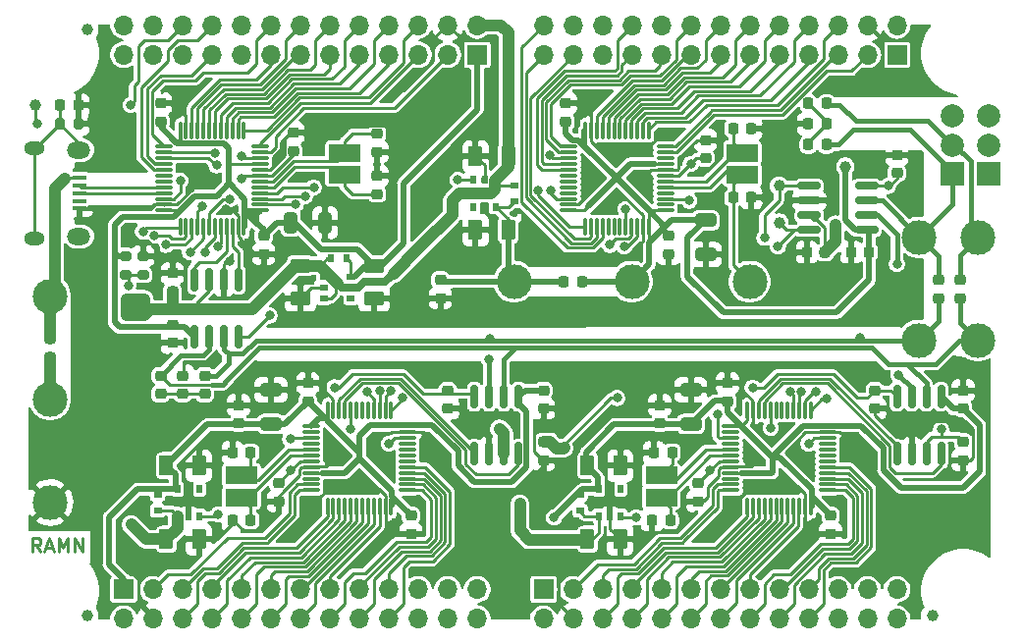
<source format=gtl>
G04 #@! TF.GenerationSoftware,KiCad,Pcbnew,7.0.9*
G04 #@! TF.CreationDate,2024-12-23T13:01:37-05:00*
G04 #@! TF.ProjectId,ramn,72616d6e-2e6b-4696-9361-645f70636258,rev?*
G04 #@! TF.SameCoordinates,Original*
G04 #@! TF.FileFunction,Copper,L1,Top*
G04 #@! TF.FilePolarity,Positive*
%FSLAX46Y46*%
G04 Gerber Fmt 4.6, Leading zero omitted, Abs format (unit mm)*
G04 Created by KiCad (PCBNEW 7.0.9) date 2024-12-23 13:01:37*
%MOMM*%
%LPD*%
G01*
G04 APERTURE LIST*
G04 Aperture macros list*
%AMRoundRect*
0 Rectangle with rounded corners*
0 $1 Rounding radius*
0 $2 $3 $4 $5 $6 $7 $8 $9 X,Y pos of 4 corners*
0 Add a 4 corners polygon primitive as box body*
4,1,4,$2,$3,$4,$5,$6,$7,$8,$9,$2,$3,0*
0 Add four circle primitives for the rounded corners*
1,1,$1+$1,$2,$3*
1,1,$1+$1,$4,$5*
1,1,$1+$1,$6,$7*
1,1,$1+$1,$8,$9*
0 Add four rect primitives between the rounded corners*
20,1,$1+$1,$2,$3,$4,$5,0*
20,1,$1+$1,$4,$5,$6,$7,0*
20,1,$1+$1,$6,$7,$8,$9,0*
20,1,$1+$1,$8,$9,$2,$3,0*%
G04 Aperture macros list end*
%ADD10C,0.250000*%
G04 #@! TA.AperFunction,NonConductor*
%ADD11C,0.250000*%
G04 #@! TD*
G04 #@! TA.AperFunction,SMDPad,CuDef*
%ADD12RoundRect,0.200000X-0.200000X-0.275000X0.200000X-0.275000X0.200000X0.275000X-0.200000X0.275000X0*%
G04 #@! TD*
G04 #@! TA.AperFunction,SMDPad,CuDef*
%ADD13RoundRect,0.225000X-0.225000X-0.250000X0.225000X-0.250000X0.225000X0.250000X-0.225000X0.250000X0*%
G04 #@! TD*
G04 #@! TA.AperFunction,SMDPad,CuDef*
%ADD14R,0.700000X0.600000*%
G04 #@! TD*
G04 #@! TA.AperFunction,SMDPad,CuDef*
%ADD15R,0.600000X0.700000*%
G04 #@! TD*
G04 #@! TA.AperFunction,SMDPad,CuDef*
%ADD16RoundRect,0.249999X-0.650001X0.325001X-0.650001X-0.325001X0.650001X-0.325001X0.650001X0.325001X0*%
G04 #@! TD*
G04 #@! TA.AperFunction,SMDPad,CuDef*
%ADD17RoundRect,0.249999X0.650001X-0.325001X0.650001X0.325001X-0.650001X0.325001X-0.650001X-0.325001X0*%
G04 #@! TD*
G04 #@! TA.AperFunction,SMDPad,CuDef*
%ADD18RoundRect,0.249999X-0.325001X-0.650001X0.325001X-0.650001X0.325001X0.650001X-0.325001X0.650001X0*%
G04 #@! TD*
G04 #@! TA.AperFunction,SMDPad,CuDef*
%ADD19C,1.000000*%
G04 #@! TD*
G04 #@! TA.AperFunction,SMDPad,CuDef*
%ADD20RoundRect,0.200000X-0.275000X0.200000X-0.275000X-0.200000X0.275000X-0.200000X0.275000X0.200000X0*%
G04 #@! TD*
G04 #@! TA.AperFunction,SMDPad,CuDef*
%ADD21RoundRect,0.200000X0.275000X-0.200000X0.275000X0.200000X-0.275000X0.200000X-0.275000X-0.200000X0*%
G04 #@! TD*
G04 #@! TA.AperFunction,ComponentPad*
%ADD22C,2.000000*%
G04 #@! TD*
G04 #@! TA.AperFunction,ComponentPad*
%ADD23R,2.000000X2.000000*%
G04 #@! TD*
G04 #@! TA.AperFunction,SMDPad,CuDef*
%ADD24RoundRect,0.218750X-0.256250X0.218750X-0.256250X-0.218750X0.256250X-0.218750X0.256250X0.218750X0*%
G04 #@! TD*
G04 #@! TA.AperFunction,SMDPad,CuDef*
%ADD25RoundRect,0.218750X0.256250X-0.218750X0.256250X0.218750X-0.256250X0.218750X-0.256250X-0.218750X0*%
G04 #@! TD*
G04 #@! TA.AperFunction,SMDPad,CuDef*
%ADD26RoundRect,0.075000X-0.662500X-0.075000X0.662500X-0.075000X0.662500X0.075000X-0.662500X0.075000X0*%
G04 #@! TD*
G04 #@! TA.AperFunction,SMDPad,CuDef*
%ADD27RoundRect,0.075000X-0.075000X-0.662500X0.075000X-0.662500X0.075000X0.662500X-0.075000X0.662500X0*%
G04 #@! TD*
G04 #@! TA.AperFunction,ComponentPad*
%ADD28C,3.000000*%
G04 #@! TD*
G04 #@! TA.AperFunction,ComponentPad*
%ADD29R,1.700000X1.700000*%
G04 #@! TD*
G04 #@! TA.AperFunction,ComponentPad*
%ADD30O,1.700000X1.700000*%
G04 #@! TD*
G04 #@! TA.AperFunction,SMDPad,CuDef*
%ADD31R,2.700000X1.500000*%
G04 #@! TD*
G04 #@! TA.AperFunction,SMDPad,CuDef*
%ADD32RoundRect,0.150000X-0.150000X0.825000X-0.150000X-0.825000X0.150000X-0.825000X0.150000X0.825000X0*%
G04 #@! TD*
G04 #@! TA.AperFunction,SMDPad,CuDef*
%ADD33RoundRect,0.075000X0.075000X0.662500X-0.075000X0.662500X-0.075000X-0.662500X0.075000X-0.662500X0*%
G04 #@! TD*
G04 #@! TA.AperFunction,SMDPad,CuDef*
%ADD34RoundRect,0.075000X0.662500X0.075000X-0.662500X0.075000X-0.662500X-0.075000X0.662500X-0.075000X0*%
G04 #@! TD*
G04 #@! TA.AperFunction,SMDPad,CuDef*
%ADD35RoundRect,0.218750X0.218750X0.256250X-0.218750X0.256250X-0.218750X-0.256250X0.218750X-0.256250X0*%
G04 #@! TD*
G04 #@! TA.AperFunction,SMDPad,CuDef*
%ADD36R,0.510000X0.700000*%
G04 #@! TD*
G04 #@! TA.AperFunction,SMDPad,CuDef*
%ADD37RoundRect,0.150000X-0.825000X-0.150000X0.825000X-0.150000X0.825000X0.150000X-0.825000X0.150000X0*%
G04 #@! TD*
G04 #@! TA.AperFunction,SMDPad,CuDef*
%ADD38RoundRect,0.250000X0.375000X0.625000X-0.375000X0.625000X-0.375000X-0.625000X0.375000X-0.625000X0*%
G04 #@! TD*
G04 #@! TA.AperFunction,SMDPad,CuDef*
%ADD39RoundRect,0.218750X-0.218750X-0.256250X0.218750X-0.256250X0.218750X0.256250X-0.218750X0.256250X0*%
G04 #@! TD*
G04 #@! TA.AperFunction,SMDPad,CuDef*
%ADD40RoundRect,0.150000X0.150000X-0.825000X0.150000X0.825000X-0.150000X0.825000X-0.150000X-0.825000X0*%
G04 #@! TD*
G04 #@! TA.AperFunction,SMDPad,CuDef*
%ADD41RoundRect,0.250000X-0.375000X-0.625000X0.375000X-0.625000X0.375000X0.625000X-0.375000X0.625000X0*%
G04 #@! TD*
G04 #@! TA.AperFunction,SMDPad,CuDef*
%ADD42R,0.700000X0.510000*%
G04 #@! TD*
G04 #@! TA.AperFunction,SMDPad,CuDef*
%ADD43RoundRect,0.250000X-0.625000X0.375000X-0.625000X-0.375000X0.625000X-0.375000X0.625000X0.375000X0*%
G04 #@! TD*
G04 #@! TA.AperFunction,ComponentPad*
%ADD44O,1.800000X1.150000*%
G04 #@! TD*
G04 #@! TA.AperFunction,ComponentPad*
%ADD45O,2.000000X1.450000*%
G04 #@! TD*
G04 #@! TA.AperFunction,SMDPad,CuDef*
%ADD46R,1.300000X0.450000*%
G04 #@! TD*
G04 #@! TA.AperFunction,ViaPad*
%ADD47C,0.800000*%
G04 #@! TD*
G04 #@! TA.AperFunction,ViaPad*
%ADD48C,1.000000*%
G04 #@! TD*
G04 #@! TA.AperFunction,Conductor*
%ADD49C,0.250000*%
G04 #@! TD*
G04 #@! TA.AperFunction,Conductor*
%ADD50C,0.500000*%
G04 #@! TD*
G04 #@! TA.AperFunction,Conductor*
%ADD51C,1.000000*%
G04 #@! TD*
G04 #@! TA.AperFunction,Conductor*
%ADD52C,0.700000*%
G04 #@! TD*
G04 #@! TA.AperFunction,Conductor*
%ADD53C,0.450000*%
G04 #@! TD*
G04 APERTURE END LIST*
D10*
D11*
X42992857Y-89988242D02*
X42592857Y-89416814D01*
X42307143Y-89988242D02*
X42307143Y-88788242D01*
X42307143Y-88788242D02*
X42764286Y-88788242D01*
X42764286Y-88788242D02*
X42878571Y-88845385D01*
X42878571Y-88845385D02*
X42935714Y-88902528D01*
X42935714Y-88902528D02*
X42992857Y-89016814D01*
X42992857Y-89016814D02*
X42992857Y-89188242D01*
X42992857Y-89188242D02*
X42935714Y-89302528D01*
X42935714Y-89302528D02*
X42878571Y-89359671D01*
X42878571Y-89359671D02*
X42764286Y-89416814D01*
X42764286Y-89416814D02*
X42307143Y-89416814D01*
X43450000Y-89645385D02*
X44021429Y-89645385D01*
X43335714Y-89988242D02*
X43735714Y-88788242D01*
X43735714Y-88788242D02*
X44135714Y-89988242D01*
X44535714Y-89988242D02*
X44535714Y-88788242D01*
X44535714Y-88788242D02*
X44935714Y-89645385D01*
X44935714Y-89645385D02*
X45335714Y-88788242D01*
X45335714Y-88788242D02*
X45335714Y-89988242D01*
X45907143Y-89988242D02*
X45907143Y-88788242D01*
X45907143Y-88788242D02*
X46592857Y-89988242D01*
X46592857Y-89988242D02*
X46592857Y-88788242D01*
D12*
G04 #@! TO.P,R17,2*
G04 #@! TO.N,GND*
X46291000Y-53086000D03*
G04 #@! TO.P,R17,1*
G04 #@! TO.N,Net-(C43-Pad1)*
X44641000Y-53086000D03*
G04 #@! TD*
D13*
G04 #@! TO.P,C43,2*
G04 #@! TO.N,GND*
X46241000Y-51435000D03*
G04 #@! TO.P,C43,1*
G04 #@! TO.N,Net-(C43-Pad1)*
X44691000Y-51435000D03*
G04 #@! TD*
D14*
G04 #@! TO.P,D4,1*
G04 #@! TO.N,+5V*
X83820000Y-58355000D03*
G04 #@! TO.P,D4,2*
G04 #@! TO.N,/ECUD/sheet5D7F273B/3.3V*
X83820000Y-59755000D03*
G04 #@! TD*
G04 #@! TO.P,D3,1*
G04 #@! TO.N,+5V*
X89535000Y-86425000D03*
G04 #@! TO.P,D3,2*
G04 #@! TO.N,/ECUC/3V3_ECU*
X89535000Y-85025000D03*
G04 #@! TD*
G04 #@! TO.P,D2,1*
G04 #@! TO.N,+5V*
X53086000Y-86425000D03*
G04 #@! TO.P,D2,2*
G04 #@! TO.N,/ECUB/3V3_ECU*
X53086000Y-85025000D03*
G04 #@! TD*
D15*
G04 #@! TO.P,D1,1*
G04 #@! TO.N,+5V*
X68007000Y-64643000D03*
G04 #@! TO.P,D1,2*
G04 #@! TO.N,/usb_uc/3V3_ECU*
X69407000Y-64643000D03*
G04 #@! TD*
D16*
G04 #@! TO.P,C37,2*
G04 #@! TO.N,GND*
X100330000Y-64340000D03*
G04 #@! TO.P,C37,1*
G04 #@! TO.N,/ECUD/3V3_ECU*
X100330000Y-61390000D03*
G04 #@! TD*
D17*
G04 #@! TO.P,C27,2*
G04 #@! TO.N,GND*
X99060000Y-75995000D03*
G04 #@! TO.P,C27,1*
G04 #@! TO.N,/ECUC/3V3_ECU*
X99060000Y-78945000D03*
G04 #@! TD*
G04 #@! TO.P,C17,2*
G04 #@! TO.N,GND*
X62865000Y-75995000D03*
G04 #@! TO.P,C17,1*
G04 #@! TO.N,/ECUB/3V3_ECU*
X62865000Y-78945000D03*
G04 #@! TD*
D18*
G04 #@! TO.P,C7,2*
G04 #@! TO.N,GND*
X67515000Y-61595000D03*
G04 #@! TO.P,C7,1*
G04 #@! TO.N,/usb_uc/3V3_ECU*
X64565000Y-61595000D03*
G04 #@! TD*
D19*
G04 #@! TO.P,FID3,*
G04 #@! TO.N,*
X46990000Y-44958000D03*
G04 #@! TD*
G04 #@! TO.P,FID2,*
G04 #@! TO.N,*
X119888000Y-95504000D03*
G04 #@! TD*
G04 #@! TO.P,FID1,*
G04 #@! TO.N,*
X46990000Y-95504000D03*
G04 #@! TD*
D20*
G04 #@! TO.P,R8,1*
G04 #@! TO.N,/usb_uc/3V3_ECU*
X50292000Y-64453000D03*
G04 #@! TO.P,R8,2*
G04 #@! TO.N,/usb_uc/BOOT0*
X50292000Y-66103000D03*
G04 #@! TD*
D21*
G04 #@! TO.P,R9,1*
G04 #@! TO.N,/usb_uc/BOOT0*
X51816000Y-66103000D03*
G04 #@! TO.P,R9,2*
G04 #@! TO.N,GND*
X51816000Y-64453000D03*
G04 #@! TD*
D22*
G04 #@! TO.P,J2,3*
G04 #@! TO.N,GND*
X121614000Y-52404000D03*
X124714000Y-52404000D03*
G04 #@! TO.P,J2,2*
G04 #@! TO.N,/ECUD/CANL_IN*
X121614000Y-54904000D03*
X124714000Y-54904000D03*
D23*
G04 #@! TO.P,J2,1*
G04 #@! TO.N,/ECUD/CANH_IN*
X121614000Y-57404000D03*
X124714000Y-57404000D03*
G04 #@! TD*
D24*
G04 #@! TO.P,R15,2*
G04 #@! TO.N,GND*
X77470000Y-68097500D03*
G04 #@! TO.P,R15,1*
G04 #@! TO.N,/ECUD/sheet5D7F273B/3.3V*
X77470000Y-66522500D03*
G04 #@! TD*
D25*
G04 #@! TO.P,R13,2*
G04 #@! TO.N,GND*
X96393000Y-77317500D03*
G04 #@! TO.P,R13,1*
G04 #@! TO.N,/ECUC/3V3_ECU*
X96393000Y-78892500D03*
G04 #@! TD*
G04 #@! TO.P,R11,1*
G04 #@! TO.N,/ECUB/3V3_ECU*
X60071000Y-78892500D03*
G04 #@! TO.P,R11,2*
G04 #@! TO.N,GND*
X60071000Y-77317500D03*
G04 #@! TD*
D24*
G04 #@! TO.P,C19,2*
G04 #@! TO.N,GND*
X74930000Y-88417500D03*
G04 #@! TO.P,C19,1*
G04 #@! TO.N,/ECUB/3V3_ECU*
X74930000Y-86842500D03*
G04 #@! TD*
D26*
G04 #@! TO.P,U5,1*
G04 #@! TO.N,/ECUB/3V3_ECU*
X66322500Y-79165000D03*
G04 #@! TO.P,U5,2*
G04 #@! TO.N,Net-(U5-Pad2)*
X66322500Y-79665000D03*
G04 #@! TO.P,U5,3*
G04 #@! TO.N,/ECUB/CAN_STB*
X66322500Y-80165000D03*
G04 #@! TO.P,U5,4*
G04 #@! TO.N,Net-(U5-Pad4)*
X66322500Y-80665000D03*
G04 #@! TO.P,U5,5*
G04 #@! TO.N,Net-(C15-Pad1)*
X66322500Y-81165000D03*
G04 #@! TO.P,U5,6*
G04 #@! TO.N,Net-(C16-Pad1)*
X66322500Y-81665000D03*
G04 #@! TO.P,U5,7*
G04 #@! TO.N,/ECUB/nRST*
X66322500Y-82165000D03*
G04 #@! TO.P,U5,8*
G04 #@! TO.N,GND*
X66322500Y-82665000D03*
G04 #@! TO.P,U5,9*
G04 #@! TO.N,/ECUB/3V3_ECU*
X66322500Y-83165000D03*
G04 #@! TO.P,U5,10*
G04 #@! TO.N,Net-(U5-Pad10)*
X66322500Y-83665000D03*
G04 #@! TO.P,U5,11*
G04 #@! TO.N,/ECUB/PA1*
X66322500Y-84165000D03*
G04 #@! TO.P,U5,12*
G04 #@! TO.N,/ECUB/PA2*
X66322500Y-84665000D03*
D27*
G04 #@! TO.P,U5,13*
G04 #@! TO.N,/ECUB/PA3*
X67735000Y-86077500D03*
G04 #@! TO.P,U5,14*
G04 #@! TO.N,/ECUB/PA4*
X68235000Y-86077500D03*
G04 #@! TO.P,U5,15*
G04 #@! TO.N,/ECUB/PA5*
X68735000Y-86077500D03*
G04 #@! TO.P,U5,16*
G04 #@! TO.N,/ECUB/PA6*
X69235000Y-86077500D03*
G04 #@! TO.P,U5,17*
G04 #@! TO.N,/ECUB/PA7*
X69735000Y-86077500D03*
G04 #@! TO.P,U5,18*
G04 #@! TO.N,/ECUB/PB0*
X70235000Y-86077500D03*
G04 #@! TO.P,U5,19*
G04 #@! TO.N,/ECUB/PB1*
X70735000Y-86077500D03*
G04 #@! TO.P,U5,20*
G04 #@! TO.N,/ECUB/PB2*
X71235000Y-86077500D03*
G04 #@! TO.P,U5,21*
G04 #@! TO.N,/ECUB/PB10*
X71735000Y-86077500D03*
G04 #@! TO.P,U5,22*
G04 #@! TO.N,/ECUB/PB11*
X72235000Y-86077500D03*
G04 #@! TO.P,U5,23*
G04 #@! TO.N,GND*
X72735000Y-86077500D03*
G04 #@! TO.P,U5,24*
G04 #@! TO.N,/ECUB/3V3_ECU*
X73235000Y-86077500D03*
D26*
G04 #@! TO.P,U5,25*
G04 #@! TO.N,/ECUB/PB12*
X74647500Y-84665000D03*
G04 #@! TO.P,U5,26*
G04 #@! TO.N,/ECUB/PB13*
X74647500Y-84165000D03*
G04 #@! TO.P,U5,27*
G04 #@! TO.N,/ECUB/PB14*
X74647500Y-83665000D03*
G04 #@! TO.P,U5,28*
G04 #@! TO.N,/ECUB/PB15*
X74647500Y-83165000D03*
G04 #@! TO.P,U5,29*
G04 #@! TO.N,/ECUB/PA8*
X74647500Y-82665000D03*
G04 #@! TO.P,U5,30*
G04 #@! TO.N,Net-(U5-Pad30)*
X74647500Y-82165000D03*
G04 #@! TO.P,U5,31*
G04 #@! TO.N,Net-(U5-Pad31)*
X74647500Y-81665000D03*
G04 #@! TO.P,U5,32*
G04 #@! TO.N,Net-(U5-Pad32)*
X74647500Y-81165000D03*
G04 #@! TO.P,U5,33*
G04 #@! TO.N,Net-(U5-Pad33)*
X74647500Y-80665000D03*
G04 #@! TO.P,U5,34*
G04 #@! TO.N,/ECUB/SYS_JTMS-SWDIO*
X74647500Y-80165000D03*
G04 #@! TO.P,U5,35*
G04 #@! TO.N,GND*
X74647500Y-79665000D03*
G04 #@! TO.P,U5,36*
G04 #@! TO.N,/ECUB/3V3_ECU*
X74647500Y-79165000D03*
D27*
G04 #@! TO.P,U5,37*
G04 #@! TO.N,/ECUB/SYS_JTCK-SWCLK*
X73235000Y-77752500D03*
G04 #@! TO.P,U5,38*
G04 #@! TO.N,/ECUB/SYS_JTDI*
X72735000Y-77752500D03*
G04 #@! TO.P,U5,39*
G04 #@! TO.N,/ECUB/SYS_JTDO-SWO*
X72235000Y-77752500D03*
G04 #@! TO.P,U5,40*
G04 #@! TO.N,/ECUB/SYS_JTRST*
X71735000Y-77752500D03*
G04 #@! TO.P,U5,41*
G04 #@! TO.N,Net-(U5-Pad41)*
X71235000Y-77752500D03*
G04 #@! TO.P,U5,42*
G04 #@! TO.N,Net-(U5-Pad42)*
X70735000Y-77752500D03*
G04 #@! TO.P,U5,43*
G04 #@! TO.N,Net-(U5-Pad43)*
X70235000Y-77752500D03*
G04 #@! TO.P,U5,44*
G04 #@! TO.N,/ECUB/BOOT0*
X69735000Y-77752500D03*
G04 #@! TO.P,U5,45*
G04 #@! TO.N,/ECUB/CAN1_RX*
X69235000Y-77752500D03*
G04 #@! TO.P,U5,46*
G04 #@! TO.N,/ECUB/CAN1_TX*
X68735000Y-77752500D03*
G04 #@! TO.P,U5,47*
G04 #@! TO.N,GND*
X68235000Y-77752500D03*
G04 #@! TO.P,U5,48*
G04 #@! TO.N,/ECUB/3V3_ECU*
X67735000Y-77752500D03*
G04 #@! TD*
D28*
G04 #@! TO.P,TP1,1*
G04 #@! TO.N,GND*
X43815000Y-85725000D03*
G04 #@! TD*
D29*
G04 #@! TO.P,J5,1*
G04 #@! TO.N,/ECUC/3V3_ECU*
X86360000Y-93218000D03*
D30*
G04 #@! TO.P,J5,2*
G04 #@! TO.N,+5V*
X86360000Y-95758000D03*
G04 #@! TO.P,J5,3*
G04 #@! TO.N,/ECUC/PA1*
X88900000Y-93218000D03*
G04 #@! TO.P,J5,4*
G04 #@! TO.N,GND*
X88900000Y-95758000D03*
G04 #@! TO.P,J5,5*
G04 #@! TO.N,/ECUC/PA2*
X91440000Y-93218000D03*
G04 #@! TO.P,J5,6*
G04 #@! TO.N,/ECUC/PA3*
X91440000Y-95758000D03*
G04 #@! TO.P,J5,7*
G04 #@! TO.N,/ECUC/PA4*
X93980000Y-93218000D03*
G04 #@! TO.P,J5,8*
G04 #@! TO.N,/ECUC/PA5*
X93980000Y-95758000D03*
G04 #@! TO.P,J5,9*
G04 #@! TO.N,/ECUC/PA6*
X96520000Y-93218000D03*
G04 #@! TO.P,J5,10*
G04 #@! TO.N,/ECUC/PA7*
X96520000Y-95758000D03*
G04 #@! TO.P,J5,11*
G04 #@! TO.N,/ECUC/PB0*
X99060000Y-93218000D03*
G04 #@! TO.P,J5,12*
G04 #@! TO.N,/ECUC/PB1*
X99060000Y-95758000D03*
G04 #@! TO.P,J5,13*
G04 #@! TO.N,/ECUC/PB2*
X101600000Y-93218000D03*
G04 #@! TO.P,J5,14*
G04 #@! TO.N,/ECUC/PB10*
X101600000Y-95758000D03*
G04 #@! TO.P,J5,15*
G04 #@! TO.N,/ECUC/PB11*
X104140000Y-93218000D03*
G04 #@! TO.P,J5,16*
G04 #@! TO.N,/ECUC/PB12*
X104140000Y-95758000D03*
G04 #@! TO.P,J5,17*
G04 #@! TO.N,/ECUC/PB13*
X106680000Y-93218000D03*
G04 #@! TO.P,J5,18*
G04 #@! TO.N,/ECUC/PB14*
X106680000Y-95758000D03*
G04 #@! TO.P,J5,19*
G04 #@! TO.N,/ECUC/PB15*
X109220000Y-93218000D03*
G04 #@! TO.P,J5,20*
G04 #@! TO.N,/ECUC/PA8*
X109220000Y-95758000D03*
G04 #@! TO.P,J5,21*
G04 #@! TO.N,/ECUC/nRST*
X111760000Y-93218000D03*
G04 #@! TO.P,J5,22*
G04 #@! TO.N,/ECUC/SYS_JTMS-SWDIO*
X111760000Y-95758000D03*
G04 #@! TO.P,J5,23*
G04 #@! TO.N,/ECUC/SYS_JTDI*
X114300000Y-93218000D03*
G04 #@! TO.P,J5,24*
G04 #@! TO.N,/ECUC/SYS_JTCK-SWCLK*
X114300000Y-95758000D03*
G04 #@! TO.P,J5,25*
G04 #@! TO.N,/ECUC/SYS_JTDO-SWO*
X116840000Y-93218000D03*
G04 #@! TO.P,J5,26*
G04 #@! TO.N,/ECUC/SYS_JTRST*
X116840000Y-95758000D03*
G04 #@! TD*
D29*
G04 #@! TO.P,J4,1*
G04 #@! TO.N,/ECUB/3V3_ECU*
X50165000Y-93218000D03*
D30*
G04 #@! TO.P,J4,2*
G04 #@! TO.N,+5V*
X50165000Y-95758000D03*
G04 #@! TO.P,J4,3*
G04 #@! TO.N,/ECUB/PA1*
X52705000Y-93218000D03*
G04 #@! TO.P,J4,4*
G04 #@! TO.N,GND*
X52705000Y-95758000D03*
G04 #@! TO.P,J4,5*
G04 #@! TO.N,/ECUB/PA2*
X55245000Y-93218000D03*
G04 #@! TO.P,J4,6*
G04 #@! TO.N,/ECUB/PA3*
X55245000Y-95758000D03*
G04 #@! TO.P,J4,7*
G04 #@! TO.N,/ECUB/PA4*
X57785000Y-93218000D03*
G04 #@! TO.P,J4,8*
G04 #@! TO.N,/ECUB/PA5*
X57785000Y-95758000D03*
G04 #@! TO.P,J4,9*
G04 #@! TO.N,/ECUB/PA6*
X60325000Y-93218000D03*
G04 #@! TO.P,J4,10*
G04 #@! TO.N,/ECUB/PA7*
X60325000Y-95758000D03*
G04 #@! TO.P,J4,11*
G04 #@! TO.N,/ECUB/PB0*
X62865000Y-93218000D03*
G04 #@! TO.P,J4,12*
G04 #@! TO.N,/ECUB/PB1*
X62865000Y-95758000D03*
G04 #@! TO.P,J4,13*
G04 #@! TO.N,/ECUB/PB2*
X65405000Y-93218000D03*
G04 #@! TO.P,J4,14*
G04 #@! TO.N,/ECUB/PB10*
X65405000Y-95758000D03*
G04 #@! TO.P,J4,15*
G04 #@! TO.N,/ECUB/PB11*
X67945000Y-93218000D03*
G04 #@! TO.P,J4,16*
G04 #@! TO.N,/ECUB/PB12*
X67945000Y-95758000D03*
G04 #@! TO.P,J4,17*
G04 #@! TO.N,/ECUB/PB13*
X70485000Y-93218000D03*
G04 #@! TO.P,J4,18*
G04 #@! TO.N,/ECUB/PB14*
X70485000Y-95758000D03*
G04 #@! TO.P,J4,19*
G04 #@! TO.N,/ECUB/PB15*
X73025000Y-93218000D03*
G04 #@! TO.P,J4,20*
G04 #@! TO.N,/ECUB/PA8*
X73025000Y-95758000D03*
G04 #@! TO.P,J4,21*
G04 #@! TO.N,/ECUB/nRST*
X75565000Y-93218000D03*
G04 #@! TO.P,J4,22*
G04 #@! TO.N,/ECUB/SYS_JTMS-SWDIO*
X75565000Y-95758000D03*
G04 #@! TO.P,J4,23*
G04 #@! TO.N,/ECUB/SYS_JTDI*
X78105000Y-93218000D03*
G04 #@! TO.P,J4,24*
G04 #@! TO.N,/ECUB/SYS_JTCK-SWCLK*
X78105000Y-95758000D03*
G04 #@! TO.P,J4,25*
G04 #@! TO.N,/ECUB/SYS_JTDO-SWO*
X80645000Y-93218000D03*
G04 #@! TO.P,J4,26*
G04 #@! TO.N,/ECUB/SYS_JTRST*
X80645000Y-95758000D03*
G04 #@! TD*
D29*
G04 #@! TO.P,J6,1*
G04 #@! TO.N,/ECUD/3V3_ECU*
X116840000Y-47117000D03*
D30*
G04 #@! TO.P,J6,2*
G04 #@! TO.N,+5V*
X116840000Y-44577000D03*
G04 #@! TO.P,J6,3*
G04 #@! TO.N,/ECUD/PA1*
X114300000Y-47117000D03*
G04 #@! TO.P,J6,4*
G04 #@! TO.N,GND*
X114300000Y-44577000D03*
G04 #@! TO.P,J6,5*
G04 #@! TO.N,/ECUD/PA2*
X111760000Y-47117000D03*
G04 #@! TO.P,J6,6*
G04 #@! TO.N,/ECUD/PA3*
X111760000Y-44577000D03*
G04 #@! TO.P,J6,7*
G04 #@! TO.N,/ECUD/PA4*
X109220000Y-47117000D03*
G04 #@! TO.P,J6,8*
G04 #@! TO.N,/ECUD/PA5*
X109220000Y-44577000D03*
G04 #@! TO.P,J6,9*
G04 #@! TO.N,/ECUD/PA6*
X106680000Y-47117000D03*
G04 #@! TO.P,J6,10*
G04 #@! TO.N,/ECUD/PA7*
X106680000Y-44577000D03*
G04 #@! TO.P,J6,11*
G04 #@! TO.N,/ECUD/PB0*
X104140000Y-47117000D03*
G04 #@! TO.P,J6,12*
G04 #@! TO.N,/ECUD/PB1*
X104140000Y-44577000D03*
G04 #@! TO.P,J6,13*
G04 #@! TO.N,/ECUD/PB2*
X101600000Y-47117000D03*
G04 #@! TO.P,J6,14*
G04 #@! TO.N,/ECUD/PB10*
X101600000Y-44577000D03*
G04 #@! TO.P,J6,15*
G04 #@! TO.N,/ECUD/PB11*
X99060000Y-47117000D03*
G04 #@! TO.P,J6,16*
G04 #@! TO.N,/ECUD/PB12*
X99060000Y-44577000D03*
G04 #@! TO.P,J6,17*
G04 #@! TO.N,/ECUD/PB13*
X96520000Y-47117000D03*
G04 #@! TO.P,J6,18*
G04 #@! TO.N,/ECUD/PB14*
X96520000Y-44577000D03*
G04 #@! TO.P,J6,19*
G04 #@! TO.N,/ECUD/PB15*
X93980000Y-47117000D03*
G04 #@! TO.P,J6,20*
G04 #@! TO.N,/ECUD/PA8*
X93980000Y-44577000D03*
G04 #@! TO.P,J6,21*
G04 #@! TO.N,/ECUD/nRST*
X91440000Y-47117000D03*
G04 #@! TO.P,J6,22*
G04 #@! TO.N,/ECUD/SYS_JTMS-SWDIO*
X91440000Y-44577000D03*
G04 #@! TO.P,J6,23*
G04 #@! TO.N,/ECUD/SYS_JTDI*
X88900000Y-47117000D03*
G04 #@! TO.P,J6,24*
G04 #@! TO.N,/ECUD/SYS_JTCK-SWCLK*
X88900000Y-44577000D03*
G04 #@! TO.P,J6,25*
G04 #@! TO.N,/ECUD/SYS_JTDO-SWO*
X86360000Y-47117000D03*
G04 #@! TO.P,J6,26*
G04 #@! TO.N,/ECUD/SYS_JTRST*
X86360000Y-44577000D03*
G04 #@! TD*
G04 #@! TO.P,J3,26*
G04 #@! TO.N,/usb_uc/SYS_JTRST*
X50165000Y-44577000D03*
G04 #@! TO.P,J3,25*
G04 #@! TO.N,/usb_uc/SYS_JTDO-SWO*
X50165000Y-47117000D03*
G04 #@! TO.P,J3,24*
G04 #@! TO.N,/usb_uc/SYS_JTCK-SWCLK*
X52705000Y-44577000D03*
G04 #@! TO.P,J3,23*
G04 #@! TO.N,/usb_uc/SYS_JTDI*
X52705000Y-47117000D03*
G04 #@! TO.P,J3,22*
G04 #@! TO.N,/usb_uc/SYS_JTMS-SWDIO*
X55245000Y-44577000D03*
G04 #@! TO.P,J3,21*
G04 #@! TO.N,/usb_uc/nRST*
X55245000Y-47117000D03*
G04 #@! TO.P,J3,20*
G04 #@! TO.N,/usb_uc/PA8*
X57785000Y-44577000D03*
G04 #@! TO.P,J3,19*
G04 #@! TO.N,/usb_uc/PB15*
X57785000Y-47117000D03*
G04 #@! TO.P,J3,18*
G04 #@! TO.N,/usb_uc/PB14*
X60325000Y-44577000D03*
G04 #@! TO.P,J3,17*
G04 #@! TO.N,/usb_uc/PB13*
X60325000Y-47117000D03*
G04 #@! TO.P,J3,16*
G04 #@! TO.N,/usb_uc/PB12*
X62865000Y-44577000D03*
G04 #@! TO.P,J3,15*
G04 #@! TO.N,/usb_uc/PB11*
X62865000Y-47117000D03*
G04 #@! TO.P,J3,14*
G04 #@! TO.N,/usb_uc/PB10*
X65405000Y-44577000D03*
G04 #@! TO.P,J3,13*
G04 #@! TO.N,/usb_uc/PB2*
X65405000Y-47117000D03*
G04 #@! TO.P,J3,12*
G04 #@! TO.N,/usb_uc/PB1*
X67945000Y-44577000D03*
G04 #@! TO.P,J3,11*
G04 #@! TO.N,/usb_uc/PB0*
X67945000Y-47117000D03*
G04 #@! TO.P,J3,10*
G04 #@! TO.N,/usb_uc/PA7*
X70485000Y-44577000D03*
G04 #@! TO.P,J3,9*
G04 #@! TO.N,/usb_uc/PA6*
X70485000Y-47117000D03*
G04 #@! TO.P,J3,8*
G04 #@! TO.N,/usb_uc/PA5*
X73025000Y-44577000D03*
G04 #@! TO.P,J3,7*
G04 #@! TO.N,/usb_uc/PA4*
X73025000Y-47117000D03*
G04 #@! TO.P,J3,6*
G04 #@! TO.N,/usb_uc/PA3*
X75565000Y-44577000D03*
G04 #@! TO.P,J3,5*
G04 #@! TO.N,/usb_uc/PA2*
X75565000Y-47117000D03*
G04 #@! TO.P,J3,4*
G04 #@! TO.N,GND*
X78105000Y-44577000D03*
G04 #@! TO.P,J3,3*
G04 #@! TO.N,/usb_uc/PA1*
X78105000Y-47117000D03*
G04 #@! TO.P,J3,2*
G04 #@! TO.N,+5V*
X80645000Y-44577000D03*
D29*
G04 #@! TO.P,J3,1*
G04 #@! TO.N,/usb_uc/3V3_ECU*
X80645000Y-47117000D03*
G04 #@! TD*
D31*
G04 #@! TO.P,Y4,1*
G04 #@! TO.N,Net-(C35-Pad1)*
X103505000Y-57465000D03*
G04 #@! TO.P,Y4,2*
G04 #@! TO.N,Net-(C36-Pad1)*
X103505000Y-55565000D03*
G04 #@! TD*
G04 #@! TO.P,Y3,1*
G04 #@! TO.N,Net-(C25-Pad1)*
X96520000Y-83378000D03*
G04 #@! TO.P,Y3,2*
G04 #@! TO.N,Net-(C26-Pad1)*
X96520000Y-85278000D03*
G04 #@! TD*
G04 #@! TO.P,Y2,2*
G04 #@! TO.N,Net-(C16-Pad1)*
X60325000Y-85278000D03*
G04 #@! TO.P,Y2,1*
G04 #@! TO.N,Net-(C15-Pad1)*
X60325000Y-83378000D03*
G04 #@! TD*
G04 #@! TO.P,Y1,2*
G04 #@! TO.N,Net-(C6-Pad1)*
X69215000Y-55565000D03*
G04 #@! TO.P,Y1,1*
G04 #@! TO.N,Net-(C5-Pad1)*
X69215000Y-57465000D03*
G04 #@! TD*
D19*
G04 #@! TO.P,RX,1*
G04 #@! TO.N,/ECUD/CAN1_RX*
X106680000Y-61595000D03*
G04 #@! TD*
G04 #@! TO.P,TX,1*
G04 #@! TO.N,/ECUD/CAN1_TX*
X106680000Y-58420000D03*
G04 #@! TD*
D27*
G04 #@! TO.P,U8,48*
G04 #@! TO.N,/ECUC/3V3_ECU*
X103930000Y-77752500D03*
G04 #@! TO.P,U8,47*
G04 #@! TO.N,GND*
X104430000Y-77752500D03*
G04 #@! TO.P,U8,46*
G04 #@! TO.N,/ECUC/CAN1_TX*
X104930000Y-77752500D03*
G04 #@! TO.P,U8,45*
G04 #@! TO.N,/ECUC/CAN1_RX*
X105430000Y-77752500D03*
G04 #@! TO.P,U8,44*
G04 #@! TO.N,/ECUC/BOOT0*
X105930000Y-77752500D03*
G04 #@! TO.P,U8,43*
G04 #@! TO.N,Net-(U8-Pad43)*
X106430000Y-77752500D03*
G04 #@! TO.P,U8,42*
G04 #@! TO.N,Net-(U8-Pad42)*
X106930000Y-77752500D03*
G04 #@! TO.P,U8,41*
G04 #@! TO.N,Net-(U8-Pad41)*
X107430000Y-77752500D03*
G04 #@! TO.P,U8,40*
G04 #@! TO.N,/ECUC/SYS_JTRST*
X107930000Y-77752500D03*
G04 #@! TO.P,U8,39*
G04 #@! TO.N,/ECUC/SYS_JTDO-SWO*
X108430000Y-77752500D03*
G04 #@! TO.P,U8,38*
G04 #@! TO.N,/ECUC/SYS_JTDI*
X108930000Y-77752500D03*
G04 #@! TO.P,U8,37*
G04 #@! TO.N,/ECUC/SYS_JTCK-SWCLK*
X109430000Y-77752500D03*
D26*
G04 #@! TO.P,U8,36*
G04 #@! TO.N,/ECUC/3V3_ECU*
X110842500Y-79165000D03*
G04 #@! TO.P,U8,35*
G04 #@! TO.N,GND*
X110842500Y-79665000D03*
G04 #@! TO.P,U8,34*
G04 #@! TO.N,/ECUC/SYS_JTMS-SWDIO*
X110842500Y-80165000D03*
G04 #@! TO.P,U8,33*
G04 #@! TO.N,Net-(U8-Pad33)*
X110842500Y-80665000D03*
G04 #@! TO.P,U8,32*
G04 #@! TO.N,Net-(U8-Pad32)*
X110842500Y-81165000D03*
G04 #@! TO.P,U8,31*
G04 #@! TO.N,Net-(U8-Pad31)*
X110842500Y-81665000D03*
G04 #@! TO.P,U8,30*
G04 #@! TO.N,Net-(U8-Pad30)*
X110842500Y-82165000D03*
G04 #@! TO.P,U8,29*
G04 #@! TO.N,/ECUC/PA8*
X110842500Y-82665000D03*
G04 #@! TO.P,U8,28*
G04 #@! TO.N,/ECUC/PB15*
X110842500Y-83165000D03*
G04 #@! TO.P,U8,27*
G04 #@! TO.N,/ECUC/PB14*
X110842500Y-83665000D03*
G04 #@! TO.P,U8,26*
G04 #@! TO.N,/ECUC/PB13*
X110842500Y-84165000D03*
G04 #@! TO.P,U8,25*
G04 #@! TO.N,/ECUC/PB12*
X110842500Y-84665000D03*
D27*
G04 #@! TO.P,U8,24*
G04 #@! TO.N,/ECUC/3V3_ECU*
X109430000Y-86077500D03*
G04 #@! TO.P,U8,23*
G04 #@! TO.N,GND*
X108930000Y-86077500D03*
G04 #@! TO.P,U8,22*
G04 #@! TO.N,/ECUC/PB11*
X108430000Y-86077500D03*
G04 #@! TO.P,U8,21*
G04 #@! TO.N,/ECUC/PB10*
X107930000Y-86077500D03*
G04 #@! TO.P,U8,20*
G04 #@! TO.N,/ECUC/PB2*
X107430000Y-86077500D03*
G04 #@! TO.P,U8,19*
G04 #@! TO.N,/ECUC/PB1*
X106930000Y-86077500D03*
G04 #@! TO.P,U8,18*
G04 #@! TO.N,/ECUC/PB0*
X106430000Y-86077500D03*
G04 #@! TO.P,U8,17*
G04 #@! TO.N,/ECUC/PA7*
X105930000Y-86077500D03*
G04 #@! TO.P,U8,16*
G04 #@! TO.N,/ECUC/PA6*
X105430000Y-86077500D03*
G04 #@! TO.P,U8,15*
G04 #@! TO.N,/ECUC/PA5*
X104930000Y-86077500D03*
G04 #@! TO.P,U8,14*
G04 #@! TO.N,/ECUC/PA4*
X104430000Y-86077500D03*
G04 #@! TO.P,U8,13*
G04 #@! TO.N,/ECUC/PA3*
X103930000Y-86077500D03*
D26*
G04 #@! TO.P,U8,12*
G04 #@! TO.N,/ECUC/PA2*
X102517500Y-84665000D03*
G04 #@! TO.P,U8,11*
G04 #@! TO.N,/ECUC/PA1*
X102517500Y-84165000D03*
G04 #@! TO.P,U8,10*
G04 #@! TO.N,Net-(U8-Pad10)*
X102517500Y-83665000D03*
G04 #@! TO.P,U8,9*
G04 #@! TO.N,/ECUC/3V3_ECU*
X102517500Y-83165000D03*
G04 #@! TO.P,U8,8*
G04 #@! TO.N,GND*
X102517500Y-82665000D03*
G04 #@! TO.P,U8,7*
G04 #@! TO.N,/ECUC/nRST*
X102517500Y-82165000D03*
G04 #@! TO.P,U8,6*
G04 #@! TO.N,Net-(C26-Pad1)*
X102517500Y-81665000D03*
G04 #@! TO.P,U8,5*
G04 #@! TO.N,Net-(C25-Pad1)*
X102517500Y-81165000D03*
G04 #@! TO.P,U8,4*
G04 #@! TO.N,Net-(U8-Pad4)*
X102517500Y-80665000D03*
G04 #@! TO.P,U8,3*
G04 #@! TO.N,/ECUC/CAN_STB*
X102517500Y-80165000D03*
G04 #@! TO.P,U8,2*
G04 #@! TO.N,Net-(U8-Pad2)*
X102517500Y-79665000D03*
G04 #@! TO.P,U8,1*
G04 #@! TO.N,/ECUC/3V3_ECU*
X102517500Y-79165000D03*
G04 #@! TD*
D32*
G04 #@! TO.P,U1,1*
G04 #@! TO.N,/usb_uc/CAN1_TX*
X60071000Y-66486000D03*
G04 #@! TO.P,U1,2*
G04 #@! TO.N,GND*
X58801000Y-66486000D03*
G04 #@! TO.P,U1,3*
G04 #@! TO.N,+5V*
X57531000Y-66486000D03*
G04 #@! TO.P,U1,4*
G04 #@! TO.N,/usb_uc/CAN1_RX*
X56261000Y-66486000D03*
G04 #@! TO.P,U1,5*
G04 #@! TO.N,/usb_uc/3V3_ECU*
X56261000Y-71436000D03*
G04 #@! TO.P,U1,6*
G04 #@! TO.N,/ECUB/CANL_IN*
X57531000Y-71436000D03*
G04 #@! TO.P,U1,7*
G04 #@! TO.N,/ECUB/CANH_IN*
X58801000Y-71436000D03*
G04 #@! TO.P,U1,8*
G04 #@! TO.N,/usb_uc/CAN_STB*
X60071000Y-71436000D03*
G04 #@! TD*
D33*
G04 #@! TO.P,U2,48*
G04 #@! TO.N,/usb_uc/3V3_ECU*
X60535000Y-61947500D03*
G04 #@! TO.P,U2,47*
G04 #@! TO.N,GND*
X60035000Y-61947500D03*
G04 #@! TO.P,U2,46*
G04 #@! TO.N,/usb_uc/CAN1_TX*
X59535000Y-61947500D03*
G04 #@! TO.P,U2,45*
G04 #@! TO.N,/usb_uc/CAN1_RX*
X59035000Y-61947500D03*
G04 #@! TO.P,U2,44*
G04 #@! TO.N,/usb_uc/BOOT0*
X58535000Y-61947500D03*
G04 #@! TO.P,U2,43*
G04 #@! TO.N,/ECUB/BOOT0*
X58035000Y-61947500D03*
G04 #@! TO.P,U2,42*
G04 #@! TO.N,/usb_uc/CAN_STB*
X57535000Y-61947500D03*
G04 #@! TO.P,U2,41*
G04 #@! TO.N,/usb_uc/ECU_1_EN*
X57035000Y-61947500D03*
G04 #@! TO.P,U2,40*
G04 #@! TO.N,/usb_uc/SYS_JTRST*
X56535000Y-61947500D03*
G04 #@! TO.P,U2,39*
G04 #@! TO.N,/usb_uc/SYS_JTDO-SWO*
X56035000Y-61947500D03*
G04 #@! TO.P,U2,38*
G04 #@! TO.N,/usb_uc/SYS_JTDI*
X55535000Y-61947500D03*
G04 #@! TO.P,U2,37*
G04 #@! TO.N,/usb_uc/SYS_JTCK-SWCLK*
X55035000Y-61947500D03*
D34*
G04 #@! TO.P,U2,36*
G04 #@! TO.N,/usb_uc/3V3_ECU*
X53622500Y-60535000D03*
G04 #@! TO.P,U2,35*
G04 #@! TO.N,GND*
X53622500Y-60035000D03*
G04 #@! TO.P,U2,34*
G04 #@! TO.N,/usb_uc/SYS_JTMS-SWDIO*
X53622500Y-59535000D03*
G04 #@! TO.P,U2,33*
G04 #@! TO.N,/usb_uc/USB_D+*
X53622500Y-59035000D03*
G04 #@! TO.P,U2,32*
G04 #@! TO.N,/usb_uc/USB_D-*
X53622500Y-58535000D03*
G04 #@! TO.P,U2,31*
G04 #@! TO.N,Net-(U2-Pad31)*
X53622500Y-58035000D03*
G04 #@! TO.P,U2,30*
G04 #@! TO.N,Net-(U2-Pad30)*
X53622500Y-57535000D03*
G04 #@! TO.P,U2,29*
G04 #@! TO.N,/usb_uc/PA8*
X53622500Y-57035000D03*
G04 #@! TO.P,U2,28*
G04 #@! TO.N,/usb_uc/PB15*
X53622500Y-56535000D03*
G04 #@! TO.P,U2,27*
G04 #@! TO.N,/usb_uc/PB14*
X53622500Y-56035000D03*
G04 #@! TO.P,U2,26*
G04 #@! TO.N,/usb_uc/PB13*
X53622500Y-55535000D03*
G04 #@! TO.P,U2,25*
G04 #@! TO.N,/usb_uc/PB12*
X53622500Y-55035000D03*
D33*
G04 #@! TO.P,U2,24*
G04 #@! TO.N,/usb_uc/3V3_ECU*
X55035000Y-53622500D03*
G04 #@! TO.P,U2,23*
G04 #@! TO.N,GND*
X55535000Y-53622500D03*
G04 #@! TO.P,U2,22*
G04 #@! TO.N,/usb_uc/PB11*
X56035000Y-53622500D03*
G04 #@! TO.P,U2,21*
G04 #@! TO.N,/usb_uc/PB10*
X56535000Y-53622500D03*
G04 #@! TO.P,U2,20*
G04 #@! TO.N,/usb_uc/PB2*
X57035000Y-53622500D03*
G04 #@! TO.P,U2,19*
G04 #@! TO.N,/usb_uc/PB1*
X57535000Y-53622500D03*
G04 #@! TO.P,U2,18*
G04 #@! TO.N,/usb_uc/PB0*
X58035000Y-53622500D03*
G04 #@! TO.P,U2,17*
G04 #@! TO.N,/usb_uc/PA7*
X58535000Y-53622500D03*
G04 #@! TO.P,U2,16*
G04 #@! TO.N,/usb_uc/PA6*
X59035000Y-53622500D03*
G04 #@! TO.P,U2,15*
G04 #@! TO.N,/usb_uc/PA5*
X59535000Y-53622500D03*
G04 #@! TO.P,U2,14*
G04 #@! TO.N,/usb_uc/PA4*
X60035000Y-53622500D03*
G04 #@! TO.P,U2,13*
G04 #@! TO.N,/usb_uc/PA3*
X60535000Y-53622500D03*
D34*
G04 #@! TO.P,U2,12*
G04 #@! TO.N,/usb_uc/PA2*
X61947500Y-55035000D03*
G04 #@! TO.P,U2,11*
G04 #@! TO.N,/usb_uc/PA1*
X61947500Y-55535000D03*
G04 #@! TO.P,U2,10*
G04 #@! TO.N,/usb_uc/ECU_3_EN*
X61947500Y-56035000D03*
G04 #@! TO.P,U2,9*
G04 #@! TO.N,/usb_uc/3V3_ECU*
X61947500Y-56535000D03*
G04 #@! TO.P,U2,8*
G04 #@! TO.N,GND*
X61947500Y-57035000D03*
G04 #@! TO.P,U2,7*
G04 #@! TO.N,/usb_uc/nRST*
X61947500Y-57535000D03*
G04 #@! TO.P,U2,6*
G04 #@! TO.N,Net-(C6-Pad1)*
X61947500Y-58035000D03*
G04 #@! TO.P,U2,5*
G04 #@! TO.N,Net-(C5-Pad1)*
X61947500Y-58535000D03*
G04 #@! TO.P,U2,4*
G04 #@! TO.N,/ECUD/BOOT0*
X61947500Y-59035000D03*
G04 #@! TO.P,U2,3*
G04 #@! TO.N,/ECUC/BOOT0*
X61947500Y-59535000D03*
G04 #@! TO.P,U2,2*
G04 #@! TO.N,/usb_uc/ECU_2_EN*
X61947500Y-60035000D03*
G04 #@! TO.P,U2,1*
G04 #@! TO.N,/usb_uc/3V3_ECU*
X61947500Y-60535000D03*
G04 #@! TD*
D28*
G04 #@! TO.P,TP10,1*
G04 #@! TO.N,Net-(C35-Pad1)*
X104140000Y-66675000D03*
G04 #@! TD*
G04 #@! TO.P,TP7,1*
G04 #@! TO.N,/ECUD/CANL_IN*
X123825000Y-62865000D03*
G04 #@! TD*
G04 #@! TO.P,TP6,1*
G04 #@! TO.N,/ECUD/CANH_IN*
X118745000Y-62865000D03*
G04 #@! TD*
G04 #@! TO.P,TP5,1*
G04 #@! TO.N,/ECUB/CANL_IN*
X123825000Y-71755000D03*
G04 #@! TD*
G04 #@! TO.P,TP4,1*
G04 #@! TO.N,/ECUB/CANH_IN*
X118745000Y-71755000D03*
G04 #@! TD*
G04 #@! TO.P,TP9,1*
G04 #@! TO.N,/ECUD/3V3_ECU*
X93980000Y-66675000D03*
G04 #@! TD*
G04 #@! TO.P,TP8,1*
G04 #@! TO.N,/ECUD/sheet5D7F273B/3.3V*
X83820000Y-66675000D03*
G04 #@! TD*
G04 #@! TO.P,TP3,1*
G04 #@! TO.N,+5V*
X43815000Y-76835000D03*
G04 #@! TD*
G04 #@! TO.P,TP2,1*
G04 #@! TO.N,Net-(J1-Pad1)*
X43815000Y-67945000D03*
G04 #@! TD*
D35*
G04 #@! TO.P,R16,2*
G04 #@! TO.N,/ECUD/sheet5D7F273B/3.3V*
X88112500Y-66675000D03*
G04 #@! TO.P,R16,1*
G04 #@! TO.N,/ECUD/3V3_ECU*
X89687500Y-66675000D03*
G04 #@! TD*
D36*
G04 #@! TO.P,U12,5*
G04 #@! TO.N,/ECUD/sheet5D7F273B/3.3V*
X82230000Y-60215000D03*
G04 #@! TO.P,U12,4*
G04 #@! TO.N,Net-(U12-Pad4)*
X80330000Y-60215000D03*
G04 #@! TO.P,U12,3*
G04 #@! TO.N,/usb_uc/ECU_3_EN*
X80330000Y-57895000D03*
G04 #@! TO.P,U12,2*
G04 #@! TO.N,GND*
X81280000Y-57895000D03*
G04 #@! TO.P,U12,1*
G04 #@! TO.N,+5V*
X82230000Y-57895000D03*
G04 #@! TD*
D33*
G04 #@! TO.P,U11,48*
G04 #@! TO.N,/ECUD/3V3_ECU*
X95460000Y-61947500D03*
G04 #@! TO.P,U11,47*
G04 #@! TO.N,GND*
X94960000Y-61947500D03*
G04 #@! TO.P,U11,46*
G04 #@! TO.N,/ECUD/CAN1_TX*
X94460000Y-61947500D03*
G04 #@! TO.P,U11,45*
G04 #@! TO.N,/ECUD/CAN1_RX*
X93960000Y-61947500D03*
G04 #@! TO.P,U11,44*
G04 #@! TO.N,/ECUD/BOOT0*
X93460000Y-61947500D03*
G04 #@! TO.P,U11,43*
G04 #@! TO.N,Net-(U11-Pad43)*
X92960000Y-61947500D03*
G04 #@! TO.P,U11,42*
G04 #@! TO.N,Net-(U11-Pad42)*
X92460000Y-61947500D03*
G04 #@! TO.P,U11,41*
G04 #@! TO.N,Net-(U11-Pad41)*
X91960000Y-61947500D03*
G04 #@! TO.P,U11,40*
G04 #@! TO.N,/ECUD/SYS_JTRST*
X91460000Y-61947500D03*
G04 #@! TO.P,U11,39*
G04 #@! TO.N,/ECUD/SYS_JTDO-SWO*
X90960000Y-61947500D03*
G04 #@! TO.P,U11,38*
G04 #@! TO.N,/ECUD/SYS_JTDI*
X90460000Y-61947500D03*
G04 #@! TO.P,U11,37*
G04 #@! TO.N,/ECUD/SYS_JTCK-SWCLK*
X89960000Y-61947500D03*
D34*
G04 #@! TO.P,U11,36*
G04 #@! TO.N,/ECUD/3V3_ECU*
X88547500Y-60535000D03*
G04 #@! TO.P,U11,35*
G04 #@! TO.N,GND*
X88547500Y-60035000D03*
G04 #@! TO.P,U11,34*
G04 #@! TO.N,/ECUD/SYS_JTMS-SWDIO*
X88547500Y-59535000D03*
G04 #@! TO.P,U11,33*
G04 #@! TO.N,Net-(U11-Pad33)*
X88547500Y-59035000D03*
G04 #@! TO.P,U11,32*
G04 #@! TO.N,Net-(U11-Pad32)*
X88547500Y-58535000D03*
G04 #@! TO.P,U11,31*
G04 #@! TO.N,Net-(U11-Pad31)*
X88547500Y-58035000D03*
G04 #@! TO.P,U11,30*
G04 #@! TO.N,Net-(U11-Pad30)*
X88547500Y-57535000D03*
G04 #@! TO.P,U11,29*
G04 #@! TO.N,/ECUD/PA8*
X88547500Y-57035000D03*
G04 #@! TO.P,U11,28*
G04 #@! TO.N,/ECUD/PB15*
X88547500Y-56535000D03*
G04 #@! TO.P,U11,27*
G04 #@! TO.N,/ECUD/PB14*
X88547500Y-56035000D03*
G04 #@! TO.P,U11,26*
G04 #@! TO.N,/ECUD/PB13*
X88547500Y-55535000D03*
G04 #@! TO.P,U11,25*
G04 #@! TO.N,/ECUD/PB12*
X88547500Y-55035000D03*
D33*
G04 #@! TO.P,U11,24*
G04 #@! TO.N,/ECUD/3V3_ECU*
X89960000Y-53622500D03*
G04 #@! TO.P,U11,23*
G04 #@! TO.N,GND*
X90460000Y-53622500D03*
G04 #@! TO.P,U11,22*
G04 #@! TO.N,/ECUD/PB11*
X90960000Y-53622500D03*
G04 #@! TO.P,U11,21*
G04 #@! TO.N,/ECUD/PB10*
X91460000Y-53622500D03*
G04 #@! TO.P,U11,20*
G04 #@! TO.N,/ECUD/PB2*
X91960000Y-53622500D03*
G04 #@! TO.P,U11,19*
G04 #@! TO.N,/ECUD/PB1*
X92460000Y-53622500D03*
G04 #@! TO.P,U11,18*
G04 #@! TO.N,/ECUD/PB0*
X92960000Y-53622500D03*
G04 #@! TO.P,U11,17*
G04 #@! TO.N,/ECUD/PA7*
X93460000Y-53622500D03*
G04 #@! TO.P,U11,16*
G04 #@! TO.N,/ECUD/PA6*
X93960000Y-53622500D03*
G04 #@! TO.P,U11,15*
G04 #@! TO.N,/ECUD/PA5*
X94460000Y-53622500D03*
G04 #@! TO.P,U11,14*
G04 #@! TO.N,/ECUD/PA4*
X94960000Y-53622500D03*
G04 #@! TO.P,U11,13*
G04 #@! TO.N,/ECUD/PA3*
X95460000Y-53622500D03*
D34*
G04 #@! TO.P,U11,12*
G04 #@! TO.N,/ECUD/PA2*
X96872500Y-55035000D03*
G04 #@! TO.P,U11,11*
G04 #@! TO.N,/ECUD/PA1*
X96872500Y-55535000D03*
G04 #@! TO.P,U11,10*
G04 #@! TO.N,Net-(U11-Pad10)*
X96872500Y-56035000D03*
G04 #@! TO.P,U11,9*
G04 #@! TO.N,/ECUD/3V3_ECU*
X96872500Y-56535000D03*
G04 #@! TO.P,U11,8*
G04 #@! TO.N,GND*
X96872500Y-57035000D03*
G04 #@! TO.P,U11,7*
G04 #@! TO.N,/ECUD/nRST*
X96872500Y-57535000D03*
G04 #@! TO.P,U11,6*
G04 #@! TO.N,Net-(C36-Pad1)*
X96872500Y-58035000D03*
G04 #@! TO.P,U11,5*
G04 #@! TO.N,Net-(C35-Pad1)*
X96872500Y-58535000D03*
G04 #@! TO.P,U11,4*
G04 #@! TO.N,Net-(U11-Pad4)*
X96872500Y-59035000D03*
G04 #@! TO.P,U11,3*
G04 #@! TO.N,/ECUD/CAN_STB*
X96872500Y-59535000D03*
G04 #@! TO.P,U11,2*
G04 #@! TO.N,Net-(U11-Pad2)*
X96872500Y-60035000D03*
G04 #@! TO.P,U11,1*
G04 #@! TO.N,/ECUD/3V3_ECU*
X96872500Y-60535000D03*
G04 #@! TD*
D37*
G04 #@! TO.P,U10,8*
G04 #@! TO.N,/ECUD/CAN_STB*
X114235000Y-58420000D03*
G04 #@! TO.P,U10,7*
G04 #@! TO.N,/ECUD/CANH_IN*
X114235000Y-59690000D03*
G04 #@! TO.P,U10,6*
G04 #@! TO.N,/ECUD/CANL_IN*
X114235000Y-60960000D03*
G04 #@! TO.P,U10,5*
G04 #@! TO.N,/ECUD/3V3_ECU*
X114235000Y-62230000D03*
G04 #@! TO.P,U10,4*
G04 #@! TO.N,/ECUD/CAN1_RX*
X109285000Y-62230000D03*
G04 #@! TO.P,U10,3*
G04 #@! TO.N,+5V*
X109285000Y-60960000D03*
G04 #@! TO.P,U10,2*
G04 #@! TO.N,GND*
X109285000Y-59690000D03*
G04 #@! TO.P,U10,1*
G04 #@! TO.N,/ECUD/CAN1_TX*
X109285000Y-58420000D03*
G04 #@! TD*
D25*
G04 #@! TO.P,R14,2*
G04 #@! TO.N,GND*
X116840000Y-55727500D03*
G04 #@! TO.P,R14,1*
G04 #@! TO.N,/ECUD/CAN_STB*
X116840000Y-57302500D03*
G04 #@! TD*
D38*
G04 #@! TO.P,C42,2*
G04 #@! TO.N,GND*
X80515000Y-62230000D03*
G04 #@! TO.P,C42,1*
G04 #@! TO.N,/ECUD/sheet5D7F273B/3.3V*
X83315000Y-62230000D03*
G04 #@! TD*
G04 #@! TO.P,C41,1*
G04 #@! TO.N,+5V*
X83315000Y-55880000D03*
G04 #@! TO.P,C41,2*
G04 #@! TO.N,GND*
X80515000Y-55880000D03*
G04 #@! TD*
D24*
G04 #@! TO.P,C40,2*
G04 #@! TO.N,GND*
X97155000Y-64287500D03*
G04 #@! TO.P,C40,1*
G04 #@! TO.N,/ECUD/3V3_ECU*
X97155000Y-62712500D03*
G04 #@! TD*
D25*
G04 #@! TO.P,C39,2*
G04 #@! TO.N,GND*
X88265000Y-51282500D03*
G04 #@! TO.P,C39,1*
G04 #@! TO.N,/ECUD/3V3_ECU*
X88265000Y-52857500D03*
G04 #@! TD*
G04 #@! TO.P,C38,2*
G04 #@! TO.N,GND*
X100330000Y-54457500D03*
G04 #@! TO.P,C38,1*
G04 #@! TO.N,/ECUD/nRST*
X100330000Y-56032500D03*
G04 #@! TD*
D39*
G04 #@! TO.P,C36,2*
G04 #@! TO.N,GND*
X104292500Y-53467000D03*
G04 #@! TO.P,C36,1*
G04 #@! TO.N,Net-(C36-Pad1)*
X102717500Y-53467000D03*
G04 #@! TD*
G04 #@! TO.P,C35,2*
G04 #@! TO.N,GND*
X104292500Y-59436000D03*
G04 #@! TO.P,C35,1*
G04 #@! TO.N,Net-(C35-Pad1)*
X102717500Y-59436000D03*
G04 #@! TD*
D35*
G04 #@! TO.P,C34,2*
G04 #@! TO.N,GND*
X109067500Y-64135000D03*
G04 #@! TO.P,C34,1*
G04 #@! TO.N,+5V*
X110642500Y-64135000D03*
G04 #@! TD*
G04 #@! TO.P,C33,2*
G04 #@! TO.N,GND*
X112877500Y-64135000D03*
G04 #@! TO.P,C33,1*
G04 #@! TO.N,/ECUD/3V3_ECU*
X114452500Y-64135000D03*
G04 #@! TD*
D36*
G04 #@! TO.P,U9,5*
G04 #@! TO.N,/ECUC/3V3_ECU*
X91125000Y-84565000D03*
G04 #@! TO.P,U9,4*
G04 #@! TO.N,Net-(U9-Pad4)*
X93025000Y-84565000D03*
G04 #@! TO.P,U9,3*
G04 #@! TO.N,/usb_uc/ECU_2_EN*
X93025000Y-86885000D03*
G04 #@! TO.P,U9,2*
G04 #@! TO.N,GND*
X92075000Y-86885000D03*
G04 #@! TO.P,U9,1*
G04 #@! TO.N,+5V*
X91125000Y-86885000D03*
G04 #@! TD*
D40*
G04 #@! TO.P,U7,8*
G04 #@! TO.N,/ECUC/CAN_STB*
X116840000Y-76585000D03*
G04 #@! TO.P,U7,7*
G04 #@! TO.N,/ECUB/CANH_IN*
X118110000Y-76585000D03*
G04 #@! TO.P,U7,6*
G04 #@! TO.N,/ECUB/CANL_IN*
X119380000Y-76585000D03*
G04 #@! TO.P,U7,5*
G04 #@! TO.N,/ECUC/3V3_ECU*
X120650000Y-76585000D03*
G04 #@! TO.P,U7,4*
G04 #@! TO.N,/ECUC/CAN1_RX*
X120650000Y-81535000D03*
G04 #@! TO.P,U7,3*
G04 #@! TO.N,+5V*
X119380000Y-81535000D03*
G04 #@! TO.P,U7,2*
G04 #@! TO.N,GND*
X118110000Y-81535000D03*
G04 #@! TO.P,U7,1*
G04 #@! TO.N,/ECUC/CAN1_TX*
X116840000Y-81535000D03*
G04 #@! TD*
D24*
G04 #@! TO.P,R12,2*
G04 #@! TO.N,GND*
X114935000Y-77622500D03*
G04 #@! TO.P,R12,1*
G04 #@! TO.N,/ECUC/CAN_STB*
X114935000Y-76047500D03*
G04 #@! TD*
D41*
G04 #@! TO.P,C32,2*
G04 #@! TO.N,GND*
X92967000Y-82550000D03*
G04 #@! TO.P,C32,1*
G04 #@! TO.N,/ECUC/3V3_ECU*
X90167000Y-82550000D03*
G04 #@! TD*
G04 #@! TO.P,C31,2*
G04 #@! TO.N,GND*
X92967000Y-88900000D03*
G04 #@! TO.P,C31,1*
G04 #@! TO.N,+5V*
X90167000Y-88900000D03*
G04 #@! TD*
D25*
G04 #@! TO.P,C30,2*
G04 #@! TO.N,GND*
X102235000Y-75412500D03*
G04 #@! TO.P,C30,1*
G04 #@! TO.N,/ECUC/3V3_ECU*
X102235000Y-76987500D03*
G04 #@! TD*
D24*
G04 #@! TO.P,C29,2*
G04 #@! TO.N,GND*
X111125000Y-88417500D03*
G04 #@! TO.P,C29,1*
G04 #@! TO.N,/ECUC/3V3_ECU*
X111125000Y-86842500D03*
G04 #@! TD*
G04 #@! TO.P,C28,2*
G04 #@! TO.N,GND*
X99695000Y-85623500D03*
G04 #@! TO.P,C28,1*
G04 #@! TO.N,/ECUC/nRST*
X99695000Y-84048500D03*
G04 #@! TD*
D35*
G04 #@! TO.P,C26,2*
G04 #@! TO.N,GND*
X95732500Y-87249000D03*
G04 #@! TO.P,C26,1*
G04 #@! TO.N,Net-(C26-Pad1)*
X97307500Y-87249000D03*
G04 #@! TD*
G04 #@! TO.P,C25,2*
G04 #@! TO.N,GND*
X95885000Y-81407000D03*
G04 #@! TO.P,C25,1*
G04 #@! TO.N,Net-(C25-Pad1)*
X97460000Y-81407000D03*
G04 #@! TD*
D24*
G04 #@! TO.P,C24,1*
G04 #@! TO.N,+5V*
X122555000Y-80492500D03*
G04 #@! TO.P,C24,2*
G04 #@! TO.N,GND*
X122555000Y-82067500D03*
G04 #@! TD*
D25*
G04 #@! TO.P,C23,2*
G04 #@! TO.N,GND*
X122555000Y-76047500D03*
G04 #@! TO.P,C23,1*
G04 #@! TO.N,/ECUC/3V3_ECU*
X122555000Y-77622500D03*
G04 #@! TD*
D24*
G04 #@! TO.P,R5,1*
G04 #@! TO.N,/ECUD/CANL_IN*
X122301000Y-66522500D03*
G04 #@! TO.P,R5,2*
G04 #@! TO.N,/ECUB/CANL_IN*
X122301000Y-68097500D03*
G04 #@! TD*
G04 #@! TO.P,R4,1*
G04 #@! TO.N,/ECUD/CANH_IN*
X120396000Y-66522500D03*
G04 #@! TO.P,R4,2*
G04 #@! TO.N,/ECUB/CANH_IN*
X120396000Y-68097500D03*
G04 #@! TD*
D36*
G04 #@! TO.P,U6,5*
G04 #@! TO.N,/ECUB/3V3_ECU*
X54803000Y-84565000D03*
G04 #@! TO.P,U6,4*
G04 #@! TO.N,Net-(U6-Pad4)*
X56703000Y-84565000D03*
G04 #@! TO.P,U6,3*
G04 #@! TO.N,/usb_uc/ECU_1_EN*
X56703000Y-86885000D03*
G04 #@! TO.P,U6,2*
G04 #@! TO.N,GND*
X55753000Y-86885000D03*
G04 #@! TO.P,U6,1*
G04 #@! TO.N,+5V*
X54803000Y-86885000D03*
G04 #@! TD*
D40*
G04 #@! TO.P,U4,8*
G04 #@! TO.N,/ECUB/CAN_STB*
X80405000Y-76585000D03*
G04 #@! TO.P,U4,7*
G04 #@! TO.N,/ECUB/CANH_IN*
X81675000Y-76585000D03*
G04 #@! TO.P,U4,6*
G04 #@! TO.N,/ECUB/CANL_IN*
X82945000Y-76585000D03*
G04 #@! TO.P,U4,5*
G04 #@! TO.N,/ECUB/3V3_ECU*
X84215000Y-76585000D03*
G04 #@! TO.P,U4,4*
G04 #@! TO.N,/ECUB/CAN1_RX*
X84215000Y-81535000D03*
G04 #@! TO.P,U4,3*
G04 #@! TO.N,+5V*
X82945000Y-81535000D03*
G04 #@! TO.P,U4,2*
G04 #@! TO.N,GND*
X81675000Y-81535000D03*
G04 #@! TO.P,U4,1*
G04 #@! TO.N,/ECUB/CAN1_TX*
X80405000Y-81535000D03*
G04 #@! TD*
D24*
G04 #@! TO.P,R10,2*
G04 #@! TO.N,GND*
X78105000Y-77622500D03*
G04 #@! TO.P,R10,1*
G04 #@! TO.N,/ECUB/CAN_STB*
X78105000Y-76047500D03*
G04 #@! TD*
D41*
G04 #@! TO.P,C22,2*
G04 #@! TO.N,GND*
X56645000Y-82550000D03*
G04 #@! TO.P,C22,1*
G04 #@! TO.N,/ECUB/3V3_ECU*
X53845000Y-82550000D03*
G04 #@! TD*
G04 #@! TO.P,C21,2*
G04 #@! TO.N,GND*
X56645000Y-88900000D03*
G04 #@! TO.P,C21,1*
G04 #@! TO.N,+5V*
X53845000Y-88900000D03*
G04 #@! TD*
D25*
G04 #@! TO.P,C20,2*
G04 #@! TO.N,GND*
X66040000Y-75412500D03*
G04 #@! TO.P,C20,1*
G04 #@! TO.N,/ECUB/3V3_ECU*
X66040000Y-76987500D03*
G04 #@! TD*
D24*
G04 #@! TO.P,C18,1*
G04 #@! TO.N,/ECUB/nRST*
X63500000Y-84048500D03*
G04 #@! TO.P,C18,2*
G04 #@! TO.N,GND*
X63500000Y-85623500D03*
G04 #@! TD*
D35*
G04 #@! TO.P,C16,1*
G04 #@! TO.N,Net-(C16-Pad1)*
X61112500Y-87249000D03*
G04 #@! TO.P,C16,2*
G04 #@! TO.N,GND*
X59537500Y-87249000D03*
G04 #@! TD*
G04 #@! TO.P,C15,1*
G04 #@! TO.N,Net-(C15-Pad1)*
X61112500Y-81407000D03*
G04 #@! TO.P,C15,2*
G04 #@! TO.N,GND*
X59537500Y-81407000D03*
G04 #@! TD*
D24*
G04 #@! TO.P,C14,1*
G04 #@! TO.N,+5V*
X86360000Y-80492500D03*
G04 #@! TO.P,C14,2*
G04 #@! TO.N,GND*
X86360000Y-82067500D03*
G04 #@! TD*
G04 #@! TO.P,C13,1*
G04 #@! TO.N,/ECUB/3V3_ECU*
X86360000Y-76047500D03*
G04 #@! TO.P,C13,2*
G04 #@! TO.N,GND*
X86360000Y-77622500D03*
G04 #@! TD*
D42*
G04 #@! TO.P,U3,1*
G04 #@! TO.N,+5V*
X67420000Y-66233000D03*
G04 #@! TO.P,U3,2*
G04 #@! TO.N,GND*
X67420000Y-67183000D03*
G04 #@! TO.P,U3,3*
G04 #@! TO.N,+5V*
X67420000Y-68133000D03*
G04 #@! TO.P,U3,4*
G04 #@! TO.N,Net-(U3-Pad4)*
X69740000Y-68133000D03*
G04 #@! TO.P,U3,5*
G04 #@! TO.N,/usb_uc/3V3_ECU*
X69740000Y-66233000D03*
G04 #@! TD*
D25*
G04 #@! TO.P,R1,1*
G04 #@! TO.N,+5V*
X43815000Y-73177500D03*
G04 #@! TO.P,R1,2*
G04 #@! TO.N,Net-(J1-Pad1)*
X43815000Y-71602500D03*
G04 #@! TD*
D43*
G04 #@! TO.P,C12,1*
G04 #@! TO.N,/usb_uc/3V3_ECU*
X71755000Y-65292000D03*
G04 #@! TO.P,C12,2*
G04 #@! TO.N,GND*
X71755000Y-68092000D03*
G04 #@! TD*
G04 #@! TO.P,C11,1*
G04 #@! TO.N,+5V*
X65405000Y-65292000D03*
G04 #@! TO.P,C11,2*
G04 #@! TO.N,GND*
X65405000Y-68092000D03*
G04 #@! TD*
D19*
G04 #@! TO.P,BOOT0,1*
G04 #@! TO.N,/usb_uc/BOOT0*
X42545000Y-51435000D03*
G04 #@! TD*
D24*
G04 #@! TO.P,C10,1*
G04 #@! TO.N,/usb_uc/3V3_ECU*
X62230000Y-62712500D03*
G04 #@! TO.P,C10,2*
G04 #@! TO.N,GND*
X62230000Y-64287500D03*
G04 #@! TD*
D25*
G04 #@! TO.P,C9,1*
G04 #@! TO.N,/usb_uc/3V3_ECU*
X53340000Y-52857500D03*
G04 #@! TO.P,C9,2*
G04 #@! TO.N,GND*
X53340000Y-51282500D03*
G04 #@! TD*
G04 #@! TO.P,C8,1*
G04 #@! TO.N,/usb_uc/nRST*
X64770000Y-55397500D03*
G04 #@! TO.P,C8,2*
G04 #@! TO.N,GND*
X64770000Y-53822500D03*
G04 #@! TD*
G04 #@! TO.P,C4,1*
G04 #@! TO.N,+5V*
X54356000Y-67528500D03*
G04 #@! TO.P,C4,2*
G04 #@! TO.N,GND*
X54356000Y-65953500D03*
G04 #@! TD*
D24*
G04 #@! TO.P,C3,1*
G04 #@! TO.N,/usb_uc/3V3_ECU*
X54356000Y-70393500D03*
G04 #@! TO.P,C3,2*
G04 #@! TO.N,GND*
X54356000Y-71968500D03*
G04 #@! TD*
D39*
G04 #@! TO.P,R7,1*
G04 #@! TO.N,Net-(C2-Pad1)*
X109194500Y-51308000D03*
G04 #@! TO.P,R7,2*
G04 #@! TO.N,/ECUD/CANL_IN*
X110769500Y-51308000D03*
G04 #@! TD*
D35*
G04 #@! TO.P,R6,1*
G04 #@! TO.N,/ECUD/CANH_IN*
X110769500Y-54864000D03*
G04 #@! TO.P,R6,2*
G04 #@! TO.N,Net-(C2-Pad1)*
X109194500Y-54864000D03*
G04 #@! TD*
D25*
G04 #@! TO.P,R3,1*
G04 #@! TO.N,Net-(C1-Pad1)*
X53340000Y-76352500D03*
G04 #@! TO.P,R3,2*
G04 #@! TO.N,/ECUB/CANL_IN*
X53340000Y-74777500D03*
G04 #@! TD*
D24*
G04 #@! TO.P,R2,1*
G04 #@! TO.N,/ECUB/CANH_IN*
X57150000Y-74777500D03*
G04 #@! TO.P,R2,2*
G04 #@! TO.N,Net-(C1-Pad1)*
X57150000Y-76352500D03*
G04 #@! TD*
D44*
G04 #@! TO.P,J1,6*
G04 #@! TO.N,Net-(C43-Pad1)*
X42500000Y-62930000D03*
X42500000Y-55180000D03*
D45*
X46300000Y-62780000D03*
X46300000Y-55330000D03*
D46*
G04 #@! TO.P,J1,5*
G04 #@! TO.N,GND*
X46350000Y-60355000D03*
G04 #@! TO.P,J1,4*
G04 #@! TO.N,Net-(J1-Pad4)*
X46350000Y-59705000D03*
G04 #@! TO.P,J1,3*
G04 #@! TO.N,/usb_uc/USB_D+*
X46350000Y-59055000D03*
G04 #@! TO.P,J1,2*
G04 #@! TO.N,/usb_uc/USB_D-*
X46350000Y-58405000D03*
G04 #@! TO.P,J1,1*
G04 #@! TO.N,Net-(J1-Pad1)*
X46350000Y-57755000D03*
G04 #@! TD*
D24*
G04 #@! TO.P,C6,1*
G04 #@! TO.N,Net-(C6-Pad1)*
X72009000Y-53907500D03*
G04 #@! TO.P,C6,2*
G04 #@! TO.N,GND*
X72009000Y-55482500D03*
G04 #@! TD*
D25*
G04 #@! TO.P,C5,1*
G04 #@! TO.N,Net-(C5-Pad1)*
X72009000Y-59122500D03*
G04 #@! TO.P,C5,2*
G04 #@! TO.N,GND*
X72009000Y-57547500D03*
G04 #@! TD*
D35*
G04 #@! TO.P,C2,2*
G04 #@! TO.N,GND*
X109194500Y-53086000D03*
G04 #@! TO.P,C2,1*
G04 #@! TO.N,Net-(C2-Pad1)*
X110769500Y-53086000D03*
G04 #@! TD*
D25*
G04 #@! TO.P,C1,1*
G04 #@! TO.N,Net-(C1-Pad1)*
X55245000Y-76352500D03*
G04 #@! TO.P,C1,2*
G04 #@! TO.N,GND*
X55245000Y-74777500D03*
G04 #@! TD*
D47*
G04 #@! TO.N,GND*
X49530000Y-50165000D03*
X67945000Y-81915000D03*
X54864000Y-51054000D03*
X58928000Y-60452000D03*
X64008000Y-63754000D03*
X61468000Y-66167000D03*
X50419000Y-62103000D03*
X81915000Y-50038000D03*
X59309000Y-64897000D03*
X71628000Y-62738000D03*
X74726800Y-69215000D03*
X74726800Y-67310000D03*
X80010000Y-64770000D03*
X76327000Y-60960000D03*
X48260000Y-67310000D03*
X48260000Y-69215000D03*
X92837000Y-55245000D03*
X91567000Y-55245000D03*
X94107000Y-55245000D03*
X95250000Y-55245000D03*
X94996000Y-57658000D03*
X94996000Y-58674000D03*
X92456000Y-59309000D03*
X91694000Y-60071000D03*
X90170000Y-56642000D03*
X97790000Y-53848000D03*
X90170000Y-50927000D03*
X92075000Y-69215000D03*
X85725000Y-69215000D03*
X101727000Y-54229000D03*
X105918000Y-53340000D03*
X105918000Y-54610000D03*
X106680000Y-66040000D03*
X111760000Y-66040000D03*
X111760000Y-67310000D03*
X99060000Y-69215000D03*
X46990000Y-83820000D03*
X116840000Y-69596000D03*
X116840000Y-66675000D03*
X121031000Y-74422000D03*
X104140000Y-81280000D03*
X109220000Y-81788000D03*
X109220000Y-82804000D03*
X108077000Y-81788000D03*
X104140000Y-84328000D03*
X104902000Y-82042000D03*
X106045000Y-80391000D03*
X112776000Y-80518000D03*
X111760000Y-85598000D03*
X69342000Y-84328000D03*
X70612000Y-84328000D03*
X75184000Y-85598000D03*
X67818000Y-80772000D03*
X71882000Y-80264000D03*
X71882000Y-81534000D03*
X76962000Y-81280000D03*
X64516000Y-88646000D03*
X48260000Y-73660000D03*
X48260000Y-76200000D03*
X48260000Y-78740000D03*
X48260000Y-81280000D03*
X45593000Y-81280000D03*
X45593000Y-78740000D03*
X91440000Y-74930000D03*
X96520000Y-75692000D03*
X88265000Y-78740000D03*
X48260000Y-61595000D03*
X57531000Y-58293000D03*
X101600000Y-67310000D03*
X78232000Y-90551000D03*
X58039000Y-73533000D03*
X99187000Y-80518000D03*
X93980000Y-80518000D03*
X73660000Y-57150000D03*
X120142000Y-89408000D03*
X65532000Y-57658000D03*
X100584000Y-59690000D03*
X106680000Y-84328000D03*
X76708000Y-50038000D03*
X79502000Y-50038000D03*
X78105000Y-50038000D03*
X102616000Y-86106000D03*
X100838000Y-88392000D03*
X101854000Y-87376000D03*
X109220000Y-88265000D03*
X105410000Y-84328000D03*
X48260000Y-64135000D03*
X48260000Y-62865000D03*
X50165000Y-55245000D03*
X48260000Y-55245000D03*
X48260000Y-56515000D03*
X50165000Y-56515000D03*
X110998000Y-49657000D03*
X118745000Y-78740000D03*
X57658000Y-80518000D03*
X73914000Y-50038000D03*
X92075000Y-64770000D03*
X85725000Y-64770000D03*
X66802000Y-53340000D03*
X76962000Y-53340000D03*
X88519000Y-90551000D03*
X73279000Y-88265000D03*
X50419000Y-89662000D03*
X82677000Y-90551000D03*
X90170000Y-58674000D03*
X66294000Y-86614000D03*
X52451000Y-87503000D03*
X114300000Y-82296000D03*
X114427000Y-57150000D03*
X85953600Y-84328000D03*
X52959000Y-67056000D03*
X113665000Y-49657000D03*
X115887500Y-49657000D03*
X54864000Y-52070000D03*
X65532000Y-87630000D03*
X121031000Y-83439000D03*
X113538000Y-74930000D03*
X62738000Y-80264000D03*
X80772000Y-78359000D03*
X80772000Y-79502000D03*
X117053999Y-78780001D03*
D48*
G04 #@! TO.N,+5V*
X51943000Y-68199000D03*
X50419000Y-68199000D03*
X77639999Y-61764999D03*
X76687499Y-62717499D03*
D47*
X120650000Y-79415000D03*
D48*
X51943000Y-69596000D03*
D47*
X92710000Y-76707994D03*
D48*
X78485984Y-60919014D03*
X74909499Y-64495499D03*
X74083999Y-65320999D03*
X50800000Y-87630000D03*
X52070000Y-88900000D03*
X82563010Y-79375000D03*
X84328000Y-88137998D03*
X84328000Y-85852000D03*
X88138000Y-81026000D03*
X50419000Y-69584990D03*
X111548999Y-61764999D03*
D47*
G04 #@! TO.N,/usb_uc/nRST*
X60325000Y-57785000D03*
G04 #@! TO.N,/usb_uc/SYS_JTDO-SWO*
X53772466Y-63507337D03*
G04 #@! TO.N,/usb_uc/SYS_JTCK-SWCLK*
X51816000Y-62357000D03*
G04 #@! TO.N,/usb_uc/SYS_JTMS-SWDIO*
X50760000Y-51435000D03*
X55062698Y-57967302D03*
G04 #@! TO.N,/usb_uc/SYS_JTDI*
X52791998Y-62697998D03*
G04 #@! TO.N,/usb_uc/SYS_JTRST*
X56968874Y-60207386D03*
G04 #@! TO.N,/usb_uc/BOOT0*
X50546000Y-67056000D03*
X42671996Y-53086000D03*
X58293000Y-63627000D03*
G04 #@! TO.N,/usb_uc/CAN_STB*
X59309000Y-59563008D03*
X62738000Y-69596000D03*
G04 #@! TO.N,/usb_uc/PB14*
X58166000Y-56642000D03*
G04 #@! TO.N,/usb_uc/PB13*
X57998990Y-55560020D03*
G04 #@! TO.N,/usb_uc/ECU_3_EN*
X78969994Y-57895000D03*
X60325000Y-55880000D03*
G04 #@! TO.N,/usb_uc/ECU_2_EN*
X94361000Y-86995000D03*
X65004123Y-59984010D03*
G04 #@! TO.N,/usb_uc/ECU_1_EN*
X55880000Y-64135000D03*
X58293000Y-86741002D03*
G04 #@! TO.N,/ECUB/nRST*
X64566750Y-82981750D03*
G04 #@! TO.N,/ECUC/3V3_ECU*
X87277000Y-87023000D03*
G04 #@! TO.N,/ECUC/nRST*
X100741695Y-82961695D03*
D48*
G04 #@! TO.N,/ECUD/3V3_ECU*
X112395000Y-56769004D03*
D47*
G04 #@! TO.N,/ECUD/nRST*
X99060000Y-56515000D03*
G04 #@! TO.N,/ECUD/CANL_IN*
X116839999Y-65150999D03*
G04 #@! TO.N,/ECUB/SYS_JTMS-SWDIO*
X73025000Y-80645000D03*
G04 #@! TO.N,/ECUB/SYS_JTDI*
X73205686Y-76128479D03*
G04 #@! TO.N,/ECUB/SYS_JTCK-SWCLK*
X74168000Y-76708008D03*
G04 #@! TO.N,/ECUB/SYS_JTDO-SWO*
X72235000Y-76113010D03*
G04 #@! TO.N,/ECUB/SYS_JTRST*
X71120000Y-76200000D03*
G04 #@! TO.N,/ECUC/SYS_JTMS-SWDIO*
X109220000Y-80645000D03*
G04 #@! TO.N,/ECUC/SYS_JTDI*
X109855000Y-76200000D03*
G04 #@! TO.N,/ECUC/SYS_JTCK-SWCLK*
X110744000Y-76794990D03*
G04 #@! TO.N,/ECUC/SYS_JTDO-SWO*
X108585000Y-76200000D03*
G04 #@! TO.N,/ECUC/SYS_JTRST*
X107634997Y-76200000D03*
G04 #@! TO.N,/ECUD/PB14*
X86869991Y-55761346D03*
G04 #@! TO.N,/ECUD/SYS_JTMS-SWDIO*
X86995000Y-58801000D03*
G04 #@! TO.N,/ECUD/SYS_JTCK-SWCLK*
X85920035Y-58801000D03*
G04 #@! TO.N,/ECUB/CANH_IN*
X81724500Y-71564500D03*
X116979806Y-74719501D03*
X113665000Y-71500999D03*
X81661006Y-73406000D03*
G04 #@! TO.N,/ECUB/CAN_STB*
X64516000Y-80264000D03*
X68351198Y-75803291D03*
G04 #@! TO.N,/ECUC/CAN_STB*
X104394000Y-75819000D03*
X101346000Y-78105000D03*
G04 #@! TO.N,/ECUD/CAN_STB*
X116078000Y-58420000D03*
X98933000Y-59690000D03*
G04 #@! TO.N,/ECUD/CAN1_TX*
X105410000Y-62894315D03*
X93324121Y-63635020D03*
G04 #@! TO.N,/ECUD/CAN1_RX*
X106572537Y-63607463D03*
X92075000Y-63500000D03*
G04 #@! TO.N,/ECUC/BOOT0*
X105972762Y-79273684D03*
X65786002Y-59309000D03*
G04 #@! TO.N,/ECUD/BOOT0*
X93416155Y-60427297D03*
X66548000Y-58547000D03*
G04 #@! TO.N,/ECUB/BOOT0*
X57158440Y-64134967D03*
X69735001Y-79362997D03*
G04 #@! TD*
D49*
G04 #@! TO.N,GND*
X53340000Y-51282500D02*
X53537700Y-51282500D01*
X47142500Y-52552500D02*
X47142500Y-52705000D01*
X118110000Y-81535000D02*
X118110000Y-79375000D01*
X96872500Y-57035000D02*
X96847491Y-57060009D01*
X53622500Y-60035000D02*
X53622500Y-60042500D01*
X53622500Y-60035000D02*
X54525699Y-60035000D01*
X53622500Y-60035000D02*
X54525698Y-60035000D01*
X118110000Y-79375000D02*
X118745000Y-78740000D01*
X67945000Y-82296000D02*
X67945000Y-81915000D01*
X67601009Y-82639991D02*
X67945000Y-82296000D01*
X67014301Y-82639991D02*
X67601009Y-82639991D01*
X66322500Y-82665000D02*
X66989292Y-82665000D01*
X66989292Y-82665000D02*
X67014301Y-82639991D01*
X49530000Y-50165000D02*
X47142500Y-52552500D01*
X61537500Y-64287500D02*
X62230000Y-64287500D01*
X60035000Y-62785000D02*
X61537500Y-64287500D01*
X60035000Y-61947500D02*
X60035000Y-62785000D01*
X54773000Y-60035000D02*
X56134000Y-58674000D01*
X53622500Y-60035000D02*
X54773000Y-60035000D01*
X56134000Y-58674000D02*
X56134000Y-57150000D01*
X68580000Y-53848000D02*
X69233011Y-53194989D01*
X69233011Y-53194989D02*
X73006989Y-53194989D01*
X79375000Y-45847000D02*
X79375000Y-48895000D01*
X77978000Y-44577000D02*
X76835000Y-45720000D01*
X78105000Y-44577000D02*
X77978000Y-44577000D01*
X114300000Y-44577000D02*
X114173000Y-44577000D01*
X114300000Y-44577000D02*
X114427000Y-44577000D01*
X114427000Y-44577000D02*
X115570000Y-45720000D01*
X96872500Y-57035000D02*
X96140008Y-57035000D01*
X94954990Y-62790010D02*
X94954990Y-63160010D01*
X94960000Y-61947500D02*
X94960000Y-62785000D01*
X94960000Y-62785000D02*
X94954990Y-62790010D01*
X94954990Y-63160010D02*
X94488000Y-63627000D01*
X104292500Y-53467000D02*
X105029000Y-53467000D01*
X104292500Y-53467000D02*
X105283000Y-53467000D01*
X105410000Y-53340000D02*
X105410000Y-52832000D01*
X105283000Y-53467000D02*
X105410000Y-53340000D01*
X106680000Y-57048500D02*
X106680000Y-55880000D01*
X105606315Y-80264000D02*
X106172000Y-80264000D01*
X104430000Y-79087685D02*
X105606315Y-80264000D01*
X104430000Y-77752500D02*
X104430000Y-79087685D01*
X111923000Y-79665000D02*
X112776000Y-80518000D01*
X110842500Y-79665000D02*
X111923000Y-79665000D01*
X115570000Y-48895000D02*
X115570000Y-45847000D01*
X74647500Y-79665000D02*
X75982000Y-79665000D01*
X76962000Y-80645000D02*
X76962000Y-81280000D01*
X75982000Y-79665000D02*
X76962000Y-80645000D01*
X107569000Y-81788000D02*
X107950000Y-81788000D01*
X107188000Y-81407000D02*
X107569000Y-81788000D01*
X108930000Y-79665000D02*
X107188000Y-81407000D01*
X110842500Y-79665000D02*
X108930000Y-79665000D01*
X108930000Y-86077500D02*
X108930000Y-87975000D01*
X111125000Y-88417500D02*
X109372500Y-88417500D01*
X109372500Y-88417500D02*
X109220000Y-88265000D01*
X108930000Y-87975000D02*
X109220000Y-88265000D01*
X52705000Y-95758000D02*
X51435000Y-94488000D01*
X51435000Y-94488000D02*
X48768000Y-94488000D01*
X74266751Y-50165000D02*
X73660000Y-50165000D01*
X76835000Y-47596751D02*
X74266751Y-50165000D01*
X76835000Y-45720000D02*
X76835000Y-47596751D01*
X81280000Y-56645000D02*
X80515000Y-55880000D01*
X81280000Y-57895000D02*
X81280000Y-56645000D01*
X92075000Y-88008000D02*
X92075000Y-86885000D01*
X92967000Y-88900000D02*
X92075000Y-88008000D01*
X66314000Y-67183000D02*
X65405000Y-68092000D01*
X67420000Y-67183000D02*
X66314000Y-67183000D01*
X51816000Y-64453000D02*
X51816000Y-64135000D01*
X101727000Y-54229000D02*
X101727000Y-54483000D01*
X101727000Y-55880000D02*
X100457000Y-57150000D01*
X101727000Y-54229000D02*
X101727000Y-55880000D01*
X101536500Y-54419500D02*
X101727000Y-54229000D01*
X96872500Y-57035000D02*
X96135000Y-57035000D01*
X63881000Y-55233398D02*
X64019990Y-55094408D01*
X61947500Y-57035000D02*
X62785000Y-57035000D01*
X63881000Y-55939000D02*
X63881000Y-55233398D01*
X62785000Y-57035000D02*
X63021500Y-56798500D01*
X63021500Y-56798500D02*
X63881000Y-55939000D01*
X64019990Y-55800010D02*
X63881000Y-55939000D01*
X64019990Y-55094408D02*
X64019990Y-55800010D01*
X63500000Y-85217000D02*
X63500000Y-85623500D01*
X63960774Y-84761010D02*
X63955990Y-84761010D01*
X64250010Y-84471774D02*
X63960774Y-84761010D01*
X64250010Y-84466990D02*
X64250010Y-84471774D01*
X65309990Y-83407010D02*
X64250010Y-84466990D01*
X63955990Y-84761010D02*
X63500000Y-85217000D01*
X65309990Y-82840010D02*
X65309990Y-83407010D01*
X65485000Y-82665000D02*
X65309990Y-82840010D01*
X66322500Y-82665000D02*
X65485000Y-82665000D01*
X100203000Y-85598000D02*
X99720500Y-85598000D01*
X100564989Y-85236011D02*
X100203000Y-85598000D01*
X100564989Y-84347011D02*
X100564989Y-85236011D01*
X99720500Y-85598000D02*
X99695000Y-85623500D01*
X101473000Y-82872000D02*
X101473000Y-83439000D01*
X101680000Y-82665000D02*
X101473000Y-82872000D01*
X101473000Y-83439000D02*
X100564989Y-84347011D01*
X102517500Y-82665000D02*
X101680000Y-82665000D01*
X99593500Y-54457500D02*
X100330000Y-54457500D01*
X97993200Y-56057800D02*
X99593500Y-54457500D01*
X97993200Y-56946800D02*
X97993200Y-56057800D01*
X97905000Y-57035000D02*
X97993200Y-56946800D01*
X96872500Y-57035000D02*
X97905000Y-57035000D01*
X59537500Y-87249000D02*
X59537500Y-87528500D01*
X58166000Y-88900000D02*
X56645000Y-88900000D01*
X59537500Y-87528500D02*
X58166000Y-88900000D01*
X59537500Y-87249000D02*
X59537500Y-87477500D01*
X59537500Y-87249000D02*
X59563000Y-87249000D01*
X59563000Y-87249000D02*
X60452000Y-88138000D01*
X60452000Y-88138000D02*
X61976000Y-88138000D01*
X63500000Y-86614000D02*
X63500000Y-85623500D01*
X61976000Y-88138000D02*
X63500000Y-86614000D01*
X51435000Y-94234000D02*
X51435000Y-92329000D01*
X51435000Y-92329000D02*
X50419000Y-91313000D01*
X52705000Y-95504000D02*
X51435000Y-94234000D01*
X52705000Y-95758000D02*
X52705000Y-95504000D01*
X53622500Y-60035000D02*
X52885000Y-60035000D01*
X53622500Y-60035000D02*
X52817200Y-60035000D01*
X52654200Y-60198000D02*
X52817200Y-60035000D01*
X49149000Y-60706000D02*
X48260000Y-61595000D01*
X52654200Y-60198000D02*
X52578000Y-60198000D01*
X93296860Y-59309000D02*
X92710000Y-59309000D01*
X94960000Y-60972140D02*
X93296860Y-59309000D01*
X94960000Y-61947500D02*
X94960000Y-60972140D01*
X86614000Y-78740000D02*
X88265000Y-78740000D01*
X85584990Y-79769010D02*
X86614000Y-78740000D01*
X85584990Y-81343190D02*
X85584990Y-79769010D01*
X86309300Y-82067500D02*
X85584990Y-81343190D01*
X86360000Y-82067500D02*
X86309300Y-82067500D01*
X115138300Y-77622500D02*
X114935000Y-77622500D01*
X114935000Y-77622500D02*
X115773300Y-77622500D01*
X115773300Y-77622500D02*
X116027200Y-77876400D01*
X116027200Y-77876400D02*
X116027200Y-78511400D01*
X116027200Y-78511400D02*
X116890800Y-79375000D01*
X116890800Y-79375000D02*
X118110000Y-79375000D01*
X104140000Y-84429600D02*
X104140000Y-84328000D01*
X102616000Y-85953600D02*
X104140000Y-84429600D01*
X102616000Y-86106000D02*
X102616000Y-85953600D01*
X95885000Y-88315800D02*
X97891600Y-88315800D01*
X95732500Y-88163300D02*
X95885000Y-88315800D01*
X95732500Y-87249000D02*
X95732500Y-88163300D01*
X96647000Y-53848000D02*
X97790000Y-53848000D01*
X95250000Y-55245000D02*
X96647000Y-53848000D01*
X63894798Y-55219600D02*
X64019990Y-55094408D01*
X63728600Y-54635400D02*
X63728600Y-55219600D01*
X63728600Y-55219600D02*
X63894798Y-55219600D01*
X64770000Y-53822500D02*
X64541500Y-53822500D01*
X63021500Y-55926700D02*
X63728600Y-55219600D01*
X63021500Y-56798500D02*
X63021500Y-55926700D01*
X63817500Y-54546500D02*
X63728600Y-54635400D01*
X64541500Y-53822500D02*
X63817500Y-54546500D01*
X64008000Y-54356000D02*
X63817500Y-54546500D01*
X64019990Y-54367990D02*
X64008000Y-54356000D01*
X64019990Y-55094408D02*
X64019990Y-54367990D01*
X115570000Y-45847000D02*
X115506500Y-45783500D01*
X115506500Y-45783500D02*
X114300000Y-44577000D01*
X87630000Y-91821000D02*
X88646000Y-90805000D01*
X87630000Y-94488000D02*
X87630000Y-91821000D01*
X86360000Y-82067500D02*
X86360000Y-82550000D01*
X76962000Y-81845685D02*
X76962000Y-81280000D01*
X79732335Y-84616020D02*
X76962000Y-81845685D01*
X84039980Y-84616020D02*
X79732335Y-84616020D01*
X86360000Y-82067500D02*
X86360000Y-82296000D01*
X86360000Y-82550000D02*
X85852000Y-83058000D01*
X85852000Y-83058000D02*
X85598000Y-83058000D01*
X88900000Y-95758000D02*
X87884000Y-94742000D01*
X87884000Y-94742000D02*
X87630000Y-94488000D01*
X87630000Y-94488000D02*
X85725000Y-94488000D01*
X85725000Y-94488000D02*
X84963000Y-94488000D01*
X88547500Y-60035000D02*
X89385000Y-60035000D01*
X89385000Y-60035000D02*
X90164514Y-59255486D01*
X90164514Y-59255486D02*
X90164514Y-59095010D01*
X69342000Y-84328000D02*
X68021200Y-84328000D01*
X68021200Y-84328000D02*
X66294000Y-86055200D01*
X66294000Y-86055200D02*
X66294000Y-86614000D01*
X83278655Y-85344000D02*
X83277990Y-85343335D01*
X57244821Y-73575010D02*
X58156010Y-72663821D01*
X55380790Y-73575010D02*
X57244821Y-73575010D01*
X55321200Y-73634600D02*
X55380790Y-73575010D01*
X55321200Y-74701300D02*
X55321200Y-73634600D01*
X55245000Y-74777500D02*
X55321200Y-74701300D01*
X57658000Y-80518000D02*
X56819800Y-80518000D01*
X56819800Y-80518000D02*
X55372000Y-81965800D01*
X55753000Y-86885000D02*
X55753000Y-85928200D01*
X55753000Y-85928200D02*
X55549800Y-85725000D01*
X70866000Y-84582000D02*
X70612000Y-84328000D01*
X72212200Y-84582000D02*
X70866000Y-84582000D01*
X72735000Y-85104800D02*
X72212200Y-84582000D01*
X72735000Y-86077500D02*
X72735000Y-85104800D01*
D50*
X54142500Y-71755000D02*
X54356000Y-71968500D01*
D49*
X53622500Y-60035000D02*
X52868000Y-60035000D01*
X52868000Y-60035000D02*
X52451000Y-60452000D01*
X49403000Y-60452000D02*
X48260000Y-61595000D01*
X52451000Y-60452000D02*
X49403000Y-60452000D01*
X123418600Y-79425800D02*
X122732800Y-78740000D01*
X122732800Y-78740000D02*
X118745000Y-78740000D01*
X123418600Y-81813400D02*
X123418600Y-79425800D01*
X123164500Y-82067500D02*
X123418600Y-81813400D01*
X122555000Y-82067500D02*
X123164500Y-82067500D01*
X52895000Y-64453000D02*
X51816000Y-64453000D01*
X53097465Y-64250535D02*
X52895000Y-64453000D01*
X52959000Y-63500000D02*
X53097465Y-63638465D01*
X50419000Y-62103000D02*
X51435000Y-63119000D01*
X52594998Y-63500000D02*
X52959000Y-63500000D01*
X52213998Y-63119000D02*
X52594998Y-63500000D01*
X53097465Y-63638465D02*
X53097465Y-64250535D01*
X51435000Y-63119000D02*
X52213998Y-63119000D01*
X60035000Y-61947500D02*
X60035000Y-61051000D01*
X59436000Y-60452000D02*
X58928000Y-60452000D01*
X60035000Y-61051000D02*
X59436000Y-60452000D01*
X106680000Y-66040000D02*
X106680000Y-65405000D01*
X78105000Y-44577000D02*
X78994000Y-45466000D01*
X78994000Y-45466000D02*
X79375000Y-45847000D01*
X79375000Y-45847000D02*
X81661000Y-45847000D01*
X72898000Y-88265000D02*
X73279000Y-88265000D01*
X72735000Y-88102000D02*
X72898000Y-88265000D01*
X72735000Y-86077500D02*
X72735000Y-88102000D01*
X54457500Y-51282500D02*
X53340000Y-51282500D01*
X55499000Y-52324000D02*
X54457500Y-51282500D01*
X55499000Y-53586500D02*
X55499000Y-52324000D01*
X55535000Y-53622500D02*
X55499000Y-53586500D01*
X90460000Y-51217000D02*
X90170000Y-50927000D01*
X90460000Y-53622500D02*
X90460000Y-51217000D01*
X95613990Y-57040010D02*
X96135000Y-57040010D01*
X95504000Y-57150000D02*
X95613990Y-57040010D01*
X114935000Y-78168500D02*
X114935000Y-77622500D01*
X115546501Y-78780001D02*
X114935000Y-78168500D01*
X118704999Y-78780001D02*
X117053999Y-78780001D01*
X118745000Y-78740000D02*
X118704999Y-78780001D01*
X118491000Y-45847000D02*
X118618000Y-45974000D01*
X115570000Y-45847000D02*
X118491000Y-45847000D01*
X102517500Y-82665000D02*
X102542510Y-82639990D01*
X104304010Y-82639990D02*
X104902000Y-82042000D01*
X102542510Y-82639990D02*
X104304010Y-82639990D01*
X108254800Y-84328000D02*
X106680000Y-84328000D01*
X108930000Y-85003200D02*
X108254800Y-84328000D01*
X108930000Y-86077500D02*
X108930000Y-85003200D01*
X90460000Y-54595200D02*
X90460000Y-53622500D01*
X91211400Y-55346600D02*
X90460000Y-54595200D01*
X91313000Y-55245000D02*
X91211400Y-55346600D01*
X91440000Y-55245000D02*
X91313000Y-55245000D01*
X59055000Y-64897000D02*
X59309000Y-64897000D01*
X58801000Y-65151000D02*
X59055000Y-64897000D01*
X58801000Y-66486000D02*
X58801000Y-65151000D01*
X93980000Y-80518000D02*
X92278200Y-80518000D01*
X92278200Y-80518000D02*
X91719400Y-81076800D01*
X91719400Y-81076800D02*
X91719400Y-83972400D01*
X92075000Y-84328000D02*
X92075000Y-86885000D01*
X91719400Y-83972400D02*
X92075000Y-84328000D01*
X47036200Y-60355000D02*
X46350000Y-60355000D01*
X47193200Y-60198000D02*
X47036200Y-60355000D01*
X52654200Y-60198000D02*
X47193200Y-60198000D01*
X72390000Y-79756000D02*
X71882000Y-80264000D01*
X73152000Y-79756000D02*
X72390000Y-79756000D01*
X73243000Y-79665000D02*
X73152000Y-79756000D01*
X74647500Y-79665000D02*
X73243000Y-79665000D01*
X103225500Y-75412500D02*
X102235000Y-75412500D01*
X103378000Y-75565000D02*
X103225500Y-75412500D01*
X103378000Y-75946000D02*
X103378000Y-75565000D01*
X104430000Y-76998000D02*
X103378000Y-75946000D01*
X104430000Y-77752500D02*
X104430000Y-76998000D01*
X67030500Y-75412500D02*
X66040000Y-75412500D01*
X67310000Y-75692000D02*
X67030500Y-75412500D01*
X67310000Y-75946000D02*
X67310000Y-75692000D01*
X68235000Y-76871000D02*
X67310000Y-75946000D01*
X68235000Y-77752500D02*
X68235000Y-76871000D01*
X117053999Y-78780001D02*
X115546501Y-78780001D01*
G04 #@! TO.N,Net-(C2-Pad1)*
X109194500Y-54661000D02*
X110769500Y-53086000D01*
X109194500Y-54864000D02*
X109194500Y-54661000D01*
X110769500Y-52883000D02*
X109194500Y-51308000D01*
X110769500Y-53086000D02*
X110769500Y-52883000D01*
D51*
G04 #@! TO.N,+5V*
X52070000Y-88900000D02*
X53845000Y-88900000D01*
X86935000Y-80492500D02*
X86360000Y-80492500D01*
X87485010Y-81042510D02*
X86935000Y-80492500D01*
X43815000Y-76835000D02*
X43815000Y-73177500D01*
X76687499Y-62717499D02*
X77639999Y-61764999D01*
D49*
X110642500Y-62011442D02*
X110642500Y-64135000D01*
X109961768Y-61330710D02*
X110642500Y-62011442D01*
X109655710Y-61330710D02*
X109961768Y-61330710D01*
X109285000Y-60960000D02*
X109655710Y-61330710D01*
D51*
X82677000Y-44577000D02*
X80645000Y-44577000D01*
X83315000Y-55880000D02*
X83315000Y-45215000D01*
X83315000Y-45215000D02*
X82677000Y-44577000D01*
D49*
X90490000Y-88450000D02*
X90040000Y-88900000D01*
X119380000Y-80460000D02*
X119809112Y-80030888D01*
X119380000Y-81535000D02*
X119380000Y-80460000D01*
X119809112Y-80030888D02*
X121305888Y-80030888D01*
X121305888Y-80030888D02*
X122093388Y-80030888D01*
X56388000Y-68580000D02*
X56388000Y-69088000D01*
X57531000Y-66486000D02*
X57531000Y-67437000D01*
X57531000Y-67437000D02*
X56388000Y-68580000D01*
D51*
X52070000Y-88900000D02*
X50800000Y-87630000D01*
X83315000Y-56810000D02*
X82230000Y-57895000D01*
X83315000Y-55880000D02*
X83315000Y-56810000D01*
X82185001Y-57939999D02*
X82185001Y-58720002D01*
X82230000Y-57895000D02*
X82185001Y-57939999D01*
X78486000Y-60918998D02*
X77639999Y-61764999D01*
X78486000Y-59690000D02*
X78486000Y-60918998D01*
X79121000Y-59055000D02*
X78486000Y-59690000D01*
X81850003Y-59055000D02*
X79121000Y-59055000D01*
X82185001Y-58720002D02*
X81850003Y-59055000D01*
X54803000Y-87942000D02*
X53845000Y-88900000D01*
X54803000Y-86885000D02*
X54803000Y-87942000D01*
D49*
X90167000Y-88900000D02*
X90551000Y-88900000D01*
X91125000Y-88326000D02*
X91125000Y-86885000D01*
X90551000Y-88900000D02*
X91125000Y-88326000D01*
X67420000Y-66233000D02*
X67420000Y-65347000D01*
X68420001Y-66846999D02*
X68420001Y-66816990D01*
X67515000Y-68038000D02*
X67420000Y-68133000D01*
X68020000Y-68133000D02*
X68420001Y-67732999D01*
X68420001Y-67732999D02*
X68420001Y-66816990D01*
X67420000Y-68133000D02*
X68020000Y-68133000D01*
D51*
X67070000Y-65292000D02*
X68594990Y-66816990D01*
X65405000Y-65292000D02*
X67070000Y-65292000D01*
D49*
X82550003Y-58355000D02*
X82185001Y-58720002D01*
X83820000Y-58355000D02*
X82550003Y-58355000D01*
X54343000Y-86425000D02*
X54803000Y-86885000D01*
X53086000Y-86425000D02*
X54343000Y-86425000D01*
X89894000Y-86885000D02*
X91125000Y-86885000D01*
X89535000Y-86526000D02*
X89894000Y-86885000D01*
X89535000Y-86425000D02*
X89535000Y-86526000D01*
X67719000Y-64643000D02*
X67070000Y-65292000D01*
X68007000Y-64643000D02*
X67719000Y-64643000D01*
D52*
X70866000Y-66700400D02*
X70358000Y-67208400D01*
X68986400Y-67208400D02*
X68594990Y-66816990D01*
X70358000Y-67208400D02*
X68986400Y-67208400D01*
X73406000Y-65998998D02*
X72704598Y-66700400D01*
X72704598Y-66700400D02*
X70866000Y-66700400D01*
D49*
X120650000Y-80030888D02*
X120650000Y-79415000D01*
X121305888Y-80030888D02*
X120650000Y-80030888D01*
X122093388Y-80030888D02*
X122555000Y-80492500D01*
D51*
X74909499Y-64495499D02*
X74083999Y-65320999D01*
X76687499Y-62717499D02*
X74909499Y-64495499D01*
X74083999Y-65320999D02*
X73406000Y-65998998D01*
X90040000Y-88900000D02*
X90005999Y-88934001D01*
X90005999Y-88934001D02*
X85632001Y-88934001D01*
X82945000Y-81535000D02*
X82945000Y-79756990D01*
X82945000Y-79756990D02*
X82563010Y-79375000D01*
D49*
X92138506Y-76707994D02*
X92710000Y-76707994D01*
X87803990Y-81042510D02*
X92138506Y-76707994D01*
X87485010Y-81042510D02*
X87803990Y-81042510D01*
D51*
X84328000Y-88137998D02*
X84328000Y-85852000D01*
X85124003Y-88934001D02*
X85632001Y-88934001D01*
X84328000Y-88137998D02*
X85124003Y-88934001D01*
X88121490Y-81042510D02*
X88138000Y-81026000D01*
X87485010Y-81042510D02*
X88121490Y-81042510D01*
X54356000Y-67528500D02*
X54356000Y-69088000D01*
X56388000Y-69088000D02*
X54356000Y-69088000D01*
X50430010Y-69584990D02*
X50419000Y-69584990D01*
X51931990Y-69584990D02*
X51943000Y-69596000D01*
X50419000Y-69584990D02*
X51931990Y-69584990D01*
X50419000Y-68199000D02*
X50419000Y-69584990D01*
X50419000Y-68199000D02*
X51943000Y-68199000D01*
X51943000Y-69596000D02*
X51943000Y-68199000D01*
X51804990Y-68199000D02*
X50419000Y-69584990D01*
X51943000Y-68199000D02*
X51804990Y-68199000D01*
X54356000Y-69088000D02*
X52451000Y-69088000D01*
X52451000Y-69088000D02*
X51943000Y-69596000D01*
X65405000Y-65292000D02*
X65010000Y-65292000D01*
X65010000Y-65292000D02*
X61214000Y-69088000D01*
X61214000Y-69088000D02*
X56388000Y-69088000D01*
X50430010Y-69596000D02*
X50419000Y-69584990D01*
X51943000Y-69596000D02*
X50430010Y-69596000D01*
X111548999Y-63228501D02*
X110642500Y-64135000D01*
X111548999Y-61764999D02*
X111548999Y-63228501D01*
X77639999Y-61764999D02*
X78485984Y-60919014D01*
D49*
G04 #@! TO.N,/usb_uc/USB_D+*
X46370000Y-59035000D02*
X46350000Y-59055000D01*
X53622500Y-59035000D02*
X46370000Y-59035000D01*
G04 #@! TO.N,/usb_uc/USB_D-*
X46480000Y-58535000D02*
X46350000Y-58405000D01*
X53622500Y-58535000D02*
X46480000Y-58535000D01*
G04 #@! TO.N,/usb_uc/nRST*
X60575000Y-57535000D02*
X61947500Y-57535000D01*
X60325000Y-57785000D02*
X60575000Y-57535000D01*
X61947500Y-57535000D02*
X62930300Y-57535000D01*
X62930300Y-57535000D02*
X64770000Y-55695300D01*
X64770000Y-55695300D02*
X64770000Y-55397500D01*
G04 #@! TO.N,/usb_uc/SYS_JTDO-SWO*
X55451373Y-63507337D02*
X53772466Y-63507337D01*
X56035000Y-61947500D02*
X56035000Y-62923710D01*
X56035000Y-62923710D02*
X55451373Y-63507337D01*
G04 #@! TO.N,/usb_uc/SYS_JTCK-SWCLK*
X52150004Y-62022996D02*
X51816000Y-62357000D01*
X54959504Y-62022996D02*
X52150004Y-62022996D01*
X55035000Y-61947500D02*
X54959504Y-62022996D01*
G04 #@! TO.N,/usb_uc/SYS_JTMS-SWDIO*
X55062698Y-58932302D02*
X55062698Y-57967302D01*
X54460000Y-59535000D02*
X55062698Y-58932302D01*
X53622500Y-59535000D02*
X54460000Y-59535000D01*
X50760000Y-51435000D02*
X51054000Y-51141000D01*
X51054000Y-51141000D02*
X51054000Y-49784000D01*
X51054000Y-49784000D02*
X51435000Y-49403000D01*
X51435000Y-49403000D02*
X51435000Y-46355000D01*
X51435000Y-46355000D02*
X51943000Y-45847000D01*
X51943000Y-45847000D02*
X53975000Y-45847000D01*
X53975000Y-45847000D02*
X55245000Y-44577000D01*
G04 #@! TO.N,/usb_uc/SYS_JTDI*
X55535000Y-61947500D02*
X55535000Y-62785000D01*
X55535000Y-62785000D02*
X55359990Y-62960010D01*
X54307014Y-62960010D02*
X54045002Y-62697998D01*
X54045002Y-62697998D02*
X52791998Y-62697998D01*
X55359990Y-62960010D02*
X54307014Y-62960010D01*
G04 #@! TO.N,/usb_uc/SYS_JTRST*
X56535000Y-60641260D02*
X56968874Y-60207386D01*
X56535000Y-61947500D02*
X56535000Y-60641260D01*
G04 #@! TO.N,/usb_uc/BOOT0*
X50546000Y-66103000D02*
X50546000Y-67056000D01*
X42545000Y-51435000D02*
X42545000Y-52959004D01*
X42545000Y-52959004D02*
X42671996Y-53086000D01*
X51816000Y-66103000D02*
X50292000Y-66103000D01*
X58535000Y-63385000D02*
X58293000Y-63627000D01*
X58535000Y-61947500D02*
X58535000Y-63385000D01*
G04 #@! TO.N,/usb_uc/CAN_STB*
X57535000Y-60771323D02*
X58743315Y-59563008D01*
X57535000Y-61947500D02*
X57535000Y-60771323D01*
X58743315Y-59563008D02*
X59309000Y-59563008D01*
X60071000Y-71436000D02*
X60898000Y-71436000D01*
X60898000Y-71436000D02*
X62738000Y-69596000D01*
G04 #@! TO.N,/usb_uc/CAN1_RX*
X56261000Y-65411000D02*
X56261000Y-66486000D01*
X56648000Y-65024000D02*
X56261000Y-65411000D01*
X58108971Y-65024000D02*
X56648000Y-65024000D01*
X59035000Y-64097971D02*
X58108971Y-65024000D01*
X59035000Y-61947500D02*
X59035000Y-64097971D01*
G04 #@! TO.N,/usb_uc/CAN1_TX*
X59535000Y-61947500D02*
X59535000Y-63599000D01*
X59535000Y-63599000D02*
X60071000Y-64135000D01*
X60071000Y-64135000D02*
X60071000Y-66486000D01*
G04 #@! TO.N,/usb_uc/PA8*
X56515000Y-45847000D02*
X57785000Y-44577000D01*
X54849998Y-45847000D02*
X56515000Y-45847000D01*
X53622500Y-57035000D02*
X52785000Y-57035000D01*
X51689000Y-55939000D02*
X51689000Y-49911000D01*
X51689000Y-49911000D02*
X53975000Y-47625000D01*
X53975000Y-47625000D02*
X53975000Y-46721998D01*
X52785000Y-57035000D02*
X51689000Y-55939000D01*
X53975000Y-46721998D02*
X54849998Y-45847000D01*
G04 #@! TO.N,/usb_uc/PB15*
X57785000Y-47117000D02*
X56007001Y-48894999D01*
X56007001Y-48894999D02*
X53340001Y-48894999D01*
X52189981Y-55834973D02*
X52890008Y-56535000D01*
X53340001Y-48894999D02*
X52189981Y-50045019D01*
X52890008Y-56535000D02*
X53622500Y-56535000D01*
X52189981Y-50045019D02*
X52189981Y-55834973D01*
G04 #@! TO.N,/usb_uc/PB14*
X58081966Y-56642000D02*
X58166000Y-56642000D01*
X53622500Y-56035000D02*
X57474966Y-56035000D01*
X57474966Y-56035000D02*
X58081966Y-56642000D01*
G04 #@! TO.N,/usb_uc/PB13*
X53622500Y-55535000D02*
X57973970Y-55535000D01*
X57973970Y-55535000D02*
X57998990Y-55560020D01*
G04 #@! TO.N,/usb_uc/PB12*
X60833000Y-48641000D02*
X61595000Y-47879000D01*
X57023000Y-48641000D02*
X60833000Y-48641000D01*
X53574990Y-49295010D02*
X56368990Y-49295010D01*
X56368990Y-49295010D02*
X57023000Y-48641000D01*
X52589991Y-50280009D02*
X53574990Y-49295010D01*
X61595000Y-45847000D02*
X62865000Y-44577000D01*
X52589991Y-54002491D02*
X52589991Y-50280009D01*
X61595000Y-47879000D02*
X61595000Y-45847000D01*
X53622500Y-55035000D02*
X52589991Y-54002491D01*
G04 #@! TO.N,/usb_uc/PB11*
X62865000Y-48006000D02*
X62865000Y-47117000D01*
X58420000Y-49276000D02*
X61595000Y-49276000D01*
X61595000Y-49276000D02*
X62865000Y-48006000D01*
X56035000Y-53622500D02*
X56035000Y-51661000D01*
X56035000Y-51661000D02*
X58420000Y-49276000D01*
G04 #@! TO.N,/usb_uc/PB10*
X56535000Y-51726700D02*
X58585689Y-49676011D01*
X64135000Y-47457850D02*
X64135000Y-45847000D01*
X61916839Y-49676011D02*
X64135000Y-47457850D01*
X64135000Y-45847000D02*
X65405000Y-44577000D01*
X58585689Y-49676011D02*
X61916839Y-49676011D01*
X56535000Y-53622500D02*
X56535000Y-51726700D01*
G04 #@! TO.N,/usb_uc/PB2*
X65041550Y-47117000D02*
X65405000Y-47117000D01*
X62082528Y-50076022D02*
X65041550Y-47117000D01*
X57035000Y-51804000D02*
X58762978Y-50076022D01*
X58762978Y-50076022D02*
X62082528Y-50076022D01*
X57035000Y-53622500D02*
X57035000Y-51804000D01*
G04 #@! TO.N,/usb_uc/PB1*
X66675000Y-48006000D02*
X66675000Y-45847000D01*
X62248217Y-50476033D02*
X64324316Y-48399934D01*
X66675000Y-45847000D02*
X67945000Y-44577000D01*
X66281066Y-48399934D02*
X66675000Y-48006000D01*
X64324316Y-48399934D02*
X66281066Y-48399934D01*
X57535000Y-51869700D02*
X58928667Y-50476033D01*
X57535000Y-53622500D02*
X57535000Y-51869700D01*
X58928667Y-50476033D02*
X62248217Y-50476033D01*
G04 #@! TO.N,/usb_uc/PB0*
X67464136Y-48799945D02*
X67945000Y-48319081D01*
X67945000Y-48319081D02*
X67945000Y-47117000D01*
X64490005Y-48799945D02*
X67464136Y-48799945D01*
X62413906Y-50876044D02*
X64490005Y-48799945D01*
X59105956Y-50876044D02*
X62413906Y-50876044D01*
X58035000Y-51947000D02*
X59105956Y-50876044D01*
X58035000Y-53622500D02*
X58035000Y-51947000D01*
G04 #@! TO.N,/usb_uc/PA7*
X69215000Y-45847000D02*
X70485000Y-44577000D01*
X69215000Y-48133000D02*
X69215000Y-45847000D01*
X64655694Y-49199956D02*
X68148044Y-49199956D01*
X62579595Y-51276055D02*
X64655694Y-49199956D01*
X68148044Y-49199956D02*
X69215000Y-48133000D01*
X59594945Y-51276055D02*
X62579595Y-51276055D01*
X58535000Y-52336000D02*
X59594945Y-51276055D01*
X58535000Y-53622500D02*
X58535000Y-52336000D01*
G04 #@! TO.N,/usb_uc/PA6*
X64821383Y-49599967D02*
X68764033Y-49599967D01*
X62745284Y-51676066D02*
X64821383Y-49599967D01*
X59829934Y-51676066D02*
X62745284Y-51676066D01*
X70485000Y-47879000D02*
X70485000Y-47117000D01*
X59035000Y-52471000D02*
X59829934Y-51676066D01*
X68764033Y-49599967D02*
X70485000Y-47879000D01*
X59035000Y-53622500D02*
X59035000Y-52471000D01*
G04 #@! TO.N,/usb_uc/PA5*
X71755000Y-45847000D02*
X73025000Y-44577000D01*
X71755000Y-47879000D02*
X71755000Y-45847000D01*
X69634022Y-49999978D02*
X71755000Y-47879000D01*
X64987072Y-49999978D02*
X69634022Y-49999978D01*
X62910973Y-52076077D02*
X64987072Y-49999978D01*
X60064923Y-52076077D02*
X62910973Y-52076077D01*
X59535000Y-52606000D02*
X60064923Y-52076077D01*
X59535000Y-53622500D02*
X59535000Y-52606000D01*
G04 #@! TO.N,/usb_uc/PA4*
X73025000Y-47879000D02*
X73025000Y-47117000D01*
X70504011Y-50399989D02*
X73025000Y-47879000D01*
X63076662Y-52476088D02*
X65152761Y-50399989D01*
X60242212Y-52476088D02*
X63076662Y-52476088D01*
X65152761Y-50399989D02*
X70504011Y-50399989D01*
X60035000Y-52683300D02*
X60242212Y-52476088D01*
X60035000Y-53622500D02*
X60035000Y-52683300D01*
G04 #@! TO.N,/usb_uc/PA3*
X75565000Y-44577000D02*
X74295000Y-45847000D01*
X62495950Y-53622500D02*
X60535000Y-53622500D01*
X71316300Y-50800000D02*
X65318450Y-50800000D01*
X74295000Y-45847000D02*
X74295000Y-47821300D01*
X65318450Y-50800000D02*
X62495950Y-53622500D01*
X74295000Y-47821300D02*
X71316300Y-50800000D01*
G04 #@! TO.N,/usb_uc/PA2*
X61947500Y-54885000D02*
X61947500Y-55035000D01*
X61947500Y-54736650D02*
X61947500Y-54885000D01*
X71393011Y-51288989D02*
X65395161Y-51288989D01*
X75565000Y-47117000D02*
X71393011Y-51288989D01*
X65395161Y-51288989D02*
X61947500Y-54736650D01*
G04 #@! TO.N,/usb_uc/PA1*
X65687850Y-51689000D02*
X73533000Y-51689000D01*
X63246000Y-55118000D02*
X63246000Y-54130850D01*
X77255001Y-47966999D02*
X78105000Y-47117000D01*
X62829000Y-55535000D02*
X63246000Y-55118000D01*
X61947500Y-55535000D02*
X62829000Y-55535000D01*
X63246000Y-54130850D02*
X65687850Y-51689000D01*
X73533000Y-51689000D02*
X77255001Y-47966999D01*
G04 #@! TO.N,/usb_uc/3V3_ECU*
X54645500Y-70104000D02*
X54356000Y-70393500D01*
D50*
X60585010Y-60585010D02*
X60585010Y-61947500D01*
X62230000Y-62712500D02*
X62230000Y-62230000D01*
X61595000Y-61595000D02*
X60585010Y-60585010D01*
X62230000Y-62230000D02*
X61595000Y-61595000D01*
D49*
X55038232Y-60535000D02*
X55246616Y-60326616D01*
X53622500Y-60535000D02*
X55038232Y-60535000D01*
X61089999Y-56555001D02*
X59425065Y-56555001D01*
X61110000Y-56535000D02*
X61089999Y-56555001D01*
X61947500Y-56535000D02*
X61110000Y-56535000D01*
D50*
X58799025Y-54760010D02*
X55252462Y-54760010D01*
X53340000Y-53340000D02*
X53340000Y-52857500D01*
D49*
X55035000Y-54485020D02*
X54760010Y-54760010D01*
X55035000Y-53622500D02*
X55035000Y-54485020D01*
D50*
X50546000Y-64453000D02*
X49644996Y-64453000D01*
X49644996Y-64453000D02*
X49364998Y-64173002D01*
X60585010Y-60585010D02*
X60585010Y-59569010D01*
X60585010Y-59569010D02*
X59271029Y-58255029D01*
X59271029Y-58255029D02*
X59219971Y-58255029D01*
D49*
X59425065Y-56555001D02*
X59220032Y-56349968D01*
D50*
X58799025Y-54760010D02*
X59220032Y-55181017D01*
X59220032Y-55181017D02*
X59220032Y-56349968D01*
X59220032Y-56349968D02*
X59220032Y-58254968D01*
X59220032Y-58254968D02*
X59219971Y-58255029D01*
X63347500Y-61595000D02*
X62230000Y-62712500D01*
X67183000Y-63881000D02*
X64897000Y-61595000D01*
X64897000Y-61595000D02*
X63347500Y-61595000D01*
X70344000Y-63881000D02*
X67183000Y-63881000D01*
X71755000Y-65292000D02*
X70344000Y-63881000D01*
X70068383Y-66233000D02*
X69740000Y-66233000D01*
X71009383Y-65292000D02*
X70068383Y-66233000D01*
X71755000Y-65292000D02*
X71009383Y-65292000D01*
D49*
X69740000Y-64976000D02*
X69740000Y-66233000D01*
X69407000Y-64643000D02*
X69740000Y-64976000D01*
D50*
X61595000Y-61595000D02*
X61595000Y-60887500D01*
X61540500Y-60833000D02*
X61595000Y-60887500D01*
X60833000Y-60833000D02*
X61540500Y-60833000D01*
X60585010Y-60585010D02*
X60833000Y-60833000D01*
X61897490Y-60585010D02*
X61595000Y-60887500D01*
X60585010Y-60585010D02*
X61897490Y-60585010D01*
D49*
X53622500Y-60535000D02*
X54362800Y-60535000D01*
X55035000Y-53622500D02*
X55035000Y-54312000D01*
X54787800Y-54559200D02*
X54559200Y-54559200D01*
X55035000Y-54312000D02*
X54787800Y-54559200D01*
D50*
X54559200Y-54559200D02*
X53340000Y-53340000D01*
X54760010Y-54760010D02*
X54559200Y-54559200D01*
X58799025Y-54760010D02*
X54760010Y-54760010D01*
X55437000Y-70612000D02*
X56261000Y-71436000D01*
X49364998Y-70192998D02*
X49784000Y-70612000D01*
X49364998Y-64173002D02*
X49364998Y-70192998D01*
D49*
X54356000Y-70485000D02*
X54483000Y-70612000D01*
X54356000Y-70393500D02*
X54356000Y-70485000D01*
D50*
X54483000Y-70612000D02*
X55437000Y-70612000D01*
X49784000Y-70612000D02*
X54483000Y-70612000D01*
X49364998Y-61760002D02*
X49364998Y-64173002D01*
X50038000Y-61087000D02*
X49364998Y-61760002D01*
X50038000Y-61087000D02*
X54486232Y-61087000D01*
X54486232Y-61087000D02*
X55246616Y-60326616D01*
X72376000Y-65292000D02*
X71755000Y-65292000D01*
X74295000Y-63373000D02*
X72376000Y-65292000D01*
X74295000Y-58186560D02*
X74295000Y-63373000D01*
X80645000Y-51836560D02*
X74295000Y-58186560D01*
X80645000Y-47117000D02*
X80645000Y-51836560D01*
X56264232Y-59309000D02*
X55246616Y-60326616D01*
X58166000Y-59309000D02*
X56264232Y-59309000D01*
X59219971Y-58255029D02*
X58166000Y-59309000D01*
D51*
G04 #@! TO.N,Net-(J1-Pad1)*
X43815000Y-71602500D02*
X43815000Y-67945000D01*
D49*
X45115000Y-57755000D02*
X46350000Y-57755000D01*
X45049999Y-57820001D02*
X45115000Y-57755000D01*
D51*
X44199999Y-58670001D02*
X45049999Y-57820001D01*
X44199999Y-67560001D02*
X44199999Y-58670001D01*
X43815000Y-67945000D02*
X44199999Y-67560001D01*
D49*
G04 #@! TO.N,/usb_uc/ECU_3_EN*
X60480000Y-56035000D02*
X61947500Y-56035000D01*
X60325000Y-55880000D02*
X60480000Y-56035000D01*
X80330000Y-57895000D02*
X78969994Y-57895000D01*
G04 #@! TO.N,/usb_uc/ECU_2_EN*
X94251000Y-86885000D02*
X94361000Y-86995000D01*
X93135000Y-86995000D02*
X93025000Y-86885000D01*
X94361000Y-86995000D02*
X93135000Y-86995000D01*
X64953133Y-60035000D02*
X65004123Y-59984010D01*
X61947500Y-60035000D02*
X64953133Y-60035000D01*
G04 #@! TO.N,/usb_uc/ECU_1_EN*
X57035000Y-62980000D02*
X55880000Y-64135000D01*
X57035000Y-61947500D02*
X57035000Y-62980000D01*
X58149002Y-86885000D02*
X58293000Y-86741002D01*
X56703000Y-86885000D02*
X58149002Y-86885000D01*
G04 #@! TO.N,Net-(C25-Pad1)*
X97460000Y-82438000D02*
X96520000Y-83378000D01*
X97460000Y-81407000D02*
X97460000Y-82438000D01*
X100333000Y-81165000D02*
X102517500Y-81165000D01*
X97805000Y-83693000D02*
X100333000Y-81165000D01*
X96835000Y-83693000D02*
X97805000Y-83693000D01*
X96520000Y-83378000D02*
X96835000Y-83693000D01*
G04 #@! TO.N,Net-(C26-Pad1)*
X97307500Y-86192500D02*
X96520000Y-85405000D01*
X97307500Y-87376000D02*
X97307500Y-86192500D01*
X96520000Y-85405000D02*
X97120000Y-85405000D01*
X100733000Y-81665000D02*
X102517500Y-81665000D01*
X97120000Y-85278000D02*
X100733000Y-81665000D01*
X96520000Y-85278000D02*
X97120000Y-85278000D01*
G04 #@! TO.N,Net-(C35-Pad1)*
X102717500Y-58252500D02*
X103505000Y-57465000D01*
X102717500Y-59436000D02*
X102717500Y-58252500D01*
X102235000Y-57023000D02*
X103063000Y-57023000D01*
X103063000Y-57023000D02*
X103505000Y-57465000D01*
X100723000Y-58535000D02*
X102235000Y-57023000D01*
X96872500Y-58535000D02*
X100723000Y-58535000D01*
X102717500Y-65252500D02*
X102717500Y-59436000D01*
X104140000Y-66675000D02*
X102717500Y-65252500D01*
G04 #@! TO.N,Net-(C36-Pad1)*
X102717500Y-54777500D02*
X103505000Y-55565000D01*
X102717500Y-53340000D02*
X102717500Y-54777500D01*
X96872500Y-58035000D02*
X100334000Y-58035000D01*
X100334000Y-58035000D02*
X102804000Y-55565000D01*
X102804000Y-55565000D02*
X103505000Y-55565000D01*
G04 #@! TO.N,Net-(C1-Pad1)*
X57150000Y-76352500D02*
X55245000Y-76352500D01*
X53340000Y-76352500D02*
X55245000Y-76352500D01*
G04 #@! TO.N,Net-(C5-Pad1)*
X69215000Y-58465000D02*
X69215000Y-57465000D01*
X69872500Y-59122500D02*
X69215000Y-58465000D01*
X72009000Y-59122500D02*
X69872500Y-59122500D01*
X61947500Y-58535000D02*
X63105600Y-58535000D01*
X63105600Y-58535000D02*
X64871600Y-56769000D01*
X64871600Y-56769000D02*
X68519000Y-56769000D01*
X68519000Y-56769000D02*
X69215000Y-57465000D01*
G04 #@! TO.N,Net-(C6-Pad1)*
X69215000Y-54565000D02*
X69215000Y-55565000D01*
X69872500Y-53907500D02*
X69215000Y-54565000D01*
X72009000Y-53907500D02*
X69872500Y-53907500D01*
X68260000Y-55565000D02*
X69215000Y-55565000D01*
X61947500Y-58035000D02*
X63039900Y-58035000D01*
X63039900Y-58035000D02*
X64813900Y-56261000D01*
X64813900Y-56261000D02*
X68519000Y-56261000D01*
X68519000Y-56261000D02*
X69215000Y-55565000D01*
G04 #@! TO.N,Net-(C15-Pad1)*
X61112500Y-82590500D02*
X60325000Y-83378000D01*
X61112500Y-81407000D02*
X61112500Y-82590500D01*
X64377000Y-81165000D02*
X66322500Y-81165000D01*
X61722000Y-83820000D02*
X64377000Y-81165000D01*
X60767000Y-83820000D02*
X61722000Y-83820000D01*
X60325000Y-83378000D02*
X60767000Y-83820000D01*
G04 #@! TO.N,Net-(C16-Pad1)*
X64538000Y-81665000D02*
X66322500Y-81665000D01*
X60925000Y-85278000D02*
X64538000Y-81665000D01*
X60325000Y-85278000D02*
X60925000Y-85278000D01*
X61112500Y-87249000D02*
X61112500Y-86065500D01*
X60325000Y-85278000D02*
X61112500Y-86065500D01*
D50*
G04 #@! TO.N,/ECUB/3V3_ECU*
X84752500Y-76047500D02*
X84215000Y-76585000D01*
X86360000Y-76047500D02*
X84752500Y-76047500D01*
X74930000Y-86842500D02*
X73285010Y-85197510D01*
X66372510Y-79114990D02*
X66322500Y-79114990D01*
X67251768Y-83185000D02*
X67231768Y-83165000D01*
D49*
X67290000Y-83165000D02*
X67310000Y-83185000D01*
X66322500Y-83165000D02*
X67290000Y-83165000D01*
D50*
X67310000Y-83185000D02*
X67251768Y-83185000D01*
X67945000Y-83185000D02*
X67310000Y-83185000D01*
X67950010Y-83190010D02*
X67945000Y-83185000D01*
X69209990Y-83190010D02*
X67950010Y-83190010D01*
X70485000Y-81915000D02*
X69209990Y-83190010D01*
X67551250Y-78473250D02*
X67551250Y-78498750D01*
X66040000Y-76987500D02*
X66065500Y-76987500D01*
X66065500Y-76987500D02*
X67551250Y-78473250D01*
X57387500Y-79007500D02*
X62865000Y-79007500D01*
X53845000Y-82550000D02*
X57387500Y-79007500D01*
X64020000Y-79007500D02*
X66040000Y-76987500D01*
X62865000Y-79007500D02*
X64020000Y-79007500D01*
D49*
X67514290Y-78436290D02*
X67551250Y-78473250D01*
D50*
X66988750Y-78498750D02*
X66372510Y-79114990D01*
X67551250Y-78498750D02*
X66988750Y-78498750D01*
X50800000Y-85090000D02*
X51325000Y-84565000D01*
X51325000Y-84565000D02*
X53577000Y-84565000D01*
X54610000Y-83315000D02*
X53845000Y-82550000D01*
X54610000Y-84372000D02*
X54610000Y-83315000D01*
X54803000Y-84565000D02*
X54610000Y-84372000D01*
X53577000Y-84565000D02*
X54803000Y-84565000D01*
D49*
X53069000Y-85039000D02*
X53069000Y-84565000D01*
X53086000Y-85056000D02*
X53069000Y-85039000D01*
D50*
X48895000Y-86995000D02*
X50800000Y-85090000D01*
X48895000Y-91059000D02*
X48895000Y-86995000D01*
X50165000Y-92329000D02*
X48895000Y-91059000D01*
X50165000Y-93218000D02*
X50165000Y-92329000D01*
X70485000Y-81915000D02*
X70485000Y-81153000D01*
X67571982Y-78498750D02*
X67551250Y-78498750D01*
X70485000Y-81411768D02*
X67684990Y-78611758D01*
X70485000Y-81915000D02*
X70485000Y-81411768D01*
D49*
X67735000Y-78561748D02*
X67684990Y-78611758D01*
X67735000Y-77752500D02*
X67735000Y-78561748D01*
X73025000Y-84455000D02*
X73285010Y-84715010D01*
D50*
X73285010Y-85197510D02*
X73285010Y-84715010D01*
X73285010Y-84715010D02*
X70485000Y-81915000D01*
D49*
X73235000Y-86077500D02*
X73455710Y-85856790D01*
X73455710Y-85856790D02*
X73455710Y-85368210D01*
X73455710Y-85368210D02*
X73285010Y-85197510D01*
D50*
X83620476Y-83947000D02*
X84915010Y-82652466D01*
X80391000Y-83947000D02*
X83620476Y-83947000D01*
X79003762Y-82559762D02*
X80391000Y-83947000D01*
X84915010Y-82652466D02*
X84915010Y-77879210D01*
X79003762Y-81289762D02*
X79003762Y-82559762D01*
X76784200Y-79070200D02*
X79003762Y-81289762D01*
X71424800Y-79070200D02*
X76784200Y-79070200D01*
X70485000Y-80010000D02*
X71424800Y-79070200D01*
X84215000Y-77179200D02*
X84215000Y-76585000D01*
X84915010Y-77879210D02*
X84215000Y-77179200D01*
X70485000Y-81915000D02*
X70485000Y-80010000D01*
D49*
G04 #@! TO.N,/ECUB/nRST*
X64566750Y-82981750D02*
X63500000Y-84048500D01*
X66322500Y-82165000D02*
X65383500Y-82165000D01*
X65383500Y-82165000D02*
X64566750Y-82981750D01*
D50*
G04 #@! TO.N,/ECUC/3V3_ECU*
X121687500Y-77622500D02*
X120650000Y-76585000D01*
X122555000Y-77622500D02*
X121687500Y-77622500D01*
X109480010Y-85218242D02*
X109480010Y-86077500D01*
X106065000Y-83165000D02*
X103426768Y-83165000D01*
X106110884Y-81849116D02*
X106110884Y-83119116D01*
X106110884Y-83119116D02*
X106065000Y-83165000D01*
D49*
X102517500Y-83165000D02*
X103426768Y-83165000D01*
X103426768Y-79165000D02*
X103570884Y-79309116D01*
X102517500Y-79165000D02*
X103426768Y-79165000D01*
D50*
X102235000Y-77973232D02*
X103570884Y-79309116D01*
X103570884Y-79309116D02*
X106110884Y-81849116D01*
D49*
X103570884Y-78949116D02*
X103570884Y-79309116D01*
X103930000Y-78590000D02*
X103570884Y-78949116D01*
X103930000Y-77752500D02*
X103930000Y-78590000D01*
D50*
X102235000Y-76987500D02*
X102235000Y-77973232D01*
X109480010Y-84588010D02*
X109480010Y-85218242D01*
X106110884Y-81849116D02*
X106741116Y-81849116D01*
X106741116Y-81849116D02*
X109480010Y-84588010D01*
X109500742Y-85218242D02*
X109480010Y-85218242D01*
X111125000Y-86842500D02*
X109500742Y-85218242D01*
X86360000Y-93218000D02*
X86614000Y-92964000D01*
D49*
X89535000Y-84765000D02*
X89735000Y-84565000D01*
X89535000Y-85025000D02*
X89535000Y-84765000D01*
D50*
X87277000Y-87023000D02*
X89735000Y-84565000D01*
X99060000Y-79007500D02*
X101105500Y-76962000D01*
X92442500Y-79007500D02*
X99060000Y-79007500D01*
X102235000Y-76962000D02*
X102235000Y-77973232D01*
X90040000Y-81410000D02*
X92442500Y-79007500D01*
X90040000Y-82550000D02*
X90040000Y-81410000D01*
X91059000Y-83569000D02*
X90040000Y-82550000D01*
X91059000Y-84565000D02*
X91059000Y-83569000D01*
X101105500Y-76962000D02*
X102235000Y-76962000D01*
X89735000Y-84565000D02*
X91059000Y-84565000D01*
X106110884Y-81741640D02*
X106110884Y-81849116D01*
X108737534Y-79114990D02*
X106110884Y-81741640D01*
X115697000Y-81026000D02*
X113785990Y-79114990D01*
X117221000Y-84455000D02*
X115697000Y-82931000D01*
X113785990Y-79114990D02*
X108737534Y-79114990D01*
X122529600Y-84455000D02*
X117221000Y-84455000D01*
X123952000Y-83032600D02*
X122529600Y-84455000D01*
X123952000Y-79019500D02*
X123952000Y-83032600D01*
X115697000Y-82931000D02*
X115697000Y-81026000D01*
X122555000Y-77622500D02*
X123952000Y-79019500D01*
D49*
G04 #@! TO.N,/ECUC/nRST*
X100741695Y-83001805D02*
X100741695Y-82961695D01*
X102517500Y-82165000D02*
X101538390Y-82165000D01*
X101538390Y-82165000D02*
X100741695Y-82961695D01*
X99695000Y-84048500D02*
X100741695Y-83001805D01*
D50*
G04 #@! TO.N,/ECUD/3V3_ECU*
X89687500Y-66675000D02*
X93980000Y-66675000D01*
X93980000Y-66675000D02*
X95479999Y-65175001D01*
X95479999Y-65175001D02*
X95479999Y-63270001D01*
X96672500Y-62230000D02*
X96520000Y-62230000D01*
X97155000Y-62712500D02*
X96672500Y-62230000D01*
X95479999Y-63270001D02*
X96520000Y-62230000D01*
X96520000Y-62230000D02*
X96837500Y-61912500D01*
X114452500Y-62447500D02*
X114235000Y-62230000D01*
X114452500Y-64135000D02*
X114452500Y-62447500D01*
X89909990Y-54984990D02*
X89909990Y-53622500D01*
X92710000Y-57785000D02*
X89909990Y-54984990D01*
D49*
X95963232Y-56535000D02*
X95943232Y-56515000D01*
X96872500Y-56535000D02*
X95963232Y-56535000D01*
D50*
X89906758Y-54984990D02*
X89909990Y-54984990D01*
X89406758Y-54484990D02*
X89906758Y-54984990D01*
X88838490Y-54484990D02*
X89406758Y-54484990D01*
X88265000Y-52857500D02*
X88265000Y-53911500D01*
X88265000Y-53911500D02*
X88838490Y-54484990D01*
D49*
X95460000Y-63250002D02*
X95479999Y-63270001D01*
X95460000Y-61947500D02*
X95460000Y-63250002D01*
X95460000Y-60623000D02*
X95504000Y-60579000D01*
X95460000Y-61947500D02*
X95460000Y-60623000D01*
D50*
X95504000Y-60579000D02*
X92710000Y-57785000D01*
D49*
X95548000Y-60535000D02*
X95460000Y-60623000D01*
X96872500Y-60535000D02*
X95548000Y-60535000D01*
D50*
X96837500Y-61912500D02*
X95504000Y-60579000D01*
X114235000Y-62230000D02*
X113260000Y-62230000D01*
X113260000Y-62230000D02*
X112395000Y-61365000D01*
X112395000Y-61365000D02*
X112395000Y-56769004D01*
X114452500Y-66522500D02*
X114452500Y-64135000D01*
X111633000Y-69342000D02*
X114452500Y-66522500D01*
X101854000Y-69342000D02*
X111633000Y-69342000D01*
X98754990Y-66242990D02*
X101854000Y-69342000D01*
X98754990Y-62902510D02*
X98754990Y-66242990D01*
X100330000Y-61327500D02*
X98754990Y-62902510D01*
X97422500Y-61327500D02*
X100330000Y-61327500D01*
X96837500Y-61912500D02*
X97422500Y-61327500D01*
D49*
X89833000Y-60535000D02*
X90170000Y-60198000D01*
X88547500Y-60535000D02*
X89833000Y-60535000D01*
D50*
X93853000Y-56515000D02*
X95943232Y-56515000D01*
X90170000Y-60198000D02*
X93853000Y-56515000D01*
D49*
G04 #@! TO.N,/ECUD/nRST*
X98040000Y-57535000D02*
X99060000Y-56515000D01*
X96872500Y-57535000D02*
X98040000Y-57535000D01*
X99542500Y-56032500D02*
X100330000Y-56032500D01*
X98040000Y-57535000D02*
X99542500Y-56032500D01*
D50*
G04 #@! TO.N,/ECUD/sheet5D7F273B/3.3V*
X88112500Y-66675000D02*
X83820000Y-66675000D01*
X83315000Y-66170000D02*
X83820000Y-66675000D01*
X83315000Y-62230000D02*
X83315000Y-66170000D01*
X77622500Y-66675000D02*
X77470000Y-66522500D01*
X83820000Y-66675000D02*
X77622500Y-66675000D01*
D49*
X83315000Y-61300000D02*
X82230000Y-60215000D01*
X83315000Y-62230000D02*
X83315000Y-61300000D01*
X83360000Y-60215000D02*
X82230000Y-60215000D01*
X83820000Y-59755000D02*
X83360000Y-60215000D01*
D53*
G04 #@! TO.N,/ECUD/CANL_IN*
X122301000Y-64389000D02*
X123825000Y-62865000D01*
X122301000Y-66522500D02*
X122301000Y-64389000D01*
X115210000Y-60960000D02*
X116839999Y-62589999D01*
X114235000Y-60960000D02*
X115210000Y-60960000D01*
X116839999Y-62589999D02*
X116839999Y-65150999D01*
X110896500Y-51435000D02*
X110769500Y-51308000D01*
X111912500Y-51435000D02*
X110896500Y-51435000D01*
X113309500Y-52832000D02*
X111912500Y-51435000D01*
X119542000Y-52832000D02*
X113309500Y-52832000D01*
X121614000Y-54904000D02*
X119542000Y-52832000D01*
X121789002Y-54904000D02*
X121614000Y-54904000D01*
X123190000Y-56304998D02*
X121789002Y-54904000D01*
X123190000Y-62230000D02*
X123190000Y-56304998D01*
X123825000Y-62865000D02*
X123190000Y-62230000D01*
G04 #@! TO.N,/ECUD/CANH_IN*
X115570000Y-59690000D02*
X114235000Y-59690000D01*
X118745000Y-62865000D02*
X115570000Y-59690000D01*
X120396000Y-64516000D02*
X118745000Y-62865000D01*
X120396000Y-66522500D02*
X120396000Y-64516000D01*
X113030000Y-53594000D02*
X111760000Y-54864000D01*
X117983000Y-53594000D02*
X113030000Y-53594000D01*
X121614000Y-57225000D02*
X117983000Y-53594000D01*
X121614000Y-59996000D02*
X121614000Y-57225000D01*
X111760000Y-54864000D02*
X110769500Y-54864000D01*
X118745000Y-62865000D02*
X121614000Y-59996000D01*
D49*
G04 #@! TO.N,/ECUB/PA1*
X52705000Y-93218000D02*
X53086000Y-93218000D01*
X53978057Y-91944943D02*
X52705000Y-93218000D01*
X55929309Y-91944943D02*
X53978057Y-91944943D01*
X59101252Y-88773000D02*
X55929309Y-91944943D01*
X62356999Y-88773000D02*
X59101252Y-88773000D01*
X64496989Y-86633010D02*
X62356999Y-88773000D01*
X64496989Y-84855010D02*
X64496989Y-86633010D01*
X65186999Y-84165000D02*
X64496989Y-84855010D01*
X66322500Y-84165000D02*
X65186999Y-84165000D01*
G04 #@! TO.N,/ECUB/PA2*
X55245000Y-93218000D02*
X55245000Y-92721600D01*
X64897000Y-85090000D02*
X65322000Y-84665000D01*
X64897000Y-86798699D02*
X64897000Y-85090000D01*
X60444595Y-89173011D02*
X62591989Y-89173011D01*
X62591989Y-89173011D02*
X62591989Y-89103710D01*
X57018961Y-91420991D02*
X58196615Y-91420991D01*
X62591989Y-89103710D02*
X64897000Y-86798699D01*
X56094999Y-92344953D02*
X57018961Y-91420991D01*
X56094999Y-92368001D02*
X56094999Y-92344953D01*
X65322000Y-84665000D02*
X66322500Y-84665000D01*
X58196615Y-91420991D02*
X60444595Y-89173011D01*
X55245000Y-93218000D02*
X56094999Y-92368001D01*
G04 #@! TO.N,/ECUB/PA3*
X67735000Y-86951000D02*
X67735000Y-86077500D01*
X65024000Y-89662000D02*
X67735000Y-86951000D01*
X60521302Y-89662000D02*
X65024000Y-89662000D01*
X58362302Y-91821000D02*
X60521302Y-89662000D01*
X57184650Y-91821000D02*
X58362302Y-91821000D01*
X56515000Y-92490650D02*
X57184650Y-91821000D01*
X56515000Y-94488000D02*
X56515000Y-92490650D01*
X55245000Y-95758000D02*
X56515000Y-94488000D01*
G04 #@! TO.N,/ECUB/PA4*
X68235000Y-87120800D02*
X68235000Y-86077500D01*
X65293789Y-90062011D02*
X68235000Y-87120800D01*
X60686991Y-90062011D02*
X65293789Y-90062011D01*
X57785000Y-93218000D02*
X57785000Y-92964002D01*
X57785000Y-92964002D02*
X60686991Y-90062011D01*
G04 #@! TO.N,/ECUB/PA5*
X59055000Y-94488000D02*
X59055000Y-92456000D01*
X68735000Y-87186500D02*
X68735000Y-86077500D01*
X65459478Y-90462022D02*
X68735000Y-87186500D01*
X61048978Y-90462022D02*
X65459478Y-90462022D01*
X59055000Y-92456000D02*
X61048978Y-90462022D01*
X57785000Y-95758000D02*
X59055000Y-94488000D01*
G04 #@! TO.N,/ECUB/PA6*
X61478886Y-90862033D02*
X65625167Y-90862033D01*
X69235000Y-87252200D02*
X69235000Y-86077500D01*
X65625167Y-90862033D02*
X69235000Y-87252200D01*
X60325000Y-92015919D02*
X61478886Y-90862033D01*
X60325000Y-93218000D02*
X60325000Y-92015919D01*
G04 #@! TO.N,/ECUB/PA7*
X69735000Y-87317900D02*
X69735000Y-86077500D01*
X61595000Y-94488000D02*
X61595000Y-91948000D01*
X60325000Y-95758000D02*
X61595000Y-94488000D01*
X61595000Y-91948000D02*
X62280956Y-91262044D01*
X62280956Y-91262044D02*
X65790856Y-91262044D01*
X65790856Y-91262044D02*
X69735000Y-87317900D01*
G04 #@! TO.N,/ECUB/PB0*
X70235000Y-87383600D02*
X70235000Y-86077500D01*
X62865000Y-93218000D02*
X62865000Y-92015919D01*
X65956545Y-91662055D02*
X70235000Y-87383600D01*
X63218864Y-91662055D02*
X65956545Y-91662055D01*
X62865000Y-92015919D02*
X63218864Y-91662055D01*
G04 #@! TO.N,/ECUB/PB1*
X64135000Y-92329000D02*
X64401934Y-92062066D01*
X70735000Y-87449300D02*
X70735000Y-86077500D01*
X64135000Y-94488000D02*
X64135000Y-92329000D01*
X62865000Y-95758000D02*
X64135000Y-94488000D01*
X66122234Y-92062066D02*
X70735000Y-87449300D01*
X64401934Y-92062066D02*
X66122234Y-92062066D01*
G04 #@! TO.N,/ECUB/PB2*
X65531999Y-93218000D02*
X65405000Y-93218000D01*
X71235000Y-86077500D02*
X71235000Y-87514999D01*
X71235000Y-87514999D02*
X65531999Y-93218000D01*
G04 #@! TO.N,/ECUB/PB10*
X71735000Y-87580697D02*
X71735000Y-86077500D01*
X66675000Y-92640697D02*
X71735000Y-87580697D01*
X65405000Y-95758000D02*
X66675000Y-94488000D01*
X66675000Y-94488000D02*
X66675000Y-92640697D01*
G04 #@! TO.N,/ECUB/PB11*
X67945000Y-93218000D02*
X67945000Y-92075000D01*
X72235000Y-87785000D02*
X72235000Y-86077500D01*
X67945000Y-92075000D02*
X72235000Y-87785000D01*
G04 #@! TO.N,/ECUB/PB12*
X74647500Y-84665000D02*
X75902000Y-84665000D01*
X75902000Y-84665000D02*
X76688990Y-85451990D01*
X76688990Y-85451990D02*
X76688990Y-88665010D01*
X76688990Y-88665010D02*
X76219010Y-89134990D01*
X73679010Y-89134990D02*
X70993000Y-91821000D01*
X76219010Y-89134990D02*
X73679010Y-89134990D01*
X69215000Y-94488000D02*
X67945000Y-95758000D01*
X70993000Y-91821000D02*
X69977000Y-91821000D01*
X69215000Y-92583000D02*
X69215000Y-94488000D01*
X69977000Y-91821000D02*
X69215000Y-92583000D01*
G04 #@! TO.N,/ECUB/PB13*
X74647500Y-84165000D02*
X75967700Y-84165000D01*
X75967700Y-84165000D02*
X77089001Y-85286301D01*
X77089001Y-85286301D02*
X77089001Y-88830699D01*
X77089001Y-88830699D02*
X76384699Y-89535001D01*
X76384699Y-89535001D02*
X73913999Y-89535001D01*
X73913999Y-89535001D02*
X70485000Y-92964000D01*
X70485000Y-92964000D02*
X70485000Y-93218000D01*
G04 #@! TO.N,/ECUB/PB14*
X77489012Y-88996388D02*
X77489012Y-85120612D01*
X76033400Y-83665000D02*
X74647500Y-83665000D01*
X76550388Y-89935012D02*
X77489012Y-88996388D01*
X74148988Y-89935012D02*
X76550388Y-89935012D01*
X71755000Y-92329000D02*
X74148988Y-89935012D01*
X71755000Y-94488000D02*
X71755000Y-92329000D01*
X77489012Y-85120612D02*
X76033400Y-83665000D01*
X70485000Y-95758000D02*
X71755000Y-94488000D01*
G04 #@! TO.N,/ECUB/PB15*
X76099100Y-83165000D02*
X74647500Y-83165000D01*
X77889023Y-89162077D02*
X77889023Y-84954923D01*
X76716077Y-90335023D02*
X77889023Y-89162077D01*
X74510977Y-90335023D02*
X76716077Y-90335023D01*
X77889023Y-84954923D02*
X76099100Y-83165000D01*
X73025000Y-91821000D02*
X74510977Y-90335023D01*
X73025000Y-93218000D02*
X73025000Y-91821000D01*
G04 #@! TO.N,/ECUB/PA8*
X74295000Y-91313000D02*
X74295000Y-94488000D01*
X76811800Y-90805000D02*
X74803000Y-90805000D01*
X74803000Y-90805000D02*
X74295000Y-91313000D01*
X78289034Y-89327766D02*
X76811800Y-90805000D01*
X78289034Y-84789234D02*
X78289034Y-89327766D01*
X76164800Y-82665000D02*
X78289034Y-84789234D01*
X74295000Y-94488000D02*
X73025000Y-95758000D01*
X74647500Y-82665000D02*
X76164800Y-82665000D01*
G04 #@! TO.N,/ECUB/SYS_JTMS-SWDIO*
X74647500Y-80165000D02*
X73505000Y-80165000D01*
X73505000Y-80165000D02*
X73025000Y-80645000D01*
G04 #@! TO.N,/ECUB/SYS_JTDI*
X72735000Y-76599165D02*
X73205686Y-76128479D01*
X72735000Y-77752500D02*
X72735000Y-76599165D01*
G04 #@! TO.N,/ECUB/SYS_JTCK-SWCLK*
X73235000Y-77752500D02*
X74168000Y-76819500D01*
X74168000Y-76819500D02*
X74168000Y-76708008D01*
G04 #@! TO.N,/ECUB/SYS_JTDO-SWO*
X72235000Y-77752500D02*
X72235000Y-76113010D01*
G04 #@! TO.N,/ECUB/SYS_JTRST*
X71735000Y-77752500D02*
X71735000Y-76815000D01*
X71735000Y-76815000D02*
X71120000Y-76200000D01*
G04 #@! TO.N,/ECUC/PA1*
X91059000Y-91059000D02*
X88900000Y-93218000D01*
X94187900Y-91059000D02*
X91059000Y-91059000D01*
X101382000Y-84165000D02*
X100965000Y-84582000D01*
X102517500Y-84165000D02*
X101382000Y-84165000D01*
X100965000Y-84582000D02*
X100965000Y-86002200D01*
X100965000Y-86002200D02*
X98143244Y-88823956D01*
X98143244Y-88823956D02*
X96422944Y-88823956D01*
X96422944Y-88823956D02*
X94187900Y-91059000D01*
G04 #@! TO.N,/ECUC/PA2*
X91440000Y-92015919D02*
X91996908Y-91459011D01*
X96588633Y-89223967D02*
X98308933Y-89223967D01*
X94353589Y-91459011D02*
X96588633Y-89223967D01*
X91440000Y-93218000D02*
X91440000Y-92015919D01*
X91996908Y-91459011D02*
X94353589Y-91459011D01*
X98543254Y-88989644D02*
X101365008Y-86167890D01*
X98308933Y-89223967D02*
X98543254Y-88989644D01*
X101365008Y-86167890D02*
X101365008Y-84747690D01*
X101447698Y-84665000D02*
X102517500Y-84665000D01*
X101365008Y-84747690D02*
X101447698Y-84665000D01*
G04 #@! TO.N,/ECUC/PA3*
X103930000Y-86951000D02*
X103930000Y-86077500D01*
X101257022Y-89623978D02*
X103930000Y-86951000D01*
X92710000Y-94488000D02*
X92710000Y-92202000D01*
X91440000Y-95758000D02*
X92710000Y-94488000D01*
X92710000Y-92202000D02*
X93052978Y-91859022D01*
X93052978Y-91859022D02*
X94519278Y-91859022D01*
X94519278Y-91859022D02*
X96754322Y-89623978D01*
X96754322Y-89623978D02*
X101257022Y-89623978D01*
G04 #@! TO.N,/ECUC/PA4*
X93980000Y-92964000D02*
X93980000Y-93218000D01*
X96920011Y-90023989D02*
X93980000Y-92964000D01*
X101422711Y-90023989D02*
X96920011Y-90023989D01*
X104430000Y-86077500D02*
X104430000Y-87016700D01*
X104430000Y-87016700D02*
X101422711Y-90023989D01*
G04 #@! TO.N,/ECUC/PA5*
X95250000Y-94488000D02*
X95250000Y-92329000D01*
X104930000Y-87082400D02*
X104930000Y-86077500D01*
X101588400Y-90424000D02*
X104930000Y-87082400D01*
X97155000Y-90424000D02*
X101588400Y-90424000D01*
X95250000Y-92329000D02*
X97155000Y-90424000D01*
X93980000Y-95758000D02*
X95250000Y-94488000D01*
G04 #@! TO.N,/ECUC/PA6*
X105430000Y-87148100D02*
X105430000Y-86077500D01*
X101754089Y-90824011D02*
X105430000Y-87148100D01*
X97516989Y-90824011D02*
X101754089Y-90824011D01*
X96520000Y-93218000D02*
X96520000Y-91821000D01*
X96520000Y-91821000D02*
X97516989Y-90824011D01*
G04 #@! TO.N,/ECUC/PA7*
X105930000Y-87213800D02*
X105930000Y-86077500D01*
X97790000Y-94488000D02*
X97790000Y-92075000D01*
X97790000Y-92075000D02*
X98640978Y-91224022D01*
X98640978Y-91224022D02*
X101919778Y-91224022D01*
X101919778Y-91224022D02*
X105930000Y-87213800D01*
X96520000Y-95758000D02*
X97790000Y-94488000D01*
G04 #@! TO.N,/ECUC/PB0*
X106430000Y-87279500D02*
X106430000Y-86077500D01*
X102085467Y-91624033D02*
X106430000Y-87279500D01*
X99764967Y-91624033D02*
X102085467Y-91624033D01*
X99060000Y-93218000D02*
X99060000Y-92329000D01*
X99060000Y-92329000D02*
X99764967Y-91624033D01*
G04 #@! TO.N,/ECUC/PB1*
X102251156Y-92024044D02*
X106930000Y-87345200D01*
X100330000Y-92513700D02*
X100819656Y-92024044D01*
X106930000Y-87345200D02*
X106930000Y-86077500D01*
X100330000Y-94488000D02*
X100330000Y-92513700D01*
X100819656Y-92024044D02*
X102251156Y-92024044D01*
X99060000Y-95758000D02*
X100330000Y-94488000D01*
G04 #@! TO.N,/ECUC/PB2*
X107430000Y-86077500D02*
X107430000Y-87410900D01*
X107430000Y-87410900D02*
X101622900Y-93218000D01*
X101622900Y-93218000D02*
X101600000Y-93218000D01*
G04 #@! TO.N,/ECUC/PB10*
X107930000Y-87542093D02*
X107930000Y-86077500D01*
X103014999Y-92457094D02*
X107930000Y-87542093D01*
X103014999Y-94343001D02*
X103014999Y-92457094D01*
X101600000Y-95758000D02*
X103014999Y-94343001D01*
G04 #@! TO.N,/ECUC/PB11*
X104140000Y-91948000D02*
X108355010Y-87732990D01*
X104140000Y-93218000D02*
X104140000Y-91948000D01*
X108355010Y-87732990D02*
X108355010Y-86152490D01*
X108355010Y-86152490D02*
X108430000Y-86077500D01*
G04 #@! TO.N,/ECUC/PB12*
X104140000Y-95758000D02*
X105410000Y-94488000D01*
X105410000Y-94488000D02*
X105410000Y-92769999D01*
X112649000Y-89281000D02*
X113030000Y-88900000D01*
X105410000Y-92769999D02*
X106231999Y-91948000D01*
X106231999Y-91948000D02*
X107638302Y-91948000D01*
X107638302Y-91948000D02*
X110305302Y-89281000D01*
X113030000Y-88900000D02*
X113030000Y-85280500D01*
X110305302Y-89281000D02*
X112649000Y-89281000D01*
X113030000Y-85280500D02*
X112414500Y-84665000D01*
X112414500Y-84665000D02*
X110842500Y-84665000D01*
G04 #@! TO.N,/ECUC/PB13*
X113430007Y-85109007D02*
X112486000Y-84165000D01*
X113430007Y-89065690D02*
X113430007Y-85109007D01*
X112763730Y-89731967D02*
X113430007Y-89065690D01*
X106680000Y-93218000D02*
X106934000Y-93218000D01*
X106934000Y-93218000D02*
X110420033Y-89731967D01*
X112486000Y-84165000D02*
X110842500Y-84165000D01*
X110420033Y-89731967D02*
X112763730Y-89731967D01*
G04 #@! TO.N,/ECUC/PB14*
X112621000Y-83665000D02*
X110842500Y-83665000D01*
X113830018Y-84874018D02*
X112621000Y-83665000D01*
X112929419Y-90131978D02*
X113830018Y-89231379D01*
X113830018Y-89231379D02*
X113830018Y-84874018D01*
X110655022Y-90131978D02*
X112929419Y-90131978D01*
X107950000Y-92837000D02*
X110655022Y-90131978D01*
X107950000Y-94488000D02*
X107950000Y-92837000D01*
X106680000Y-95758000D02*
X107950000Y-94488000D01*
G04 #@! TO.N,/ECUC/PB15*
X112686700Y-83165000D02*
X110842500Y-83165000D01*
X110069999Y-92368001D02*
X110069999Y-91421301D01*
X114230029Y-89397068D02*
X114230029Y-84708329D01*
X114230029Y-84708329D02*
X112686700Y-83165000D01*
X113095108Y-90531989D02*
X114230029Y-89397068D01*
X109220000Y-93218000D02*
X110069999Y-92368001D01*
X110959311Y-90531989D02*
X113095108Y-90531989D01*
X110069999Y-91421301D02*
X110959311Y-90531989D01*
G04 #@! TO.N,/ECUC/PA8*
X112752400Y-82665000D02*
X110842500Y-82665000D01*
X114630040Y-84542640D02*
X112752400Y-82665000D01*
X110490000Y-94488000D02*
X110490000Y-91567000D01*
X109220000Y-95758000D02*
X110490000Y-94488000D01*
X110490000Y-91567000D02*
X111125000Y-90932000D01*
X111125000Y-90932000D02*
X113284000Y-90932000D01*
X113284000Y-90932000D02*
X114630040Y-89585960D01*
X114630040Y-89585960D02*
X114630040Y-84542640D01*
G04 #@! TO.N,/ECUC/SYS_JTMS-SWDIO*
X110842500Y-80165000D02*
X109700000Y-80165000D01*
X109700000Y-80165000D02*
X109220000Y-80645000D01*
G04 #@! TO.N,/ECUC/SYS_JTDI*
X108930000Y-76915000D02*
X109645000Y-76200000D01*
X108930000Y-77752500D02*
X108930000Y-76915000D01*
X109645000Y-76200000D02*
X109855000Y-76200000D01*
G04 #@! TO.N,/ECUC/SYS_JTCK-SWCLK*
X110387510Y-76794990D02*
X110744000Y-76794990D01*
X109430000Y-77752500D02*
X110387510Y-76794990D01*
G04 #@! TO.N,/ECUC/SYS_JTDO-SWO*
X108430000Y-77752500D02*
X108430000Y-76355000D01*
X108430000Y-76355000D02*
X108585000Y-76200000D01*
G04 #@! TO.N,/ECUC/SYS_JTRST*
X107930000Y-76495003D02*
X107930000Y-77752500D01*
X107634997Y-76200000D02*
X107930000Y-76495003D01*
G04 #@! TO.N,/ECUD/PA1*
X97811700Y-55535000D02*
X96872500Y-55535000D01*
X101086200Y-52260500D02*
X97811700Y-55535000D01*
X106997500Y-52260500D02*
X101086200Y-52260500D01*
X110744000Y-48514000D02*
X106997500Y-52260500D01*
X112903000Y-48514000D02*
X110744000Y-48514000D01*
X114300000Y-47117000D02*
X112903000Y-48514000D01*
G04 #@! TO.N,/ECUD/PA2*
X97746000Y-55035000D02*
X100774500Y-52006500D01*
X96872500Y-55035000D02*
X97746000Y-55035000D01*
X100920509Y-51860491D02*
X100679250Y-52101750D01*
X111760000Y-47117000D02*
X111575300Y-47117000D01*
X111575300Y-47117000D02*
X106831809Y-51860491D01*
X106831809Y-51860491D02*
X100920509Y-51860491D01*
G04 #@! TO.N,/ECUD/PA3*
X110490000Y-45847000D02*
X111760000Y-44577000D01*
X110490000Y-47498000D02*
X110490000Y-45847000D01*
X100449911Y-51442089D02*
X106545911Y-51442089D01*
X98961850Y-52930150D02*
X100449911Y-51442089D01*
X96079850Y-52930150D02*
X98961850Y-52930150D01*
X95460000Y-53550000D02*
X96079850Y-52930150D01*
X106545911Y-51442089D02*
X110490000Y-47498000D01*
X95460000Y-53622500D02*
X95460000Y-53550000D01*
G04 #@! TO.N,/ECUD/PA4*
X109220000Y-47752000D02*
X109220000Y-47117000D01*
X105929922Y-51042078D02*
X109220000Y-47752000D01*
X95319870Y-52530139D02*
X98599861Y-52530139D01*
X100087922Y-51042078D02*
X105929922Y-51042078D01*
X94960000Y-52890009D02*
X95319870Y-52530139D01*
X98599861Y-52530139D02*
X100087922Y-51042078D01*
X94960000Y-53622500D02*
X94960000Y-52890009D01*
G04 #@! TO.N,/ECUD/PA5*
X105059933Y-50642067D02*
X107950000Y-47752000D01*
X99725933Y-50642067D02*
X105059933Y-50642067D01*
X107950000Y-45847000D02*
X109220000Y-44577000D01*
X98237872Y-52130128D02*
X99725933Y-50642067D01*
X95154181Y-52130128D02*
X98237872Y-52130128D01*
X94460000Y-52824309D02*
X95154181Y-52130128D01*
X107950000Y-47752000D02*
X107950000Y-45847000D01*
X94460000Y-53622500D02*
X94460000Y-52824309D01*
G04 #@! TO.N,/ECUD/PA6*
X106680000Y-47752000D02*
X106680000Y-47117000D01*
X104189944Y-50242056D02*
X106680000Y-47752000D01*
X99363944Y-50242056D02*
X104189944Y-50242056D01*
X97875883Y-51730117D02*
X99363944Y-50242056D01*
X94988492Y-51730117D02*
X97875883Y-51730117D01*
X93960000Y-52758609D02*
X94988492Y-51730117D01*
X93960000Y-53622500D02*
X93960000Y-52758609D01*
G04 #@! TO.N,/ECUD/PA7*
X105429991Y-45827009D02*
X106680000Y-44577000D01*
X105429991Y-47668509D02*
X105429991Y-45827009D01*
X98928056Y-49842045D02*
X103256455Y-49842045D01*
X97439995Y-51330106D02*
X98928056Y-49842045D01*
X103256455Y-49842045D02*
X105429991Y-47668509D01*
X94822803Y-51330106D02*
X97439995Y-51330106D01*
X93460000Y-52692909D02*
X94822803Y-51330106D01*
X93460000Y-53622500D02*
X93460000Y-52692909D01*
G04 #@! TO.N,/ECUD/PB0*
X92960000Y-53622500D02*
X92960000Y-52627209D01*
X102449966Y-49442034D02*
X104140000Y-47752000D01*
X92960000Y-52627209D02*
X94657114Y-50930095D01*
X94657114Y-50930095D02*
X97200407Y-50930095D01*
X97200407Y-50930095D02*
X98688468Y-49442034D01*
X98688468Y-49442034D02*
X102449966Y-49442034D01*
X104140000Y-47752000D02*
X104140000Y-47117000D01*
G04 #@! TO.N,/ECUD/PB1*
X102870000Y-45847000D02*
X104140000Y-44577000D01*
X101833977Y-49042023D02*
X102870000Y-48006000D01*
X97034718Y-50530084D02*
X98522779Y-49042023D01*
X94491425Y-50530084D02*
X97034718Y-50530084D01*
X102870000Y-48006000D02*
X102870000Y-45847000D01*
X98522779Y-49042023D02*
X101833977Y-49042023D01*
X92460000Y-52561509D02*
X94491425Y-50530084D01*
X92460000Y-53622500D02*
X92460000Y-52561509D01*
G04 #@! TO.N,/ECUD/PB2*
X101600000Y-47752000D02*
X101600000Y-47117000D01*
X100709988Y-48642012D02*
X101600000Y-47752000D01*
X96869029Y-50130073D02*
X98357090Y-48642012D01*
X94325736Y-50130073D02*
X96869029Y-50130073D01*
X91960000Y-52495809D02*
X94325736Y-50130073D01*
X98357090Y-48642012D02*
X100709988Y-48642012D01*
X91960000Y-53622500D02*
X91960000Y-52495809D01*
G04 #@! TO.N,/ECUD/PB10*
X91460000Y-52430109D02*
X94160047Y-49730062D01*
X100330000Y-47512002D02*
X100330000Y-45847000D01*
X99600001Y-48242001D02*
X100330000Y-47512002D01*
X100330000Y-45847000D02*
X101600000Y-44577000D01*
X98191401Y-48242001D02*
X99600001Y-48242001D01*
X94160047Y-49730062D02*
X96703340Y-49730062D01*
X96703340Y-49730062D02*
X98191401Y-48242001D01*
X91460000Y-53622500D02*
X91460000Y-52430109D01*
G04 #@! TO.N,/ECUD/PB11*
X90960000Y-52364408D02*
X93994357Y-49330051D01*
X96537651Y-49330051D02*
X98750702Y-47117000D01*
X93994357Y-49330051D02*
X96537651Y-49330051D01*
X90960000Y-53622500D02*
X90960000Y-52364408D01*
X98750702Y-47117000D02*
X99060000Y-47117000D01*
G04 #@! TO.N,/ECUD/PB12*
X97790000Y-45847000D02*
X99060000Y-44577000D01*
X96371962Y-48930040D02*
X97790000Y-47512002D01*
X87864500Y-55035000D02*
X86995000Y-54165500D01*
X88547500Y-55035000D02*
X87864500Y-55035000D01*
X86995000Y-54165500D02*
X86995000Y-51379218D01*
X86995000Y-51379218D02*
X88679196Y-49695022D01*
X93828668Y-48930040D02*
X96371962Y-48930040D01*
X88679196Y-49695022D02*
X93063686Y-49695022D01*
X97790000Y-47512002D02*
X97790000Y-45847000D01*
X93063686Y-49695022D02*
X93828668Y-48930040D01*
G04 #@! TO.N,/ECUD/PB13*
X86594989Y-51213529D02*
X88513507Y-49295011D01*
X88513507Y-49295011D02*
X92897997Y-49295011D01*
X92897997Y-49295011D02*
X93698018Y-48494990D01*
X86594989Y-54419989D02*
X86594989Y-51213529D01*
X96393000Y-47244000D02*
X96520000Y-47117000D01*
X96393000Y-48069500D02*
X96393000Y-47244000D01*
X87710000Y-55535000D02*
X86594989Y-54419989D01*
X88547500Y-55535000D02*
X87710000Y-55535000D01*
X95967510Y-48494990D02*
X96393000Y-48069500D01*
X93698018Y-48494990D02*
X95967510Y-48494990D01*
G04 #@! TO.N,/ECUD/PB14*
X88547500Y-56035000D02*
X87143645Y-56035000D01*
X87143645Y-56035000D02*
X86869991Y-55761346D01*
G04 #@! TO.N,/ECUD/PB15*
X93130001Y-47966999D02*
X93980000Y-47117000D01*
X86194981Y-56349981D02*
X86194981Y-51047838D01*
X93130001Y-48474999D02*
X93130001Y-47966999D01*
X87710000Y-56535000D02*
X87694487Y-56519487D01*
X88347818Y-48895001D02*
X92710000Y-48895000D01*
X88547500Y-56535000D02*
X87710000Y-56535000D01*
X87694487Y-56519487D02*
X86364487Y-56519487D01*
X86364487Y-56519487D02*
X86194981Y-56349981D01*
X92710000Y-48895000D02*
X93130001Y-48474999D01*
X86194981Y-51047838D02*
X88347818Y-48895001D01*
G04 #@! TO.N,/ECUD/PA8*
X88182129Y-48494990D02*
X92538510Y-48494990D01*
X85794970Y-50882149D02*
X88182129Y-48494990D01*
X92538510Y-48494990D02*
X92710000Y-48323500D01*
X85794970Y-56584970D02*
X85794970Y-50882149D01*
X86228451Y-57018451D02*
X85794970Y-56584970D01*
X88530951Y-57018451D02*
X86228451Y-57018451D01*
X88547500Y-57035000D02*
X88530951Y-57018451D01*
X92710000Y-48323500D02*
X92710000Y-45847000D01*
X92710000Y-45847000D02*
X93980000Y-44577000D01*
G04 #@! TO.N,/ECUD/SYS_JTMS-SWDIO*
X86995000Y-59055000D02*
X86995000Y-58801000D01*
X87475000Y-59535000D02*
X86995000Y-59055000D01*
X88547500Y-59535000D02*
X87475000Y-59535000D01*
G04 #@! TO.N,/ECUD/SYS_JTDI*
X88900000Y-47180500D02*
X88900000Y-47117000D01*
X85245023Y-50835477D02*
X88900000Y-47180500D01*
X85245023Y-59210023D02*
X85245023Y-50835477D01*
X88995010Y-62960010D02*
X85245023Y-59210023D01*
X90284989Y-62960010D02*
X88995010Y-62960010D01*
X90460000Y-62784999D02*
X90284989Y-62960010D01*
X90460000Y-61947500D02*
X90460000Y-62784999D01*
G04 #@! TO.N,/ECUD/SYS_JTCK-SWCLK*
X85920035Y-59250035D02*
X85920035Y-58801000D01*
X88617500Y-61947500D02*
X85920035Y-59250035D01*
X89960000Y-61947500D02*
X88617500Y-61947500D01*
G04 #@! TO.N,/ECUD/SYS_JTDO-SWO*
X84845012Y-48631988D02*
X86360000Y-47117000D01*
X84845012Y-59445012D02*
X84845012Y-48631988D01*
X88760021Y-63360021D02*
X84845012Y-59445012D01*
X90450678Y-63360021D02*
X88760021Y-63360021D01*
X90960000Y-62850699D02*
X90450678Y-63360021D01*
X90960000Y-61947500D02*
X90960000Y-62850699D01*
G04 #@! TO.N,/ECUD/SYS_JTRST*
X91460000Y-62916398D02*
X91460000Y-61947500D01*
X90616368Y-63760032D02*
X91460000Y-62916398D01*
X88398032Y-63760032D02*
X90616368Y-63760032D01*
X84445001Y-59807001D02*
X88398032Y-63760032D01*
X84445001Y-46491999D02*
X84445001Y-59807001D01*
X86360000Y-44577000D02*
X84445001Y-46491999D01*
D53*
G04 #@! TO.N,/ECUB/CANH_IN*
X58801000Y-72511000D02*
X58801000Y-71436000D01*
X59185000Y-72895000D02*
X58801000Y-72511000D01*
X59185000Y-73720500D02*
X59185000Y-72895000D01*
X57150000Y-74777500D02*
X58128000Y-74777500D01*
X58128000Y-74777500D02*
X59185000Y-73720500D01*
X120396000Y-70104000D02*
X118745000Y-71755000D01*
X120396000Y-68097500D02*
X120396000Y-70104000D01*
X60400190Y-72895000D02*
X61555200Y-71739990D01*
X59185000Y-72895000D02*
X60400190Y-72895000D01*
X61555200Y-71739990D02*
X81422010Y-71739990D01*
X81422010Y-71739990D02*
X81549010Y-71739990D01*
X81549010Y-71739990D02*
X81724500Y-71564500D01*
X118110000Y-75849695D02*
X118110000Y-76585000D01*
X116979806Y-74719501D02*
X118110000Y-75849695D01*
X118729990Y-71739990D02*
X118745000Y-71755000D01*
X81422010Y-71739990D02*
X112537010Y-71739990D01*
X112537010Y-71739990D02*
X112892510Y-71739990D01*
X113538000Y-71373999D02*
X113665000Y-71500999D01*
X113634981Y-71500999D02*
X113395990Y-71739990D01*
X113665000Y-71500999D02*
X113634981Y-71500999D01*
X113395990Y-71739990D02*
X118729990Y-71739990D01*
X112537010Y-71739990D02*
X113395990Y-71739990D01*
X81675000Y-76585000D02*
X81675000Y-73419994D01*
X81675000Y-73419994D02*
X81661006Y-73406000D01*
G04 #@! TO.N,/ECUB/CANL_IN*
X57531000Y-72511000D02*
X57531000Y-71436000D01*
D49*
X54102510Y-75540010D02*
X53340000Y-74777500D01*
X57823510Y-75540010D02*
X54102510Y-75540010D01*
D53*
X58674434Y-75540010D02*
X59074472Y-75139972D01*
X57823510Y-75540010D02*
X58674434Y-75540010D01*
X59074472Y-75139972D02*
X58852222Y-75362222D01*
X57017000Y-73025000D02*
X57531000Y-72511000D01*
X55092500Y-73025000D02*
X57017000Y-73025000D01*
X53340000Y-74777500D02*
X55092500Y-73025000D01*
X122301000Y-70231000D02*
X123825000Y-71755000D01*
X122301000Y-68097500D02*
X122301000Y-70231000D01*
X116078000Y-73787000D02*
X114681000Y-72390000D01*
X61824444Y-72390000D02*
X59074472Y-75139972D01*
X119380000Y-75438000D02*
X117729000Y-73787000D01*
X119380000Y-76585000D02*
X119380000Y-75438000D01*
X117729000Y-73787000D02*
X116078000Y-73787000D01*
X120142000Y-73787000D02*
X117729000Y-73787000D01*
X122174000Y-71755000D02*
X120142000Y-73787000D01*
X123825000Y-71755000D02*
X122174000Y-71755000D01*
X82945000Y-73392000D02*
X83947000Y-72390000D01*
X82945000Y-76585000D02*
X82945000Y-73392000D01*
X83947000Y-72390000D02*
X61824444Y-72390000D01*
X114681000Y-72390000D02*
X83947000Y-72390000D01*
D49*
G04 #@! TO.N,/ECUB/CAN_STB*
X64615000Y-80165000D02*
X64516000Y-80264000D01*
X66322500Y-80165000D02*
X64615000Y-80165000D01*
X80405000Y-76585000D02*
X80147000Y-76327000D01*
X78740000Y-76327000D02*
X77470000Y-76327000D01*
X77825500Y-76327000D02*
X77470000Y-76327000D01*
X80147000Y-76327000D02*
X78740000Y-76327000D01*
X78740000Y-76327000D02*
X78384500Y-76327000D01*
X68722709Y-75803291D02*
X68351198Y-75803291D01*
X69888021Y-74637979D02*
X68722709Y-75803291D01*
X74256979Y-74637979D02*
X69888021Y-74637979D01*
X75946000Y-76327000D02*
X74256979Y-74637979D01*
X77470000Y-76327000D02*
X75946000Y-76327000D01*
G04 #@! TO.N,/ECUC/CAN_STB*
X116302500Y-76047500D02*
X116840000Y-76585000D01*
X114935000Y-76047500D02*
X116302500Y-76047500D01*
X101346000Y-80010000D02*
X101346000Y-78105000D01*
X101501000Y-80165000D02*
X101346000Y-80010000D01*
X102517500Y-80165000D02*
X101501000Y-80165000D01*
X106718019Y-74637981D02*
X106591019Y-74637981D01*
X106514981Y-74637981D02*
X106718019Y-74637981D01*
X105333962Y-75819000D02*
X106514981Y-74637981D01*
X104394000Y-75819000D02*
X105333962Y-75819000D01*
X111340981Y-74637981D02*
X106718019Y-74637981D01*
X113411000Y-76708000D02*
X111340981Y-74637981D01*
X114274500Y-76708000D02*
X113411000Y-76708000D01*
X114935000Y-76047500D02*
X114274500Y-76708000D01*
G04 #@! TO.N,/ECUD/CAN_STB*
X114235000Y-58420000D02*
X116078000Y-58420000D01*
X116205000Y-58420000D02*
X116078000Y-58420000D01*
X116840000Y-57785000D02*
X116205000Y-58420000D01*
X116840000Y-57302500D02*
X116840000Y-57785000D01*
X98778000Y-59535000D02*
X98933000Y-59690000D01*
X96872500Y-59535000D02*
X98778000Y-59535000D01*
G04 #@! TO.N,/ECUD/CAN1_TX*
X106680000Y-58420000D02*
X109285000Y-58420000D01*
X94460000Y-61947500D02*
X94460000Y-62785000D01*
X94460000Y-62785000D02*
X93609980Y-63635020D01*
X93609980Y-63635020D02*
X93324121Y-63635020D01*
X106680000Y-58420000D02*
X106680000Y-59690000D01*
X106680000Y-59690000D02*
X105410000Y-60960000D01*
X105410000Y-60960000D02*
X105410000Y-62894315D01*
G04 #@! TO.N,/ECUD/CAN1_RX*
X107315000Y-62230000D02*
X107950000Y-62230000D01*
X106680000Y-61595000D02*
X107315000Y-62230000D01*
X109285000Y-62230000D02*
X107950000Y-62230000D01*
X107950000Y-62230000D02*
X106572537Y-63607463D01*
X93679982Y-62960010D02*
X92614990Y-62960010D01*
X92614990Y-62960010D02*
X92075000Y-63500000D01*
X93960000Y-62679992D02*
X93679982Y-62960010D01*
X93960000Y-61947500D02*
X93960000Y-62679992D01*
G04 #@! TO.N,/ECUC/BOOT0*
X105930000Y-77752500D02*
X105930000Y-79230922D01*
X105930000Y-79230922D02*
X105972762Y-79273684D01*
X64008000Y-59309000D02*
X65786002Y-59309000D01*
X63782000Y-59535000D02*
X64008000Y-59309000D01*
X61947500Y-59535000D02*
X63782000Y-59535000D01*
G04 #@! TO.N,/ECUD/BOOT0*
X93460000Y-61947500D02*
X93460000Y-60471142D01*
X93460000Y-60471142D02*
X93416155Y-60427297D01*
X63881000Y-58547000D02*
X66548000Y-58547000D01*
X63393000Y-59035000D02*
X63881000Y-58547000D01*
X61947500Y-59035000D02*
X63393000Y-59035000D01*
G04 #@! TO.N,/ECUB/BOOT0*
X69735000Y-77752500D02*
X69735001Y-78797312D01*
X69735001Y-78797312D02*
X69735001Y-79362997D01*
X57158440Y-63762556D02*
X57158440Y-64134967D01*
X58035000Y-62885996D02*
X57158440Y-63762556D01*
X58035000Y-61947500D02*
X58035000Y-62885996D01*
G04 #@! TO.N,/ECUB/CAN1_RX*
X79629000Y-81426523D02*
X79629000Y-81280000D01*
X84215000Y-82409000D02*
X84215000Y-81535000D01*
X83312000Y-83312000D02*
X84215000Y-82409000D01*
X80518000Y-83312000D02*
X83312000Y-83312000D01*
X79629000Y-82423000D02*
X80518000Y-83312000D01*
X79629000Y-81426523D02*
X79629000Y-82423000D01*
X70712000Y-75438000D02*
X73897004Y-75438000D01*
X69235000Y-77752500D02*
X69235000Y-76915000D01*
X69235000Y-76915000D02*
X70712000Y-75438000D01*
X73897004Y-75438010D02*
X79629000Y-81170006D01*
X79629000Y-81170006D02*
X79629000Y-81426523D01*
X73897004Y-75438000D02*
X73897004Y-75438010D01*
G04 #@! TO.N,/ECUB/CAN1_TX*
X70546311Y-75037989D02*
X74062691Y-75037989D01*
X68735000Y-77752500D02*
X68735000Y-76849302D01*
X68735000Y-76849302D02*
X70546311Y-75037989D01*
X74062691Y-75037989D02*
X74062691Y-75037999D01*
X74062691Y-75037999D02*
X80405000Y-81380308D01*
X80405000Y-81380308D02*
X80405000Y-81535000D01*
G04 #@! TO.N,/ECUC/CAN1_RX*
X120650000Y-82423000D02*
X120650000Y-81535000D01*
X119888000Y-83185000D02*
X120650000Y-82423000D01*
X116713000Y-83185000D02*
X119888000Y-83185000D01*
X116222011Y-82694011D02*
X116713000Y-83185000D01*
X110871000Y-75438000D02*
X116222011Y-80789011D01*
X116222011Y-80789011D02*
X116222011Y-82694011D01*
X107012008Y-75438000D02*
X110871000Y-75438000D01*
X105430000Y-77020008D02*
X107012008Y-75438000D01*
X105430000Y-77752500D02*
X105430000Y-77020008D01*
G04 #@! TO.N,/ECUC/CAN1_TX*
X106807011Y-75037989D02*
X104930000Y-76915000D01*
X104930000Y-76915000D02*
X104930000Y-77752500D01*
X116840000Y-80841301D02*
X116840000Y-81535000D01*
X111036689Y-75037990D02*
X116840000Y-80841301D01*
X106807011Y-75037989D02*
X111036689Y-75037990D01*
G04 #@! TO.N,Net-(C43-Pad1)*
X44691000Y-53036000D02*
X44641000Y-53086000D01*
X44691000Y-51435000D02*
X44691000Y-53036000D01*
X42547000Y-55180000D02*
X44641000Y-53086000D01*
X42500000Y-55180000D02*
X42547000Y-55180000D01*
X46300000Y-54745000D02*
X44641000Y-53086000D01*
X46300000Y-55330000D02*
X46300000Y-54745000D01*
X42500000Y-62930000D02*
X42500000Y-55180000D01*
G04 #@! TD*
G04 #@! TA.AperFunction,Conductor*
G04 #@! TO.N,GND*
G36*
X52317351Y-60080667D02*
G01*
X52358553Y-60108197D01*
X52386083Y-60149399D01*
X52395750Y-60198000D01*
X52386083Y-60246601D01*
X52381717Y-60253134D01*
X52385996Y-60292390D01*
X52411239Y-60371310D01*
X52416837Y-60420545D01*
X52403168Y-60468176D01*
X52372312Y-60506949D01*
X52328966Y-60530963D01*
X52290276Y-60537000D01*
X50068134Y-60537000D01*
X50061907Y-60536694D01*
X50037999Y-60534339D01*
X49930182Y-60544957D01*
X49826505Y-60576408D01*
X49730957Y-60627479D01*
X49647209Y-60696210D01*
X49631972Y-60714777D01*
X49627785Y-60719397D01*
X48997396Y-61349787D01*
X48992777Y-61353974D01*
X48974206Y-61369215D01*
X48905477Y-61452960D01*
X48854406Y-61548508D01*
X48822957Y-61652181D01*
X48812338Y-61760002D01*
X48814692Y-61783902D01*
X48814998Y-61790130D01*
X48814998Y-64142874D01*
X48814692Y-64149102D01*
X48812338Y-64173002D01*
X48814692Y-64196902D01*
X48814998Y-64203130D01*
X48814999Y-70162860D01*
X48814693Y-70169088D01*
X48812338Y-70192997D01*
X48822957Y-70300818D01*
X48854406Y-70404491D01*
X48905477Y-70500039D01*
X48974208Y-70583788D01*
X48992776Y-70599026D01*
X48997396Y-70603213D01*
X49373776Y-70979592D01*
X49377962Y-70984211D01*
X49393210Y-71002790D01*
X49476957Y-71071520D01*
X49572505Y-71122591D01*
X49676178Y-71154040D01*
X49784002Y-71164659D01*
X49807896Y-71162306D01*
X49814123Y-71162000D01*
X53290837Y-71162000D01*
X53339438Y-71171667D01*
X53380640Y-71199197D01*
X53408170Y-71240399D01*
X53417837Y-71289000D01*
X53412368Y-71325866D01*
X53380351Y-71431409D01*
X53370054Y-71535960D01*
X53371939Y-71629083D01*
X53457356Y-71714500D01*
X54164934Y-71714500D01*
X54180399Y-71704167D01*
X54229000Y-71694500D01*
X54483000Y-71694500D01*
X54531601Y-71704167D01*
X54547066Y-71714500D01*
X55254644Y-71714500D01*
X55340060Y-71629083D01*
X55340699Y-71597526D01*
X55351348Y-71549131D01*
X55379706Y-71508495D01*
X55421457Y-71481804D01*
X55470243Y-71473122D01*
X55518638Y-71483771D01*
X55557476Y-71510293D01*
X55621737Y-71574554D01*
X55649267Y-71615756D01*
X55658934Y-71664357D01*
X55658934Y-72254765D01*
X55669353Y-72360552D01*
X55664496Y-72409866D01*
X55641137Y-72453568D01*
X55602832Y-72485004D01*
X55555413Y-72499388D01*
X55542965Y-72500000D01*
X55468404Y-72500000D01*
X55419803Y-72490333D01*
X55378601Y-72462803D01*
X55351071Y-72421601D01*
X55341430Y-72375570D01*
X55340060Y-72307916D01*
X55254644Y-72222500D01*
X54547066Y-72222500D01*
X54531601Y-72232833D01*
X54483000Y-72242500D01*
X54229000Y-72242500D01*
X54180399Y-72232833D01*
X54164934Y-72222500D01*
X53457356Y-72222500D01*
X53371939Y-72307916D01*
X53370054Y-72401039D01*
X53380351Y-72505590D01*
X53409396Y-72601340D01*
X53456571Y-72689597D01*
X53520051Y-72766948D01*
X53597402Y-72830428D01*
X53685659Y-72877603D01*
X53781409Y-72906648D01*
X53886217Y-72916970D01*
X54016792Y-72914851D01*
X54139195Y-72792449D01*
X54180397Y-72764919D01*
X54228998Y-72755252D01*
X54277599Y-72764919D01*
X54318801Y-72792449D01*
X54346331Y-72833651D01*
X54355998Y-72882252D01*
X54355998Y-72966435D01*
X54346331Y-73015036D01*
X54318801Y-73056238D01*
X53374303Y-74000737D01*
X53333101Y-74028267D01*
X53284500Y-74037934D01*
X53089985Y-74037934D01*
X52982262Y-74048544D01*
X52884681Y-74078144D01*
X52794743Y-74126218D01*
X52715912Y-74190912D01*
X52651218Y-74269743D01*
X52603144Y-74359681D01*
X52573544Y-74457262D01*
X52562934Y-74564985D01*
X52562934Y-74990014D01*
X52573544Y-75097737D01*
X52603144Y-75195318D01*
X52651218Y-75285256D01*
X52715912Y-75364087D01*
X52794743Y-75428781D01*
X52840044Y-75452996D01*
X52878349Y-75484433D01*
X52901708Y-75528134D01*
X52906564Y-75577449D01*
X52892180Y-75624868D01*
X52860743Y-75663173D01*
X52840044Y-75677004D01*
X52794743Y-75701218D01*
X52715912Y-75765912D01*
X52651218Y-75844743D01*
X52603144Y-75934681D01*
X52573544Y-76032262D01*
X52562934Y-76139985D01*
X52562934Y-76565014D01*
X52573544Y-76672737D01*
X52603144Y-76770318D01*
X52651218Y-76860256D01*
X52715912Y-76939087D01*
X52794743Y-77003781D01*
X52884681Y-77051855D01*
X52982262Y-77081455D01*
X53089985Y-77092066D01*
X53590015Y-77092066D01*
X53697737Y-77081455D01*
X53795318Y-77051855D01*
X53885256Y-77003781D01*
X53964087Y-76939087D01*
X54028783Y-76860254D01*
X54037135Y-76844631D01*
X54068572Y-76806326D01*
X54112274Y-76782968D01*
X54149138Y-76777500D01*
X54435862Y-76777500D01*
X54484463Y-76787167D01*
X54525665Y-76814697D01*
X54547865Y-76844631D01*
X54556216Y-76860254D01*
X54620912Y-76939087D01*
X54699743Y-77003781D01*
X54789681Y-77051855D01*
X54887262Y-77081455D01*
X54994985Y-77092066D01*
X55495015Y-77092066D01*
X55602737Y-77081455D01*
X55700318Y-77051855D01*
X55790256Y-77003781D01*
X55869087Y-76939087D01*
X55933783Y-76860254D01*
X55942135Y-76844631D01*
X55973572Y-76806326D01*
X56017274Y-76782968D01*
X56054138Y-76777500D01*
X56340862Y-76777500D01*
X56389463Y-76787167D01*
X56430665Y-76814697D01*
X56452865Y-76844631D01*
X56461216Y-76860254D01*
X56525912Y-76939087D01*
X56604743Y-77003781D01*
X56694681Y-77051855D01*
X56792262Y-77081455D01*
X56899985Y-77092066D01*
X57400015Y-77092066D01*
X57507737Y-77081455D01*
X57605318Y-77051855D01*
X57695256Y-77003781D01*
X57774087Y-76939087D01*
X57818507Y-76884960D01*
X59085054Y-76884960D01*
X59086939Y-76978083D01*
X59172356Y-77063500D01*
X59817000Y-77063500D01*
X60325000Y-77063500D01*
X60969644Y-77063500D01*
X61055060Y-76978083D01*
X61056945Y-76884960D01*
X61046648Y-76780409D01*
X61017603Y-76684659D01*
X60988316Y-76629868D01*
X60970428Y-76596402D01*
X60944189Y-76564430D01*
X61453994Y-76564430D01*
X61464351Y-76669590D01*
X61493396Y-76765340D01*
X61540571Y-76853597D01*
X61604051Y-76930948D01*
X61681402Y-76994428D01*
X61769659Y-77041603D01*
X61865409Y-77070648D01*
X61970931Y-77081041D01*
X62526380Y-77078263D01*
X62611000Y-76993644D01*
X62611000Y-76249000D01*
X63119000Y-76249000D01*
X63119000Y-76993644D01*
X63203619Y-77078263D01*
X63759068Y-77081041D01*
X63864590Y-77070648D01*
X63960340Y-77041603D01*
X64048597Y-76994428D01*
X64125948Y-76930948D01*
X64189428Y-76853597D01*
X64236603Y-76765340D01*
X64265648Y-76669590D01*
X64276005Y-76564430D01*
X64273557Y-76333913D01*
X64188644Y-76249000D01*
X63119000Y-76249000D01*
X62611000Y-76249000D01*
X61541356Y-76249000D01*
X61456442Y-76333913D01*
X61453994Y-76564430D01*
X60944189Y-76564430D01*
X60906948Y-76519051D01*
X60829597Y-76455571D01*
X60741340Y-76408396D01*
X60645590Y-76379351D01*
X60540782Y-76369029D01*
X60410207Y-76371148D01*
X60325000Y-76456356D01*
X60325000Y-77063500D01*
X59817000Y-77063500D01*
X59817000Y-76456356D01*
X59731792Y-76371148D01*
X59601217Y-76369029D01*
X59496409Y-76379351D01*
X59400659Y-76408396D01*
X59312402Y-76455571D01*
X59235051Y-76519051D01*
X59171571Y-76596402D01*
X59124396Y-76684659D01*
X59095351Y-76780409D01*
X59085054Y-76884960D01*
X57818507Y-76884960D01*
X57838782Y-76860255D01*
X57860229Y-76820132D01*
X57886855Y-76770318D01*
X57916455Y-76672737D01*
X57927066Y-76565014D01*
X57927066Y-76192010D01*
X57936733Y-76143409D01*
X57964263Y-76102207D01*
X58005465Y-76074677D01*
X58054066Y-76065010D01*
X58645530Y-76065010D01*
X58651758Y-76065316D01*
X58674434Y-76067549D01*
X58777351Y-76057412D01*
X58876314Y-76027393D01*
X58967519Y-75978643D01*
X59047461Y-75913036D01*
X59061925Y-75895413D01*
X59066112Y-75890793D01*
X59531335Y-75425569D01*
X61453994Y-75425569D01*
X61456442Y-75656086D01*
X61541356Y-75741000D01*
X62611000Y-75741000D01*
X63119000Y-75741000D01*
X64188644Y-75741000D01*
X64273557Y-75656086D01*
X64276005Y-75425569D01*
X64265648Y-75320409D01*
X64236603Y-75224659D01*
X64189429Y-75136405D01*
X64125948Y-75059052D01*
X64048597Y-74995571D01*
X64019391Y-74979960D01*
X65054054Y-74979960D01*
X65055939Y-75073083D01*
X65141356Y-75158500D01*
X65786000Y-75158500D01*
X66294000Y-75158500D01*
X66938644Y-75158500D01*
X67024060Y-75073083D01*
X67025945Y-74979960D01*
X67015648Y-74875409D01*
X66986603Y-74779659D01*
X66939428Y-74691402D01*
X66875948Y-74614051D01*
X66798597Y-74550571D01*
X66710340Y-74503396D01*
X66614590Y-74474351D01*
X66509782Y-74464029D01*
X66379207Y-74466148D01*
X66294000Y-74551356D01*
X66294000Y-75158500D01*
X65786000Y-75158500D01*
X65786000Y-74551356D01*
X65700792Y-74466148D01*
X65570217Y-74464029D01*
X65465409Y-74474351D01*
X65369659Y-74503396D01*
X65281402Y-74550571D01*
X65204051Y-74614051D01*
X65140571Y-74691402D01*
X65093396Y-74779659D01*
X65064351Y-74875409D01*
X65054054Y-74979960D01*
X64019391Y-74979960D01*
X63960340Y-74948396D01*
X63864590Y-74919351D01*
X63759068Y-74908958D01*
X63203619Y-74911736D01*
X63119000Y-74996356D01*
X63119000Y-75741000D01*
X62611000Y-75741000D01*
X62611000Y-74996356D01*
X62526380Y-74911736D01*
X61970931Y-74908958D01*
X61865409Y-74919351D01*
X61769659Y-74948396D01*
X61681402Y-74995571D01*
X61604051Y-75059051D01*
X61540571Y-75136402D01*
X61493396Y-75224659D01*
X61464351Y-75320409D01*
X61453994Y-75425569D01*
X59531335Y-75425569D01*
X59626707Y-75330197D01*
X61458581Y-73498324D01*
X61499783Y-73470794D01*
X61548384Y-73461127D01*
X61596985Y-73470794D01*
X61638187Y-73498324D01*
X61646048Y-73507011D01*
X61652032Y-73507608D01*
X80871677Y-73534021D01*
X80920264Y-73543755D01*
X80961428Y-73571342D01*
X80988835Y-73612420D01*
X81040674Y-73737572D01*
X81124231Y-73862623D01*
X81123203Y-73863309D01*
X81140334Y-73888947D01*
X81150001Y-73937548D01*
X81150000Y-75421868D01*
X81140333Y-75470469D01*
X81112803Y-75511671D01*
X81071601Y-75539201D01*
X81023000Y-75548868D01*
X80974399Y-75539201D01*
X80933197Y-75511671D01*
X80924828Y-75502437D01*
X80874223Y-75440776D01*
X80805810Y-75384629D01*
X80727762Y-75342912D01*
X80643073Y-75317223D01*
X80548765Y-75307934D01*
X80261235Y-75307934D01*
X80166926Y-75317223D01*
X80082237Y-75342912D01*
X80004189Y-75384629D01*
X79935776Y-75440776D01*
X79879629Y-75509189D01*
X79837912Y-75587237D01*
X79812223Y-75671926D01*
X79802934Y-75766235D01*
X79802934Y-75775000D01*
X79793267Y-75823601D01*
X79765737Y-75864803D01*
X79724535Y-75892333D01*
X79675934Y-75902000D01*
X79003772Y-75902000D01*
X78955171Y-75892333D01*
X78913969Y-75864803D01*
X78886439Y-75823601D01*
X78877384Y-75787449D01*
X78871455Y-75727263D01*
X78841855Y-75629681D01*
X78793781Y-75539743D01*
X78729087Y-75460912D01*
X78650256Y-75396218D01*
X78560318Y-75348144D01*
X78462737Y-75318544D01*
X78355015Y-75307934D01*
X77854985Y-75307934D01*
X77747262Y-75318544D01*
X77649681Y-75348144D01*
X77559743Y-75396218D01*
X77480912Y-75460912D01*
X77416218Y-75539743D01*
X77368144Y-75629681D01*
X77338544Y-75727263D01*
X77332616Y-75787449D01*
X77318232Y-75834868D01*
X77286796Y-75873173D01*
X77243094Y-75896532D01*
X77206228Y-75902000D01*
X76174646Y-75902000D01*
X76126045Y-75892333D01*
X76084843Y-75864803D01*
X74574472Y-74354433D01*
X74570284Y-74349812D01*
X74558955Y-74336007D01*
X74494235Y-74282893D01*
X74420404Y-74243430D01*
X74340293Y-74219128D01*
X74256981Y-74210923D01*
X74239220Y-74212673D01*
X74232991Y-74212979D01*
X69912008Y-74212979D01*
X69905779Y-74212673D01*
X69888017Y-74210923D01*
X69804706Y-74219128D01*
X69724595Y-74243430D01*
X69650764Y-74282893D01*
X69586045Y-74336007D01*
X69574724Y-74349803D01*
X69570536Y-74354423D01*
X68784658Y-75140303D01*
X68743456Y-75167834D01*
X68694855Y-75177501D01*
X68646254Y-75167834D01*
X68555380Y-75130192D01*
X68420139Y-75103291D01*
X68282257Y-75103291D01*
X68147015Y-75130192D01*
X68019625Y-75182959D01*
X67904975Y-75259566D01*
X67807473Y-75357068D01*
X67730866Y-75471718D01*
X67678099Y-75599108D01*
X67651198Y-75734349D01*
X67651198Y-75872232D01*
X67678099Y-76007473D01*
X67730866Y-76134863D01*
X67807473Y-76249513D01*
X67906090Y-76348130D01*
X67933620Y-76389332D01*
X67943287Y-76437933D01*
X67933620Y-76486534D01*
X67906090Y-76527736D01*
X67877832Y-76549024D01*
X67795051Y-76594884D01*
X67718664Y-76659521D01*
X67710458Y-76669834D01*
X67672630Y-76701842D01*
X67625433Y-76716939D01*
X67623531Y-76717141D01*
X67586555Y-76720782D01*
X67515937Y-76742204D01*
X67450857Y-76776989D01*
X67393809Y-76823809D01*
X67346989Y-76880857D01*
X67312204Y-76945937D01*
X67290782Y-77016555D01*
X67282934Y-77096244D01*
X67282934Y-77120512D01*
X67273267Y-77169113D01*
X67245737Y-77210315D01*
X67204535Y-77237845D01*
X67155934Y-77247512D01*
X67107333Y-77237845D01*
X67066131Y-77210315D01*
X66854263Y-76998447D01*
X66826733Y-76957245D01*
X66817066Y-76908644D01*
X66817066Y-76774985D01*
X66806455Y-76667262D01*
X66776855Y-76569681D01*
X66722885Y-76468711D01*
X66723519Y-76468371D01*
X66707761Y-76438887D01*
X66702906Y-76389573D01*
X66717292Y-76342154D01*
X66748729Y-76303850D01*
X66769425Y-76290022D01*
X66798595Y-76274429D01*
X66875948Y-76210948D01*
X66939428Y-76133597D01*
X66986603Y-76045340D01*
X67015648Y-75949590D01*
X67025945Y-75845039D01*
X67024060Y-75751916D01*
X66938644Y-75666500D01*
X66231066Y-75666500D01*
X66215601Y-75676833D01*
X66167000Y-75686500D01*
X65913000Y-75686500D01*
X65864399Y-75676833D01*
X65848934Y-75666500D01*
X65141356Y-75666500D01*
X65055939Y-75751916D01*
X65054054Y-75845039D01*
X65064351Y-75949590D01*
X65093396Y-76045340D01*
X65140571Y-76133597D01*
X65204051Y-76210948D01*
X65281404Y-76274429D01*
X65310575Y-76290022D01*
X65348879Y-76321458D01*
X65372238Y-76365160D01*
X65377094Y-76414475D01*
X65362709Y-76461894D01*
X65352958Y-76476487D01*
X65303144Y-76569681D01*
X65273544Y-76667262D01*
X65262934Y-76774985D01*
X65262934Y-76934144D01*
X65253267Y-76982745D01*
X65225737Y-77023947D01*
X64049317Y-78200367D01*
X64008115Y-78227897D01*
X63959514Y-78237564D01*
X63910913Y-78227897D01*
X63878946Y-78208736D01*
X63821370Y-78161484D01*
X63726030Y-78110524D01*
X63622583Y-78079143D01*
X63508767Y-78067934D01*
X62221233Y-78067934D01*
X62107416Y-78079143D01*
X62003969Y-78110524D01*
X61908629Y-78161484D01*
X61825064Y-78230064D01*
X61756484Y-78313629D01*
X61715468Y-78390367D01*
X61684032Y-78428672D01*
X61640331Y-78452031D01*
X61603464Y-78457500D01*
X60874792Y-78457500D01*
X60826191Y-78447833D01*
X60784989Y-78420303D01*
X60762787Y-78390366D01*
X60753884Y-78373709D01*
X60754518Y-78373369D01*
X60738761Y-78343887D01*
X60733906Y-78294573D01*
X60748292Y-78247154D01*
X60779729Y-78208850D01*
X60800425Y-78195022D01*
X60829595Y-78179429D01*
X60906948Y-78115948D01*
X60970428Y-78038597D01*
X61017603Y-77950340D01*
X61046648Y-77854590D01*
X61056945Y-77750039D01*
X61055060Y-77656916D01*
X60969644Y-77571500D01*
X60262066Y-77571500D01*
X60246601Y-77581833D01*
X60198000Y-77591500D01*
X59944000Y-77591500D01*
X59895399Y-77581833D01*
X59879934Y-77571500D01*
X59172356Y-77571500D01*
X59086939Y-77656916D01*
X59085054Y-77750039D01*
X59095351Y-77854590D01*
X59124396Y-77950340D01*
X59171571Y-78038597D01*
X59235051Y-78115948D01*
X59312404Y-78179429D01*
X59341575Y-78195022D01*
X59379879Y-78226458D01*
X59403238Y-78270160D01*
X59408094Y-78319475D01*
X59393709Y-78366894D01*
X59383958Y-78381486D01*
X59379213Y-78390366D01*
X59347778Y-78428671D01*
X59304076Y-78452031D01*
X59267208Y-78457500D01*
X57417634Y-78457500D01*
X57411407Y-78457194D01*
X57387499Y-78454839D01*
X57279682Y-78465457D01*
X57176005Y-78496908D01*
X57080457Y-78547979D01*
X56996709Y-78616710D01*
X56981472Y-78635277D01*
X56977285Y-78639897D01*
X54281447Y-81335737D01*
X54240245Y-81363267D01*
X54191644Y-81372934D01*
X53476234Y-81372934D01*
X53362417Y-81384143D01*
X53258969Y-81415524D01*
X53163629Y-81466484D01*
X53080064Y-81535064D01*
X53011484Y-81618629D01*
X52960524Y-81713969D01*
X52929143Y-81817417D01*
X52917934Y-81931234D01*
X52917934Y-83168765D01*
X52929143Y-83282582D01*
X52960524Y-83386030D01*
X53011484Y-83481370D01*
X53080064Y-83564935D01*
X53163629Y-83633515D01*
X53258969Y-83684475D01*
X53362417Y-83715856D01*
X53476234Y-83727066D01*
X53933000Y-83727066D01*
X53981601Y-83736733D01*
X54022803Y-83764263D01*
X54050333Y-83805465D01*
X54060000Y-83854066D01*
X54060000Y-83888000D01*
X54050333Y-83936601D01*
X54022803Y-83977803D01*
X53981601Y-84005333D01*
X53933000Y-84015000D01*
X51355123Y-84015000D01*
X51348896Y-84014694D01*
X51325002Y-84012340D01*
X51217178Y-84022959D01*
X51113505Y-84054408D01*
X51017957Y-84105479D01*
X50934210Y-84174209D01*
X50918971Y-84192779D01*
X50914783Y-84197400D01*
X48527398Y-86584785D01*
X48522778Y-86588972D01*
X48504210Y-86604209D01*
X48435479Y-86687958D01*
X48384408Y-86783506D01*
X48352959Y-86887179D01*
X48342340Y-86995000D01*
X48344695Y-87018909D01*
X48345001Y-87025137D01*
X48345000Y-91028872D01*
X48344694Y-91035100D01*
X48342340Y-91058999D01*
X48352959Y-91166820D01*
X48384408Y-91270493D01*
X48435479Y-91366041D01*
X48504208Y-91449787D01*
X48522778Y-91465028D01*
X48527398Y-91469215D01*
X49070566Y-92012382D01*
X49098096Y-92053584D01*
X49107763Y-92102185D01*
X49098096Y-92150786D01*
X49078936Y-92182752D01*
X49064352Y-92200522D01*
X49036494Y-92252640D01*
X49019341Y-92309186D01*
X49012934Y-92374244D01*
X49012934Y-94061755D01*
X49019341Y-94126813D01*
X49036494Y-94183359D01*
X49064352Y-94235477D01*
X49101841Y-94281158D01*
X49147522Y-94318647D01*
X49199640Y-94346505D01*
X49256186Y-94363658D01*
X49321244Y-94370066D01*
X49958456Y-94370066D01*
X50007057Y-94379733D01*
X50048259Y-94407263D01*
X50075789Y-94448465D01*
X50085456Y-94497066D01*
X50075789Y-94545667D01*
X50048259Y-94586869D01*
X50007057Y-94614399D01*
X49983232Y-94621626D01*
X49829558Y-94652193D01*
X49620269Y-94738883D01*
X49431920Y-94864734D01*
X49271734Y-95024920D01*
X49145883Y-95213269D01*
X49059193Y-95422558D01*
X49015000Y-95644735D01*
X49015000Y-95728000D01*
X49005333Y-95776601D01*
X48977803Y-95817803D01*
X48936601Y-95845333D01*
X48888000Y-95855000D01*
X48094523Y-95855000D01*
X48045922Y-95845333D01*
X48004720Y-95817803D01*
X47977190Y-95776601D01*
X47967523Y-95728000D01*
X47969963Y-95703224D01*
X47990000Y-95602490D01*
X47990000Y-95405509D01*
X47951570Y-95212311D01*
X47876187Y-95030320D01*
X47773363Y-94876433D01*
X47754400Y-94830652D01*
X47754400Y-94781099D01*
X47761627Y-94757275D01*
X47911653Y-94395081D01*
X48050000Y-93699566D01*
X48050000Y-92990433D01*
X47911653Y-92294918D01*
X47640277Y-91639759D01*
X47257677Y-91067157D01*
X47238714Y-91021376D01*
X47238714Y-90971823D01*
X47257677Y-90926042D01*
X47292717Y-90891003D01*
X47303572Y-90886506D01*
X47303572Y-88219600D01*
X42067000Y-88219600D01*
X42018399Y-88209933D01*
X41977197Y-88182403D01*
X41949667Y-88141201D01*
X41940000Y-88092600D01*
X41940000Y-87242036D01*
X42657174Y-87242036D01*
X42754133Y-87438155D01*
X43080219Y-87604168D01*
X43460942Y-87711409D01*
X43855276Y-87742312D01*
X44248063Y-87695692D01*
X44625419Y-87572945D01*
X44875244Y-87439413D01*
X44972825Y-87242036D01*
X43815000Y-86084211D01*
X42657174Y-87242036D01*
X41940000Y-87242036D01*
X41940000Y-86910313D01*
X41949667Y-86861712D01*
X41977197Y-86820510D01*
X42018399Y-86792980D01*
X42067000Y-86783313D01*
X42115601Y-86792980D01*
X42123284Y-86796466D01*
X42297963Y-86882825D01*
X43455789Y-85725000D01*
X44174211Y-85725000D01*
X45332036Y-86882825D01*
X45528155Y-86785866D01*
X45694168Y-86459780D01*
X45801409Y-86079057D01*
X45832312Y-85684723D01*
X45785692Y-85291936D01*
X45662945Y-84914580D01*
X45529413Y-84664755D01*
X45332036Y-84567174D01*
X44174211Y-85725000D01*
X43455789Y-85725000D01*
X42297963Y-84567174D01*
X42123284Y-84653534D01*
X42075433Y-84666407D01*
X42026297Y-84659988D01*
X41983359Y-84635254D01*
X41953153Y-84595971D01*
X41940280Y-84548120D01*
X41940000Y-84539687D01*
X41940000Y-84207963D01*
X42657174Y-84207963D01*
X43815000Y-85365789D01*
X44972825Y-84207963D01*
X44875866Y-84011844D01*
X44549780Y-83845831D01*
X44169057Y-83738590D01*
X43774723Y-83707687D01*
X43381936Y-83754307D01*
X43004580Y-83877054D01*
X42754755Y-84010586D01*
X42657174Y-84207963D01*
X41940000Y-84207963D01*
X41940000Y-77650448D01*
X41949667Y-77601847D01*
X41977197Y-77560645D01*
X42018399Y-77533115D01*
X42067000Y-77523448D01*
X42115601Y-77533115D01*
X42156803Y-77560645D01*
X42184333Y-77601847D01*
X42219861Y-77687621D01*
X42416846Y-77982430D01*
X42667569Y-78233153D01*
X42962378Y-78430138D01*
X43289960Y-78565827D01*
X43637716Y-78635000D01*
X43992284Y-78635000D01*
X44340039Y-78565827D01*
X44667621Y-78430138D01*
X44962430Y-78233153D01*
X45213153Y-77982430D01*
X45410138Y-77687621D01*
X45545827Y-77360039D01*
X45615000Y-77012283D01*
X45615000Y-76657716D01*
X45595440Y-76559381D01*
X45593000Y-76534605D01*
X45593000Y-68245395D01*
X45595440Y-68220619D01*
X45615000Y-68122283D01*
X45615000Y-67767716D01*
X45545827Y-67419960D01*
X45410138Y-67092378D01*
X45213153Y-66797569D01*
X45037196Y-66621612D01*
X45009666Y-66580410D01*
X44999999Y-66531809D01*
X44999999Y-63501691D01*
X45009666Y-63453090D01*
X45037196Y-63411888D01*
X45078398Y-63384358D01*
X45126999Y-63374691D01*
X45175600Y-63384358D01*
X45216802Y-63411888D01*
X45225171Y-63421122D01*
X45296711Y-63508293D01*
X45452784Y-63636380D01*
X45630853Y-63731559D01*
X45824065Y-63790170D01*
X45974639Y-63805000D01*
X46625361Y-63805000D01*
X46775934Y-63790170D01*
X46969146Y-63731559D01*
X47147215Y-63636380D01*
X47303291Y-63508291D01*
X47431380Y-63352215D01*
X47526559Y-63174146D01*
X47585170Y-62980934D01*
X47604960Y-62780000D01*
X47585170Y-62579065D01*
X47526559Y-62385853D01*
X47431380Y-62207784D01*
X47303291Y-62051708D01*
X47147215Y-61923619D01*
X46969146Y-61828440D01*
X46775934Y-61769829D01*
X46625361Y-61755000D01*
X46077000Y-61755000D01*
X46028399Y-61745333D01*
X45987197Y-61717803D01*
X45959667Y-61676601D01*
X45950000Y-61628000D01*
X45950000Y-61486058D01*
X45923097Y-61350815D01*
X45887181Y-61264104D01*
X45877514Y-61215504D01*
X45887181Y-61166903D01*
X45914712Y-61125701D01*
X45955914Y-61098171D01*
X46003443Y-61088509D01*
X46011200Y-61088443D01*
X46096000Y-61003644D01*
X46096000Y-60580000D01*
X46604000Y-60580000D01*
X46604000Y-61003644D01*
X46688799Y-61088443D01*
X46984864Y-61090942D01*
X47091357Y-61082215D01*
X47187583Y-61054741D01*
X47276589Y-61009027D01*
X47354978Y-60946819D01*
X47419718Y-60870521D01*
X47468333Y-60783051D01*
X47498847Y-60688099D01*
X47502103Y-60658459D01*
X47423644Y-60580000D01*
X46604000Y-60580000D01*
X46096000Y-60580000D01*
X46096000Y-60517065D01*
X46085667Y-60501601D01*
X46076000Y-60453000D01*
X46076000Y-60359066D01*
X46085667Y-60310465D01*
X46113197Y-60269263D01*
X46154399Y-60241733D01*
X46203000Y-60232066D01*
X46993756Y-60232066D01*
X47058813Y-60225658D01*
X47115359Y-60208505D01*
X47167474Y-60180649D01*
X47194063Y-60158828D01*
X47237765Y-60135469D01*
X47274632Y-60130000D01*
X47423644Y-60130000D01*
X47445447Y-60108197D01*
X47486649Y-60080667D01*
X47535250Y-60071000D01*
X52268750Y-60071000D01*
X52317351Y-60080667D01*
G37*
G04 #@! TD.AperFunction*
G04 #@! TA.AperFunction,Conductor*
G36*
X115077137Y-73581028D02*
G01*
X115125724Y-73590762D01*
X115166765Y-73618226D01*
X115686327Y-74137789D01*
X115690515Y-74142409D01*
X115704973Y-74160027D01*
X115784914Y-74225633D01*
X115876119Y-74274383D01*
X115975076Y-74304401D01*
X116078000Y-74314538D01*
X116100669Y-74312306D01*
X116106897Y-74312000D01*
X116200856Y-74312000D01*
X116249457Y-74321667D01*
X116290659Y-74349197D01*
X116318189Y-74390399D01*
X116327856Y-74439000D01*
X116318189Y-74487601D01*
X116306707Y-74515319D01*
X116279806Y-74650559D01*
X116279806Y-74788442D01*
X116306707Y-74923683D01*
X116359474Y-75051073D01*
X116436081Y-75165723D01*
X116458735Y-75188377D01*
X116486265Y-75229579D01*
X116495932Y-75278180D01*
X116486265Y-75326781D01*
X116458735Y-75367983D01*
X116448148Y-75375832D01*
X116448857Y-75376696D01*
X116370776Y-75440776D01*
X116314629Y-75509189D01*
X116289948Y-75555367D01*
X116258513Y-75593672D01*
X116214811Y-75617031D01*
X116177944Y-75622500D01*
X115744138Y-75622500D01*
X115695537Y-75612833D01*
X115654335Y-75585303D01*
X115632135Y-75555369D01*
X115623783Y-75539745D01*
X115559087Y-75460912D01*
X115480256Y-75396218D01*
X115390318Y-75348144D01*
X115292737Y-75318544D01*
X115185015Y-75307934D01*
X114684985Y-75307934D01*
X114577262Y-75318544D01*
X114479681Y-75348144D01*
X114389743Y-75396218D01*
X114310912Y-75460912D01*
X114246218Y-75539743D01*
X114198144Y-75629681D01*
X114168544Y-75727262D01*
X114157934Y-75834985D01*
X114157934Y-76156000D01*
X114148267Y-76204601D01*
X114120737Y-76245803D01*
X114079535Y-76273333D01*
X114030934Y-76283000D01*
X113639645Y-76283000D01*
X113591044Y-76273333D01*
X113549842Y-76245803D01*
X111658475Y-74354436D01*
X111654287Y-74349816D01*
X111642956Y-74336009D01*
X111578237Y-74282895D01*
X111504406Y-74243432D01*
X111424295Y-74219130D01*
X111340983Y-74210925D01*
X111323222Y-74212675D01*
X111316993Y-74212981D01*
X106538968Y-74212981D01*
X106532739Y-74212675D01*
X106514977Y-74210925D01*
X106431666Y-74219130D01*
X106351555Y-74243432D01*
X106277724Y-74282895D01*
X106213005Y-74336009D01*
X106201684Y-74349805D01*
X106197496Y-74354425D01*
X105195121Y-75356802D01*
X105153919Y-75384333D01*
X105105318Y-75394000D01*
X105011553Y-75394000D01*
X104962952Y-75384333D01*
X104921750Y-75356803D01*
X104840222Y-75275275D01*
X104725572Y-75198668D01*
X104598182Y-75145901D01*
X104462941Y-75119000D01*
X104325059Y-75119000D01*
X104189817Y-75145901D01*
X104062427Y-75198668D01*
X103947777Y-75275275D01*
X103850275Y-75372777D01*
X103773668Y-75487427D01*
X103720901Y-75614817D01*
X103694000Y-75750058D01*
X103694000Y-75887941D01*
X103720901Y-76023182D01*
X103773668Y-76150572D01*
X103850275Y-76265222D01*
X103947779Y-76362726D01*
X103984540Y-76387289D01*
X104019580Y-76422329D01*
X104038543Y-76468110D01*
X104038543Y-76517663D01*
X104019580Y-76563443D01*
X103996019Y-76589835D01*
X103913664Y-76659521D01*
X103905458Y-76669834D01*
X103867630Y-76701842D01*
X103820433Y-76716939D01*
X103818531Y-76717141D01*
X103781555Y-76720782D01*
X103710937Y-76742204D01*
X103645857Y-76776989D01*
X103588809Y-76823809D01*
X103541989Y-76880857D01*
X103507204Y-76945937D01*
X103485782Y-77016555D01*
X103477934Y-77096244D01*
X103477934Y-78131744D01*
X103468267Y-78180345D01*
X103440737Y-78221547D01*
X103399535Y-78249077D01*
X103350934Y-78258744D01*
X103302333Y-78249077D01*
X103261131Y-78221547D01*
X102823376Y-77783792D01*
X102795846Y-77742590D01*
X102786179Y-77693989D01*
X102795846Y-77645388D01*
X102823376Y-77604186D01*
X102832611Y-77595816D01*
X102859087Y-77574087D01*
X102923781Y-77495256D01*
X102971855Y-77405318D01*
X103001455Y-77307737D01*
X103012066Y-77200014D01*
X103012066Y-76774985D01*
X103001455Y-76667262D01*
X102971855Y-76569681D01*
X102917885Y-76468711D01*
X102918519Y-76468371D01*
X102902761Y-76438887D01*
X102897906Y-76389573D01*
X102912292Y-76342154D01*
X102943729Y-76303850D01*
X102964425Y-76290022D01*
X102993595Y-76274429D01*
X103070948Y-76210948D01*
X103134428Y-76133597D01*
X103181603Y-76045340D01*
X103210648Y-75949590D01*
X103220945Y-75845039D01*
X103219060Y-75751916D01*
X103133644Y-75666500D01*
X102426066Y-75666500D01*
X102410601Y-75676833D01*
X102362000Y-75686500D01*
X102108000Y-75686500D01*
X102059399Y-75676833D01*
X102043934Y-75666500D01*
X101336356Y-75666500D01*
X101250939Y-75751916D01*
X101249054Y-75845039D01*
X101259351Y-75949590D01*
X101288396Y-76045340D01*
X101335570Y-76133593D01*
X101393705Y-76204432D01*
X101417064Y-76248134D01*
X101421920Y-76297449D01*
X101407536Y-76344868D01*
X101376100Y-76383173D01*
X101332398Y-76406532D01*
X101295532Y-76412000D01*
X101135634Y-76412000D01*
X101129407Y-76411694D01*
X101105499Y-76409339D01*
X100997682Y-76419957D01*
X100894005Y-76451408D01*
X100798457Y-76502479D01*
X100714709Y-76571210D01*
X100699472Y-76589777D01*
X100695285Y-76594397D01*
X100687266Y-76602417D01*
X100646064Y-76629947D01*
X100597463Y-76639614D01*
X100548862Y-76629947D01*
X100507660Y-76602417D01*
X100480130Y-76561215D01*
X100470470Y-76513963D01*
X100468557Y-76333913D01*
X100383644Y-76249000D01*
X99314000Y-76249000D01*
X99314000Y-76993644D01*
X99398619Y-77078263D01*
X99902929Y-77080785D01*
X99951481Y-77090695D01*
X99992544Y-77118431D01*
X100019868Y-77159770D01*
X100029292Y-77208418D01*
X100019382Y-77256970D01*
X99992097Y-77297585D01*
X99258947Y-78030736D01*
X99217745Y-78058267D01*
X99169144Y-78067934D01*
X98416233Y-78067934D01*
X98302416Y-78079143D01*
X98198969Y-78110524D01*
X98103629Y-78161484D01*
X98020064Y-78230064D01*
X97951484Y-78313629D01*
X97910468Y-78390367D01*
X97879032Y-78428672D01*
X97835331Y-78452031D01*
X97798464Y-78457500D01*
X97196792Y-78457500D01*
X97148191Y-78447833D01*
X97106989Y-78420303D01*
X97084787Y-78390366D01*
X97075884Y-78373709D01*
X97076518Y-78373369D01*
X97060761Y-78343887D01*
X97055906Y-78294573D01*
X97070292Y-78247154D01*
X97101729Y-78208850D01*
X97122425Y-78195022D01*
X97151595Y-78179429D01*
X97228948Y-78115948D01*
X97292428Y-78038597D01*
X97339603Y-77950340D01*
X97368648Y-77854590D01*
X97378945Y-77750039D01*
X97377060Y-77656916D01*
X97291644Y-77571500D01*
X96584066Y-77571500D01*
X96568601Y-77581833D01*
X96520000Y-77591500D01*
X96266000Y-77591500D01*
X96217399Y-77581833D01*
X96201934Y-77571500D01*
X95494356Y-77571500D01*
X95408939Y-77656916D01*
X95407054Y-77750039D01*
X95417351Y-77854590D01*
X95446396Y-77950340D01*
X95493571Y-78038597D01*
X95557051Y-78115948D01*
X95634404Y-78179429D01*
X95663575Y-78195022D01*
X95701879Y-78226458D01*
X95725238Y-78270160D01*
X95730094Y-78319475D01*
X95715709Y-78366894D01*
X95705958Y-78381486D01*
X95701213Y-78390366D01*
X95669778Y-78428671D01*
X95626076Y-78452031D01*
X95589208Y-78457500D01*
X92472623Y-78457500D01*
X92466396Y-78457194D01*
X92442502Y-78454840D01*
X92334678Y-78465459D01*
X92231005Y-78496908D01*
X92135457Y-78547979D01*
X92051710Y-78616709D01*
X92036471Y-78635279D01*
X92032283Y-78639900D01*
X89672398Y-80999785D01*
X89667778Y-81003972D01*
X89649210Y-81019209D01*
X89580479Y-81102958D01*
X89529408Y-81198506D01*
X89497959Y-81302179D01*
X89486595Y-81417572D01*
X89472210Y-81464991D01*
X89440775Y-81503297D01*
X89440774Y-81503297D01*
X89402064Y-81535064D01*
X89333484Y-81618629D01*
X89282524Y-81713969D01*
X89251143Y-81817417D01*
X89239934Y-81931234D01*
X89239934Y-83168765D01*
X89251143Y-83282582D01*
X89282524Y-83386030D01*
X89333484Y-83481370D01*
X89402064Y-83564935D01*
X89485629Y-83633515D01*
X89580969Y-83684475D01*
X89684417Y-83715856D01*
X89798234Y-83727066D01*
X90382001Y-83727066D01*
X90430602Y-83736733D01*
X90471804Y-83764263D01*
X90499334Y-83805465D01*
X90509001Y-83854066D01*
X90509001Y-83888000D01*
X90499334Y-83936601D01*
X90471804Y-83977803D01*
X90430602Y-84005333D01*
X90382001Y-84015000D01*
X89765128Y-84015000D01*
X89758900Y-84014694D01*
X89735000Y-84012340D01*
X89627178Y-84022959D01*
X89523505Y-84054408D01*
X89427957Y-84105479D01*
X89344209Y-84174210D01*
X89328972Y-84192777D01*
X89324785Y-84197397D01*
X89095952Y-84426231D01*
X89066017Y-84448432D01*
X89017520Y-84474353D01*
X88971841Y-84511841D01*
X88934353Y-84557520D01*
X88908432Y-84606017D01*
X88886231Y-84635952D01*
X87224221Y-86297963D01*
X87183019Y-86325493D01*
X87159195Y-86332720D01*
X87072817Y-86349901D01*
X86945427Y-86402668D01*
X86830777Y-86479275D01*
X86733275Y-86576777D01*
X86656668Y-86691427D01*
X86603901Y-86818817D01*
X86577000Y-86954058D01*
X86577000Y-87091941D01*
X86603901Y-87227182D01*
X86656668Y-87354572D01*
X86733275Y-87469222D01*
X86830777Y-87566724D01*
X86945427Y-87643331D01*
X87072817Y-87696098D01*
X87208059Y-87723000D01*
X87345941Y-87723000D01*
X87481182Y-87696098D01*
X87608572Y-87643331D01*
X87723222Y-87566724D01*
X87820724Y-87469222D01*
X87897331Y-87354572D01*
X87950098Y-87227182D01*
X87967280Y-87140805D01*
X87986244Y-87095024D01*
X88002037Y-87075779D01*
X88666131Y-86411685D01*
X88707333Y-86384155D01*
X88755934Y-86374488D01*
X88804535Y-86384155D01*
X88845737Y-86411685D01*
X88873267Y-86452887D01*
X88882934Y-86501488D01*
X88882934Y-86718755D01*
X88889341Y-86783813D01*
X88906494Y-86840359D01*
X88934352Y-86892477D01*
X88971841Y-86938158D01*
X89017522Y-86975647D01*
X89069640Y-87003505D01*
X89126186Y-87020658D01*
X89191244Y-87027066D01*
X89382421Y-87027066D01*
X89431022Y-87036733D01*
X89472223Y-87064263D01*
X89576511Y-87168550D01*
X89580700Y-87173172D01*
X89592025Y-87186972D01*
X89656743Y-87240085D01*
X89730574Y-87279548D01*
X89810685Y-87303850D01*
X89893998Y-87312055D01*
X89911762Y-87310306D01*
X89917990Y-87310000D01*
X90493802Y-87310000D01*
X90542403Y-87319667D01*
X90583605Y-87347197D01*
X90605806Y-87377134D01*
X90619351Y-87402475D01*
X90664777Y-87457827D01*
X90664138Y-87458350D01*
X90685005Y-87483776D01*
X90699389Y-87531195D01*
X90700001Y-87543644D01*
X90700001Y-87598987D01*
X90690334Y-87647588D01*
X90662804Y-87688790D01*
X90621602Y-87716320D01*
X90573001Y-87725987D01*
X90560554Y-87725376D01*
X90535757Y-87722934D01*
X89798234Y-87722934D01*
X89684417Y-87734143D01*
X89580969Y-87765524D01*
X89485629Y-87816484D01*
X89402064Y-87885064D01*
X89333484Y-87968629D01*
X89280976Y-88066868D01*
X89249541Y-88105173D01*
X89205839Y-88128532D01*
X89168972Y-88134001D01*
X85507979Y-88134001D01*
X85459378Y-88124334D01*
X85418177Y-88096804D01*
X85165198Y-87843826D01*
X85137667Y-87802624D01*
X85128000Y-87754023D01*
X85128000Y-85773209D01*
X85120904Y-85737535D01*
X85119989Y-85731366D01*
X85116424Y-85695172D01*
X85105867Y-85660369D01*
X85104353Y-85654322D01*
X85097256Y-85618649D01*
X85083338Y-85585048D01*
X85081236Y-85579175D01*
X85070678Y-85544369D01*
X85053534Y-85512295D01*
X85050869Y-85506659D01*
X85036951Y-85473059D01*
X85016743Y-85442814D01*
X85013538Y-85437468D01*
X84996393Y-85405393D01*
X84973325Y-85377284D01*
X84969612Y-85372277D01*
X84949403Y-85342032D01*
X84923677Y-85316306D01*
X84919490Y-85311686D01*
X84896422Y-85283577D01*
X84868314Y-85260510D01*
X84863694Y-85256323D01*
X84837967Y-85230596D01*
X84807723Y-85210388D01*
X84802716Y-85206675D01*
X84774606Y-85183606D01*
X84742532Y-85166462D01*
X84737186Y-85163257D01*
X84706940Y-85143048D01*
X84673341Y-85129131D01*
X84667705Y-85126466D01*
X84635630Y-85109321D01*
X84600825Y-85098764D01*
X84594952Y-85096662D01*
X84561350Y-85082743D01*
X84525678Y-85075647D01*
X84519631Y-85074133D01*
X84484827Y-85063575D01*
X84448634Y-85060011D01*
X84442465Y-85059096D01*
X84406791Y-85052000D01*
X84370420Y-85052000D01*
X84364193Y-85051694D01*
X84328000Y-85048129D01*
X84291809Y-85051694D01*
X84285581Y-85052000D01*
X84249209Y-85052000D01*
X84213534Y-85059096D01*
X84207366Y-85060011D01*
X84171174Y-85063575D01*
X84136373Y-85074132D01*
X84130324Y-85075648D01*
X84094647Y-85082743D01*
X84061044Y-85096663D01*
X84055172Y-85098765D01*
X84020370Y-85109321D01*
X83988300Y-85126464D01*
X83982664Y-85129129D01*
X83949057Y-85143049D01*
X83918811Y-85163260D01*
X83913463Y-85166465D01*
X83881398Y-85183603D01*
X83853291Y-85206671D01*
X83848282Y-85210386D01*
X83818032Y-85230597D01*
X83792301Y-85256328D01*
X83787681Y-85260516D01*
X83759579Y-85283578D01*
X83736517Y-85311680D01*
X83732329Y-85316300D01*
X83706598Y-85342031D01*
X83686385Y-85372283D01*
X83682670Y-85377292D01*
X83659607Y-85405393D01*
X83642467Y-85437461D01*
X83639262Y-85442808D01*
X83619051Y-85473054D01*
X83605129Y-85506667D01*
X83602462Y-85512305D01*
X83585321Y-85544371D01*
X83574766Y-85579167D01*
X83572666Y-85585038D01*
X83558743Y-85618649D01*
X83551645Y-85654332D01*
X83550131Y-85660379D01*
X83539576Y-85695172D01*
X83536013Y-85731356D01*
X83535098Y-85737525D01*
X83528000Y-85773209D01*
X83528000Y-88095589D01*
X83527694Y-88101816D01*
X83524130Y-88137998D01*
X83527694Y-88174180D01*
X83528000Y-88180407D01*
X83528000Y-88216789D01*
X83535096Y-88252464D01*
X83536011Y-88258632D01*
X83539575Y-88294823D01*
X83550132Y-88329625D01*
X83551648Y-88335674D01*
X83558743Y-88371350D01*
X83572663Y-88404954D01*
X83574765Y-88410826D01*
X83585321Y-88445625D01*
X83602464Y-88477699D01*
X83605131Y-88483336D01*
X83619051Y-88516943D01*
X83639258Y-88547184D01*
X83642463Y-88552532D01*
X83659607Y-88584605D01*
X83682675Y-88612714D01*
X83686388Y-88617721D01*
X83706596Y-88647965D01*
X83732325Y-88673694D01*
X83736513Y-88678314D01*
X83759579Y-88706421D01*
X83787686Y-88729488D01*
X83792306Y-88733675D01*
X84528326Y-89469695D01*
X84532513Y-89474315D01*
X84555580Y-89502423D01*
X84677393Y-89602393D01*
X84816378Y-89676682D01*
X84967170Y-89722424D01*
X85124005Y-89737870D01*
X85160184Y-89734307D01*
X85166411Y-89734001D01*
X89205319Y-89734001D01*
X89253920Y-89743668D01*
X89295122Y-89771198D01*
X89317323Y-89801134D01*
X89333484Y-89831370D01*
X89402064Y-89914935D01*
X89485629Y-89983515D01*
X89580969Y-90034475D01*
X89684417Y-90065856D01*
X89798234Y-90077066D01*
X90535766Y-90077066D01*
X90649582Y-90065856D01*
X90753030Y-90034475D01*
X90848370Y-89983515D01*
X90931935Y-89914935D01*
X91000515Y-89831370D01*
X91033807Y-89769083D01*
X91830960Y-89769083D01*
X91841351Y-89874590D01*
X91870396Y-89970340D01*
X91917571Y-90058597D01*
X91981051Y-90135948D01*
X92058402Y-90199428D01*
X92146659Y-90246603D01*
X92242409Y-90275648D01*
X92347668Y-90286015D01*
X92628168Y-90283475D01*
X92713000Y-90198644D01*
X92713000Y-89154000D01*
X93221000Y-89154000D01*
X93221000Y-90198644D01*
X93305831Y-90283475D01*
X93586331Y-90286015D01*
X93691590Y-90275648D01*
X93787340Y-90246603D01*
X93875597Y-90199428D01*
X93952948Y-90135948D01*
X94016428Y-90058597D01*
X94063603Y-89970340D01*
X94092648Y-89874590D01*
X94103039Y-89769083D01*
X94100274Y-89238630D01*
X94015644Y-89154000D01*
X93221000Y-89154000D01*
X92713000Y-89154000D01*
X91918356Y-89154000D01*
X91833725Y-89238630D01*
X91830960Y-89769083D01*
X91033807Y-89769083D01*
X91051472Y-89736034D01*
X91082856Y-89632580D01*
X91094066Y-89518765D01*
X91094066Y-89010579D01*
X91103733Y-88961978D01*
X91131263Y-88920776D01*
X91131264Y-88920776D01*
X91408556Y-88643485D01*
X91413176Y-88639297D01*
X91426971Y-88627975D01*
X91480085Y-88563256D01*
X91519548Y-88489425D01*
X91543850Y-88409314D01*
X91552056Y-88326000D01*
X91550306Y-88308238D01*
X91550000Y-88302010D01*
X91550000Y-87856418D01*
X91559667Y-87807817D01*
X91587197Y-87766615D01*
X91628399Y-87739085D01*
X91677000Y-87729418D01*
X91695320Y-87732352D01*
X91695407Y-87731583D01*
X91741828Y-87736831D01*
X91789035Y-87751897D01*
X91826883Y-87783881D01*
X91849611Y-87827915D01*
X91853757Y-87877294D01*
X91849092Y-87899894D01*
X91841351Y-87925411D01*
X91830960Y-88030916D01*
X91833725Y-88561369D01*
X91918356Y-88646000D01*
X92775934Y-88646000D01*
X92791399Y-88635667D01*
X92840000Y-88626000D01*
X93094000Y-88626000D01*
X93142601Y-88635667D01*
X93158066Y-88646000D01*
X94015644Y-88646000D01*
X94100274Y-88561369D01*
X94103039Y-88030916D01*
X94092648Y-87925409D01*
X94066969Y-87840755D01*
X94062112Y-87791441D01*
X94076496Y-87744022D01*
X94107932Y-87705717D01*
X94151634Y-87682358D01*
X94200948Y-87677501D01*
X94213277Y-87679329D01*
X94292059Y-87695000D01*
X94429941Y-87695000D01*
X94565184Y-87668097D01*
X94612450Y-87648520D01*
X94661051Y-87638853D01*
X94709651Y-87648520D01*
X94750853Y-87676051D01*
X94778383Y-87717253D01*
X94787438Y-87753405D01*
X94794349Y-87823585D01*
X94823396Y-87919340D01*
X94870571Y-88007597D01*
X94934051Y-88084948D01*
X95011402Y-88148428D01*
X95099659Y-88195603D01*
X95195409Y-88224648D01*
X95299960Y-88234945D01*
X95393083Y-88233060D01*
X95478500Y-88147644D01*
X95478500Y-87440065D01*
X95468167Y-87424601D01*
X95458500Y-87376000D01*
X95458500Y-87122000D01*
X95468167Y-87073399D01*
X95495697Y-87032197D01*
X95507686Y-87024186D01*
X95515697Y-87012197D01*
X95556899Y-86984667D01*
X95605500Y-86975000D01*
X95859500Y-86975000D01*
X95908101Y-86984667D01*
X95949303Y-87012197D01*
X95957313Y-87024186D01*
X95969303Y-87032197D01*
X95996833Y-87073399D01*
X96006500Y-87122000D01*
X96006500Y-87376000D01*
X95996833Y-87424601D01*
X95986500Y-87440065D01*
X95986500Y-88147644D01*
X96071916Y-88233060D01*
X96120620Y-88234046D01*
X96169015Y-88244695D01*
X96209651Y-88273053D01*
X96236342Y-88314804D01*
X96245024Y-88363590D01*
X96234375Y-88411985D01*
X96206017Y-88452621D01*
X96195058Y-88460578D01*
X96195354Y-88460938D01*
X96120968Y-88521984D01*
X96109647Y-88535780D01*
X96105459Y-88540400D01*
X94049059Y-90596803D01*
X94007857Y-90624333D01*
X93959256Y-90634000D01*
X91082987Y-90634000D01*
X91076758Y-90633694D01*
X91058996Y-90631944D01*
X90975685Y-90640149D01*
X90895574Y-90664451D01*
X90821743Y-90703914D01*
X90757024Y-90757028D01*
X90745703Y-90770824D01*
X90741515Y-90775444D01*
X89415177Y-92101784D01*
X89373975Y-92129314D01*
X89325374Y-92138981D01*
X89276773Y-92129314D01*
X89276772Y-92129313D01*
X89235443Y-92112193D01*
X89013265Y-92068000D01*
X88786735Y-92068000D01*
X88564558Y-92112193D01*
X88355269Y-92198883D01*
X88166920Y-92324734D01*
X88006734Y-92484920D01*
X87880883Y-92673269D01*
X87794193Y-92882558D01*
X87763626Y-93036232D01*
X87744663Y-93082013D01*
X87709623Y-93117053D01*
X87663843Y-93136016D01*
X87614290Y-93136016D01*
X87568509Y-93117053D01*
X87533469Y-93082013D01*
X87514506Y-93036233D01*
X87512066Y-93011456D01*
X87512066Y-92374244D01*
X87505658Y-92309186D01*
X87488505Y-92252640D01*
X87460647Y-92200522D01*
X87423158Y-92154841D01*
X87377477Y-92117352D01*
X87325359Y-92089494D01*
X87268813Y-92072341D01*
X87203756Y-92065934D01*
X85516244Y-92065934D01*
X85451186Y-92072341D01*
X85394640Y-92089494D01*
X85342522Y-92117352D01*
X85296841Y-92154841D01*
X85259352Y-92200522D01*
X85231494Y-92252640D01*
X85214341Y-92309186D01*
X85207934Y-92374244D01*
X85207934Y-94061755D01*
X85214341Y-94126813D01*
X85231494Y-94183359D01*
X85259352Y-94235477D01*
X85296841Y-94281158D01*
X85342522Y-94318647D01*
X85394640Y-94346505D01*
X85451186Y-94363658D01*
X85516244Y-94370066D01*
X86153456Y-94370066D01*
X86202057Y-94379733D01*
X86243259Y-94407263D01*
X86270789Y-94448465D01*
X86280456Y-94497066D01*
X86270789Y-94545667D01*
X86243259Y-94586869D01*
X86202057Y-94614399D01*
X86178232Y-94621626D01*
X86024558Y-94652193D01*
X85815269Y-94738883D01*
X85626920Y-94864734D01*
X85466734Y-95024920D01*
X85340883Y-95213269D01*
X85254193Y-95422558D01*
X85210000Y-95644735D01*
X85210000Y-95728000D01*
X85200333Y-95776601D01*
X85172803Y-95817803D01*
X85131601Y-95845333D01*
X85083000Y-95855000D01*
X81922000Y-95855000D01*
X81873399Y-95845333D01*
X81832197Y-95817803D01*
X81804667Y-95776601D01*
X81795000Y-95728000D01*
X81795000Y-95644735D01*
X81750806Y-95422558D01*
X81664116Y-95213269D01*
X81538265Y-95024920D01*
X81378079Y-94864734D01*
X81189730Y-94738883D01*
X80980441Y-94652193D01*
X80781190Y-94612560D01*
X80735409Y-94593597D01*
X80700369Y-94558557D01*
X80681406Y-94512777D01*
X80681406Y-94463224D01*
X80700369Y-94417443D01*
X80735409Y-94382403D01*
X80781189Y-94363440D01*
X80781190Y-94363440D01*
X80980441Y-94323806D01*
X81189730Y-94237116D01*
X81378079Y-94111265D01*
X81538265Y-93951079D01*
X81664116Y-93762730D01*
X81750806Y-93553441D01*
X81795000Y-93331264D01*
X81795000Y-93104735D01*
X81750806Y-92882558D01*
X81664116Y-92673269D01*
X81538265Y-92484920D01*
X81378079Y-92324734D01*
X81189730Y-92198883D01*
X80980441Y-92112193D01*
X80758265Y-92068000D01*
X80531735Y-92068000D01*
X80309558Y-92112193D01*
X80100269Y-92198883D01*
X79911920Y-92324734D01*
X79751734Y-92484920D01*
X79625883Y-92673269D01*
X79539193Y-92882558D01*
X79499560Y-93081810D01*
X79480597Y-93127591D01*
X79445557Y-93162631D01*
X79399777Y-93181594D01*
X79350224Y-93181594D01*
X79304443Y-93162631D01*
X79269403Y-93127591D01*
X79250440Y-93081811D01*
X79250440Y-93081810D01*
X79210806Y-92882558D01*
X79124116Y-92673269D01*
X78998265Y-92484920D01*
X78838079Y-92324734D01*
X78649730Y-92198883D01*
X78440441Y-92112193D01*
X78218265Y-92068000D01*
X77991735Y-92068000D01*
X77769558Y-92112193D01*
X77560269Y-92198883D01*
X77371920Y-92324734D01*
X77211734Y-92484920D01*
X77085883Y-92673269D01*
X76999193Y-92882558D01*
X76959560Y-93081810D01*
X76940597Y-93127591D01*
X76905557Y-93162631D01*
X76859777Y-93181594D01*
X76810224Y-93181594D01*
X76764443Y-93162631D01*
X76729403Y-93127591D01*
X76710440Y-93081811D01*
X76710440Y-93081810D01*
X76670806Y-92882558D01*
X76584116Y-92673269D01*
X76458265Y-92484920D01*
X76298079Y-92324734D01*
X76109730Y-92198883D01*
X75900441Y-92112193D01*
X75678265Y-92068000D01*
X75451735Y-92068000D01*
X75229558Y-92112193D01*
X75020269Y-92198883D01*
X74917557Y-92267514D01*
X74871776Y-92286477D01*
X74822223Y-92286477D01*
X74776442Y-92267513D01*
X74741403Y-92232474D01*
X74722440Y-92186693D01*
X74720000Y-92161917D01*
X74720000Y-91541645D01*
X74729667Y-91493044D01*
X74757197Y-91451842D01*
X74941842Y-91267197D01*
X74983044Y-91239667D01*
X75031645Y-91230000D01*
X76787812Y-91230000D01*
X76794041Y-91230306D01*
X76811802Y-91232055D01*
X76895114Y-91223850D01*
X76975225Y-91199548D01*
X77049056Y-91160085D01*
X77113776Y-91106971D01*
X77125105Y-91093167D01*
X77129293Y-91088546D01*
X78572590Y-89645251D01*
X78577210Y-89641063D01*
X78591009Y-89629738D01*
X78644117Y-89565026D01*
X78683582Y-89491192D01*
X78707882Y-89411085D01*
X78716088Y-89327764D01*
X78714340Y-89310015D01*
X78714034Y-89303787D01*
X78714034Y-84813225D01*
X78714340Y-84806997D01*
X78716089Y-84789233D01*
X78707884Y-84705919D01*
X78683582Y-84625808D01*
X78644119Y-84551977D01*
X78591005Y-84487258D01*
X78577210Y-84475937D01*
X78572590Y-84471749D01*
X76482293Y-82381454D01*
X76478105Y-82376833D01*
X76466776Y-82363028D01*
X76402056Y-82309914D01*
X76328225Y-82270451D01*
X76248114Y-82246149D01*
X76164802Y-82237944D01*
X76147041Y-82239694D01*
X76140812Y-82240000D01*
X75814066Y-82240000D01*
X75765465Y-82230333D01*
X75724263Y-82202803D01*
X75696733Y-82161601D01*
X75687066Y-82113000D01*
X75687066Y-82096244D01*
X75679217Y-82016555D01*
X75659594Y-81951867D01*
X75654736Y-81902553D01*
X75659594Y-81878133D01*
X75679217Y-81813444D01*
X75687066Y-81733755D01*
X75687066Y-81596244D01*
X75679217Y-81516555D01*
X75659594Y-81451867D01*
X75654736Y-81402553D01*
X75659594Y-81378133D01*
X75679217Y-81313444D01*
X75687066Y-81233755D01*
X75687066Y-81096244D01*
X75679217Y-81016555D01*
X75659594Y-80951867D01*
X75654736Y-80902553D01*
X75659594Y-80878133D01*
X75679217Y-80813444D01*
X75687066Y-80733755D01*
X75687066Y-80596244D01*
X75679217Y-80516555D01*
X75659594Y-80451867D01*
X75654736Y-80402553D01*
X75659594Y-80378133D01*
X75679217Y-80313444D01*
X75682859Y-80276469D01*
X75697243Y-80229050D01*
X75728679Y-80190745D01*
X75730166Y-80189542D01*
X75740478Y-80181335D01*
X75805115Y-80104948D01*
X75853608Y-80017417D01*
X75884003Y-79922388D01*
X75887151Y-79893507D01*
X75875449Y-79881805D01*
X75847919Y-79840603D01*
X75838252Y-79792002D01*
X75847919Y-79743401D01*
X75875449Y-79702199D01*
X75916651Y-79674669D01*
X75918963Y-79674208D01*
X75930197Y-79657397D01*
X75971399Y-79629867D01*
X76020000Y-79620200D01*
X76503778Y-79620200D01*
X76552379Y-79629867D01*
X76593581Y-79657397D01*
X78416565Y-81480382D01*
X78444095Y-81521584D01*
X78453762Y-81570185D01*
X78453763Y-82529625D01*
X78453457Y-82535853D01*
X78451102Y-82559761D01*
X78461721Y-82667582D01*
X78493170Y-82771255D01*
X78544241Y-82866803D01*
X78612972Y-82950552D01*
X78631540Y-82965790D01*
X78636160Y-82969977D01*
X79980785Y-84314603D01*
X79984972Y-84319223D01*
X80000209Y-84337789D01*
X80083957Y-84406520D01*
X80179505Y-84457591D01*
X80283182Y-84489042D01*
X80390999Y-84499660D01*
X80414907Y-84497306D01*
X80421134Y-84497000D01*
X83590348Y-84497000D01*
X83596576Y-84497306D01*
X83620475Y-84499659D01*
X83728297Y-84489040D01*
X83831970Y-84457591D01*
X83927518Y-84406520D01*
X84011266Y-84337790D01*
X84026508Y-84319218D01*
X84030695Y-84314598D01*
X85282618Y-83062676D01*
X85287238Y-83058489D01*
X85305796Y-83043258D01*
X85374532Y-82959505D01*
X85381933Y-82945659D01*
X85413369Y-82907354D01*
X85457070Y-82883995D01*
X85506384Y-82879137D01*
X85553804Y-82893522D01*
X85574504Y-82907353D01*
X85601403Y-82929428D01*
X85689659Y-82976603D01*
X85785409Y-83005648D01*
X85890217Y-83015970D01*
X86020792Y-83013851D01*
X86106000Y-82928644D01*
X86106000Y-82321500D01*
X86614000Y-82321500D01*
X86614000Y-82928644D01*
X86699207Y-83013851D01*
X86829782Y-83015970D01*
X86934590Y-83005648D01*
X87030340Y-82976603D01*
X87118597Y-82929428D01*
X87195948Y-82865948D01*
X87259428Y-82788597D01*
X87306603Y-82700340D01*
X87335648Y-82604590D01*
X87345945Y-82500039D01*
X87344060Y-82406916D01*
X87258644Y-82321500D01*
X86614000Y-82321500D01*
X86106000Y-82321500D01*
X86106000Y-82258565D01*
X86095667Y-82243101D01*
X86086000Y-82194500D01*
X86086000Y-81940500D01*
X86095667Y-81891899D01*
X86123197Y-81850697D01*
X86135186Y-81842686D01*
X86143197Y-81830697D01*
X86184399Y-81803167D01*
X86233000Y-81793500D01*
X86487000Y-81793500D01*
X86535601Y-81803167D01*
X86551066Y-81813500D01*
X87251870Y-81813500D01*
X87288736Y-81818969D01*
X87328177Y-81830933D01*
X87485013Y-81846379D01*
X87521192Y-81842816D01*
X87527419Y-81842510D01*
X88079081Y-81842510D01*
X88085308Y-81842816D01*
X88121486Y-81846379D01*
X88278322Y-81830933D01*
X88429114Y-81785191D01*
X88568098Y-81710902D01*
X88632128Y-81658354D01*
X88637137Y-81654639D01*
X88647969Y-81647401D01*
X88657184Y-81638187D01*
X88661804Y-81634000D01*
X88689912Y-81610932D01*
X88712980Y-81582824D01*
X88717167Y-81578204D01*
X88759403Y-81535967D01*
X88779609Y-81505727D01*
X88783323Y-81500719D01*
X88806393Y-81472607D01*
X88823541Y-81440528D01*
X88826746Y-81435181D01*
X88846947Y-81404946D01*
X88860868Y-81371340D01*
X88863534Y-81365703D01*
X88880679Y-81333626D01*
X88891234Y-81298830D01*
X88893336Y-81292958D01*
X88907256Y-81259350D01*
X88914355Y-81223669D01*
X88915869Y-81217621D01*
X88926424Y-81182824D01*
X88929987Y-81146644D01*
X88930902Y-81140476D01*
X88938000Y-81104791D01*
X88938000Y-81068409D01*
X88938306Y-81062182D01*
X88941869Y-81026000D01*
X88938306Y-80989818D01*
X88938000Y-80983591D01*
X88938000Y-80947208D01*
X88930902Y-80911524D01*
X88929987Y-80905356D01*
X88926424Y-80869175D01*
X88915869Y-80834379D01*
X88914355Y-80828331D01*
X88907256Y-80792648D01*
X88893336Y-80759044D01*
X88891235Y-80753172D01*
X88880678Y-80718370D01*
X88872304Y-80702702D01*
X88857920Y-80655283D01*
X88862778Y-80605968D01*
X88886138Y-80562267D01*
X88894506Y-80553033D01*
X92149341Y-77298198D01*
X92190543Y-77270668D01*
X92239144Y-77261001D01*
X92287745Y-77270668D01*
X92309702Y-77282405D01*
X92378423Y-77328323D01*
X92505817Y-77381092D01*
X92641059Y-77407994D01*
X92778941Y-77407994D01*
X92914182Y-77381092D01*
X93041572Y-77328325D01*
X93156222Y-77251718D01*
X93253724Y-77154216D01*
X93330331Y-77039566D01*
X93383098Y-76912176D01*
X93388512Y-76884960D01*
X95407054Y-76884960D01*
X95408939Y-76978083D01*
X95494356Y-77063500D01*
X96139000Y-77063500D01*
X96647000Y-77063500D01*
X97291644Y-77063500D01*
X97377060Y-76978083D01*
X97378945Y-76884960D01*
X97368648Y-76780409D01*
X97339603Y-76684659D01*
X97310316Y-76629868D01*
X97292428Y-76596402D01*
X97266189Y-76564430D01*
X97648994Y-76564430D01*
X97659351Y-76669590D01*
X97688396Y-76765340D01*
X97735571Y-76853597D01*
X97799051Y-76930948D01*
X97876402Y-76994428D01*
X97964659Y-77041603D01*
X98060409Y-77070648D01*
X98165931Y-77081041D01*
X98721380Y-77078263D01*
X98806000Y-76993644D01*
X98806000Y-76249000D01*
X97736356Y-76249000D01*
X97651442Y-76333913D01*
X97648994Y-76564430D01*
X97266189Y-76564430D01*
X97228948Y-76519051D01*
X97151597Y-76455571D01*
X97063340Y-76408396D01*
X96967590Y-76379351D01*
X96862782Y-76369029D01*
X96732207Y-76371148D01*
X96647000Y-76456356D01*
X96647000Y-77063500D01*
X96139000Y-77063500D01*
X96139000Y-76456356D01*
X96053792Y-76371148D01*
X95923217Y-76369029D01*
X95818409Y-76379351D01*
X95722659Y-76408396D01*
X95634402Y-76455571D01*
X95557051Y-76519051D01*
X95493571Y-76596402D01*
X95446396Y-76684659D01*
X95417351Y-76780409D01*
X95407054Y-76884960D01*
X93388512Y-76884960D01*
X93394427Y-76855223D01*
X93410000Y-76776935D01*
X93410000Y-76639052D01*
X93383098Y-76503811D01*
X93330331Y-76376421D01*
X93253724Y-76261771D01*
X93156222Y-76164269D01*
X93041572Y-76087662D01*
X92914182Y-76034895D01*
X92778941Y-76007994D01*
X92641059Y-76007994D01*
X92505817Y-76034895D01*
X92378427Y-76087662D01*
X92263777Y-76164269D01*
X92180180Y-76247867D01*
X92138978Y-76275397D01*
X92102826Y-76284452D01*
X92055191Y-76289143D01*
X91975079Y-76313445D01*
X91901245Y-76352910D01*
X91836533Y-76406018D01*
X91825209Y-76419818D01*
X91821021Y-76424438D01*
X88042010Y-80203452D01*
X88000808Y-80230982D01*
X87989067Y-80235182D01*
X87982931Y-80237043D01*
X87946071Y-80242510D01*
X87868985Y-80242510D01*
X87820384Y-80232843D01*
X87779182Y-80205313D01*
X87530681Y-79956811D01*
X87526493Y-79952191D01*
X87503421Y-79924077D01*
X87381608Y-79824107D01*
X87242624Y-79749818D01*
X87091832Y-79704076D01*
X86934996Y-79688630D01*
X86898818Y-79692194D01*
X86892591Y-79692500D01*
X86320696Y-79692500D01*
X86203172Y-79704074D01*
X86040402Y-79753451D01*
X86040265Y-79753002D01*
X86007076Y-79763070D01*
X86007075Y-79763070D01*
X86002263Y-79763543D01*
X85904681Y-79793144D01*
X85814743Y-79841218D01*
X85735909Y-79905915D01*
X85690182Y-79961634D01*
X85651877Y-79993070D01*
X85604458Y-80007454D01*
X85555144Y-80002597D01*
X85511442Y-79979238D01*
X85480006Y-79940933D01*
X85465622Y-79893514D01*
X85465010Y-79881066D01*
X85465010Y-78623412D01*
X85474677Y-78574811D01*
X85502207Y-78533609D01*
X85543409Y-78506079D01*
X85592010Y-78496412D01*
X85640611Y-78506079D01*
X85651878Y-78511408D01*
X85689659Y-78531603D01*
X85785409Y-78560648D01*
X85890217Y-78570970D01*
X86020792Y-78568851D01*
X86106000Y-78483644D01*
X86106000Y-77876500D01*
X86614000Y-77876500D01*
X86614000Y-78483644D01*
X86699207Y-78568851D01*
X86829782Y-78570970D01*
X86934590Y-78560648D01*
X87030340Y-78531603D01*
X87118597Y-78484428D01*
X87195948Y-78420948D01*
X87259428Y-78343597D01*
X87306603Y-78255340D01*
X87335648Y-78159590D01*
X87345945Y-78055039D01*
X87344060Y-77961916D01*
X87258644Y-77876500D01*
X86614000Y-77876500D01*
X86106000Y-77876500D01*
X86106000Y-77813565D01*
X86095667Y-77798101D01*
X86086000Y-77749500D01*
X86086000Y-77495500D01*
X86095667Y-77446899D01*
X86123197Y-77405697D01*
X86135186Y-77397686D01*
X86143197Y-77385697D01*
X86184399Y-77358167D01*
X86233000Y-77348500D01*
X86487000Y-77348500D01*
X86535601Y-77358167D01*
X86551066Y-77368500D01*
X87258644Y-77368500D01*
X87344060Y-77283083D01*
X87345945Y-77189960D01*
X87335648Y-77085409D01*
X87306603Y-76989659D01*
X87259428Y-76901402D01*
X87195948Y-76824051D01*
X87118595Y-76760570D01*
X87089425Y-76744978D01*
X87051121Y-76713542D01*
X87027762Y-76669840D01*
X87022906Y-76620525D01*
X87037291Y-76573106D01*
X87047041Y-76558512D01*
X87096855Y-76465318D01*
X87126455Y-76367737D01*
X87137066Y-76260014D01*
X87137066Y-75834985D01*
X87126455Y-75727262D01*
X87096855Y-75629681D01*
X87048780Y-75539740D01*
X87016632Y-75500568D01*
X86984090Y-75460914D01*
X86941021Y-75425569D01*
X97648994Y-75425569D01*
X97651442Y-75656086D01*
X97736356Y-75741000D01*
X98806000Y-75741000D01*
X99314000Y-75741000D01*
X100383644Y-75741000D01*
X100468557Y-75656086D01*
X100471005Y-75425569D01*
X100460648Y-75320409D01*
X100431603Y-75224659D01*
X100384429Y-75136405D01*
X100320948Y-75059052D01*
X100243597Y-74995571D01*
X100214391Y-74979960D01*
X101249054Y-74979960D01*
X101250939Y-75073083D01*
X101336356Y-75158500D01*
X101981000Y-75158500D01*
X102489000Y-75158500D01*
X103133644Y-75158500D01*
X103219060Y-75073083D01*
X103220945Y-74979960D01*
X103210648Y-74875409D01*
X103181603Y-74779659D01*
X103134428Y-74691402D01*
X103070948Y-74614051D01*
X102993597Y-74550571D01*
X102905340Y-74503396D01*
X102809590Y-74474351D01*
X102704782Y-74464029D01*
X102574207Y-74466148D01*
X102489000Y-74551356D01*
X102489000Y-75158500D01*
X101981000Y-75158500D01*
X101981000Y-74551356D01*
X101895792Y-74466148D01*
X101765217Y-74464029D01*
X101660409Y-74474351D01*
X101564659Y-74503396D01*
X101476402Y-74550571D01*
X101399051Y-74614051D01*
X101335571Y-74691402D01*
X101288396Y-74779659D01*
X101259351Y-74875409D01*
X101249054Y-74979960D01*
X100214391Y-74979960D01*
X100155340Y-74948396D01*
X100059590Y-74919351D01*
X99954068Y-74908958D01*
X99398619Y-74911736D01*
X99314000Y-74996356D01*
X99314000Y-75741000D01*
X98806000Y-75741000D01*
X98806000Y-74996356D01*
X98721380Y-74911736D01*
X98165931Y-74908958D01*
X98060409Y-74919351D01*
X97964659Y-74948396D01*
X97876402Y-74995571D01*
X97799051Y-75059051D01*
X97735571Y-75136402D01*
X97688396Y-75224659D01*
X97659351Y-75320409D01*
X97648994Y-75425569D01*
X86941021Y-75425569D01*
X86905256Y-75396218D01*
X86815318Y-75348144D01*
X86717737Y-75318544D01*
X86610015Y-75307934D01*
X86109985Y-75307934D01*
X86002262Y-75318544D01*
X85904681Y-75348144D01*
X85814743Y-75396218D01*
X85726456Y-75468673D01*
X85682754Y-75492032D01*
X85645888Y-75497500D01*
X84790843Y-75497500D01*
X84742242Y-75487833D01*
X84701040Y-75460303D01*
X84692672Y-75451069D01*
X84684226Y-75440778D01*
X84615810Y-75384629D01*
X84537762Y-75342912D01*
X84453073Y-75317223D01*
X84358765Y-75307934D01*
X84071235Y-75307934D01*
X83976926Y-75317223D01*
X83892237Y-75342912D01*
X83814189Y-75384629D01*
X83745776Y-75440776D01*
X83695172Y-75502437D01*
X83656867Y-75533872D01*
X83609447Y-75548257D01*
X83560133Y-75543399D01*
X83516431Y-75520040D01*
X83484996Y-75481735D01*
X83470611Y-75434315D01*
X83470000Y-75421868D01*
X83470000Y-73664767D01*
X83479667Y-73616166D01*
X83507197Y-73574964D01*
X83548399Y-73547434D01*
X83597000Y-73537767D01*
X83597175Y-73537767D01*
X115077137Y-73581028D01*
G37*
G04 #@! TD.AperFunction*
G04 #@! TA.AperFunction,Conductor*
G36*
X121713421Y-73033287D02*
G01*
X122732541Y-73203388D01*
X122778887Y-73220925D01*
X122782190Y-73223058D01*
X122972378Y-73350138D01*
X123299960Y-73485827D01*
X123647716Y-73555000D01*
X124002284Y-73555000D01*
X124350039Y-73485827D01*
X124677621Y-73350138D01*
X124742444Y-73306825D01*
X124788225Y-73287862D01*
X124837778Y-73287862D01*
X124883558Y-73306825D01*
X124918598Y-73341865D01*
X124937561Y-73387646D01*
X124940001Y-73412422D01*
X124940001Y-90371323D01*
X124930334Y-90419924D01*
X124902804Y-90461126D01*
X124861602Y-90488656D01*
X124813001Y-90498323D01*
X124764400Y-90488656D01*
X124742444Y-90476920D01*
X124260240Y-90154722D01*
X123605081Y-89883346D01*
X122909567Y-89745000D01*
X122200433Y-89745000D01*
X121504918Y-89883346D01*
X120849759Y-90154722D01*
X120260136Y-90548695D01*
X119758695Y-91050136D01*
X119364722Y-91639759D01*
X119093346Y-92294918D01*
X118955000Y-92990433D01*
X118955000Y-93699566D01*
X119093346Y-94395081D01*
X119204203Y-94662710D01*
X119213870Y-94711311D01*
X119204203Y-94759912D01*
X119176673Y-94801113D01*
X119176673Y-94801114D01*
X119111247Y-94866539D01*
X119001812Y-95030320D01*
X118926429Y-95212311D01*
X118888000Y-95405509D01*
X118888000Y-95602490D01*
X118908037Y-95703224D01*
X118908037Y-95752777D01*
X118889074Y-95798558D01*
X118854034Y-95833597D01*
X118808253Y-95852560D01*
X118783477Y-95855000D01*
X118117000Y-95855000D01*
X118068399Y-95845333D01*
X118027197Y-95817803D01*
X117999667Y-95776601D01*
X117990000Y-95728000D01*
X117990000Y-95644735D01*
X117945806Y-95422558D01*
X117859116Y-95213269D01*
X117733265Y-95024920D01*
X117573079Y-94864734D01*
X117384730Y-94738883D01*
X117175441Y-94652193D01*
X116976190Y-94612560D01*
X116930409Y-94593597D01*
X116895369Y-94558557D01*
X116876406Y-94512777D01*
X116876406Y-94463224D01*
X116895369Y-94417443D01*
X116930409Y-94382403D01*
X116976189Y-94363440D01*
X116976190Y-94363440D01*
X117175441Y-94323806D01*
X117384730Y-94237116D01*
X117573079Y-94111265D01*
X117733265Y-93951079D01*
X117859116Y-93762730D01*
X117945806Y-93553441D01*
X117990000Y-93331264D01*
X117990000Y-93104735D01*
X117945806Y-92882558D01*
X117859116Y-92673269D01*
X117733265Y-92484920D01*
X117573079Y-92324734D01*
X117384730Y-92198883D01*
X117175441Y-92112193D01*
X116953265Y-92068000D01*
X116726735Y-92068000D01*
X116504558Y-92112193D01*
X116295269Y-92198883D01*
X116106920Y-92324734D01*
X115946734Y-92484920D01*
X115820883Y-92673269D01*
X115734193Y-92882558D01*
X115694560Y-93081810D01*
X115675597Y-93127591D01*
X115640557Y-93162631D01*
X115594777Y-93181594D01*
X115545224Y-93181594D01*
X115499443Y-93162631D01*
X115464403Y-93127591D01*
X115445440Y-93081811D01*
X115445440Y-93081810D01*
X115405806Y-92882558D01*
X115319116Y-92673269D01*
X115193265Y-92484920D01*
X115033079Y-92324734D01*
X114844730Y-92198883D01*
X114635441Y-92112193D01*
X114413265Y-92068000D01*
X114186735Y-92068000D01*
X113964558Y-92112193D01*
X113755269Y-92198883D01*
X113566920Y-92324734D01*
X113406734Y-92484920D01*
X113280883Y-92673269D01*
X113194193Y-92882558D01*
X113154560Y-93081810D01*
X113135597Y-93127591D01*
X113100557Y-93162631D01*
X113054777Y-93181594D01*
X113005224Y-93181594D01*
X112959443Y-93162631D01*
X112924403Y-93127591D01*
X112905440Y-93081811D01*
X112905440Y-93081810D01*
X112865806Y-92882558D01*
X112779116Y-92673269D01*
X112653265Y-92484920D01*
X112493079Y-92324734D01*
X112304730Y-92198883D01*
X112095441Y-92112193D01*
X111873265Y-92068000D01*
X111646735Y-92068000D01*
X111424558Y-92112193D01*
X111215269Y-92198883D01*
X111112557Y-92267514D01*
X111066776Y-92286477D01*
X111017223Y-92286477D01*
X110971442Y-92267513D01*
X110936403Y-92232474D01*
X110917440Y-92186693D01*
X110915000Y-92161917D01*
X110915000Y-91795645D01*
X110924667Y-91747044D01*
X110952197Y-91705842D01*
X111263842Y-91394197D01*
X111305044Y-91366667D01*
X111353645Y-91357000D01*
X113260012Y-91357000D01*
X113266241Y-91357306D01*
X113284002Y-91359055D01*
X113367314Y-91350850D01*
X113447425Y-91326548D01*
X113521256Y-91287085D01*
X113585976Y-91233971D01*
X113597305Y-91220167D01*
X113601493Y-91215546D01*
X114913596Y-89903445D01*
X114918216Y-89899257D01*
X114932011Y-89887935D01*
X114985125Y-89823216D01*
X115024588Y-89749385D01*
X115048890Y-89669274D01*
X115057096Y-89585961D01*
X115055346Y-89568202D01*
X115055040Y-89561973D01*
X115055040Y-84566628D01*
X115055346Y-84560399D01*
X115057095Y-84542637D01*
X115048890Y-84459325D01*
X115024588Y-84379214D01*
X114985125Y-84305383D01*
X114932013Y-84240666D01*
X114918211Y-84229339D01*
X114913591Y-84225151D01*
X113069894Y-82381455D01*
X113065706Y-82376835D01*
X113054375Y-82363028D01*
X112989656Y-82309914D01*
X112915825Y-82270451D01*
X112835714Y-82246149D01*
X112752402Y-82237944D01*
X112734641Y-82239694D01*
X112728412Y-82240000D01*
X112009066Y-82240000D01*
X111960465Y-82230333D01*
X111919263Y-82202803D01*
X111891733Y-82161601D01*
X111882066Y-82113000D01*
X111882066Y-82096244D01*
X111874217Y-82016555D01*
X111854594Y-81951867D01*
X111849736Y-81902553D01*
X111854594Y-81878133D01*
X111874217Y-81813444D01*
X111882066Y-81733755D01*
X111882066Y-81596244D01*
X111874217Y-81516555D01*
X111854594Y-81451867D01*
X111849736Y-81402553D01*
X111854594Y-81378133D01*
X111874217Y-81313444D01*
X111882066Y-81233755D01*
X111882066Y-81096244D01*
X111874217Y-81016555D01*
X111854594Y-80951867D01*
X111849736Y-80902553D01*
X111854594Y-80878133D01*
X111874217Y-80813444D01*
X111882066Y-80733755D01*
X111882066Y-80596244D01*
X111874217Y-80516555D01*
X111854594Y-80451867D01*
X111849736Y-80402553D01*
X111854594Y-80378133D01*
X111874217Y-80313444D01*
X111877859Y-80276469D01*
X111892243Y-80229050D01*
X111923679Y-80190745D01*
X111925166Y-80189542D01*
X111935478Y-80181335D01*
X112000115Y-80104948D01*
X112048608Y-80017417D01*
X112079003Y-79922388D01*
X112082151Y-79893507D01*
X112070449Y-79881805D01*
X112042919Y-79840603D01*
X112033252Y-79792002D01*
X112042919Y-79743401D01*
X112070449Y-79702199D01*
X112111651Y-79674669D01*
X112160252Y-79665002D01*
X112214940Y-79665002D01*
X112215000Y-79664990D01*
X113505568Y-79664990D01*
X113554169Y-79674657D01*
X113595371Y-79702187D01*
X115109804Y-81216620D01*
X115137334Y-81257822D01*
X115147001Y-81306423D01*
X115147000Y-82900872D01*
X115146694Y-82907100D01*
X115144340Y-82930999D01*
X115154959Y-83038820D01*
X115186408Y-83142493D01*
X115237479Y-83238041D01*
X115306208Y-83321787D01*
X115324778Y-83337028D01*
X115329398Y-83341215D01*
X116810781Y-84822598D01*
X116814968Y-84827218D01*
X116830209Y-84845790D01*
X116913957Y-84914520D01*
X117009505Y-84965591D01*
X117113178Y-84997040D01*
X117221002Y-85007659D01*
X117244896Y-85005306D01*
X117251123Y-85005000D01*
X122499472Y-85005000D01*
X122505700Y-85005306D01*
X122529599Y-85007659D01*
X122637421Y-84997040D01*
X122741094Y-84965591D01*
X122836642Y-84914520D01*
X122920390Y-84845790D01*
X122935632Y-84827218D01*
X122939819Y-84822598D01*
X124319598Y-83442819D01*
X124324218Y-83438632D01*
X124342790Y-83423390D01*
X124411520Y-83339642D01*
X124462591Y-83244094D01*
X124494040Y-83140421D01*
X124504659Y-83032597D01*
X124502306Y-83008704D01*
X124502000Y-83002477D01*
X124502000Y-79049623D01*
X124502306Y-79043396D01*
X124504659Y-79019502D01*
X124494040Y-78911678D01*
X124462591Y-78808005D01*
X124411522Y-78712460D01*
X124342786Y-78628707D01*
X124324222Y-78613472D01*
X124319602Y-78609285D01*
X123369263Y-77658947D01*
X123341733Y-77617745D01*
X123332066Y-77569144D01*
X123332066Y-77409985D01*
X123321455Y-77302262D01*
X123291855Y-77204681D01*
X123237885Y-77103711D01*
X123238519Y-77103371D01*
X123222761Y-77073887D01*
X123217906Y-77024573D01*
X123232292Y-76977154D01*
X123263729Y-76938850D01*
X123284425Y-76925022D01*
X123313595Y-76909429D01*
X123390948Y-76845948D01*
X123454428Y-76768597D01*
X123501603Y-76680340D01*
X123530648Y-76584590D01*
X123540945Y-76480039D01*
X123539060Y-76386916D01*
X123453644Y-76301500D01*
X122746066Y-76301500D01*
X122730601Y-76311833D01*
X122682000Y-76321500D01*
X122428000Y-76321500D01*
X122379399Y-76311833D01*
X122363934Y-76301500D01*
X121656356Y-76301500D01*
X121570939Y-76386916D01*
X121570202Y-76423375D01*
X121559553Y-76471770D01*
X121531195Y-76512406D01*
X121489445Y-76539097D01*
X121440658Y-76547779D01*
X121392263Y-76537130D01*
X121353426Y-76510608D01*
X121289264Y-76446447D01*
X121261734Y-76405246D01*
X121252066Y-76356645D01*
X121252066Y-75766235D01*
X121242776Y-75671926D01*
X121235175Y-75646865D01*
X121225496Y-75614960D01*
X121569054Y-75614960D01*
X121570939Y-75708083D01*
X121656356Y-75793500D01*
X122301000Y-75793500D01*
X122809000Y-75793500D01*
X123453644Y-75793500D01*
X123539060Y-75708083D01*
X123540945Y-75614960D01*
X123530648Y-75510409D01*
X123501603Y-75414659D01*
X123454428Y-75326402D01*
X123390948Y-75249051D01*
X123313597Y-75185571D01*
X123225340Y-75138396D01*
X123129590Y-75109351D01*
X123024782Y-75099029D01*
X122894207Y-75101148D01*
X122809000Y-75186356D01*
X122809000Y-75793500D01*
X122301000Y-75793500D01*
X122301000Y-75186356D01*
X122215792Y-75101148D01*
X122085217Y-75099029D01*
X121980409Y-75109351D01*
X121884659Y-75138396D01*
X121796402Y-75185571D01*
X121719051Y-75249051D01*
X121655571Y-75326402D01*
X121608396Y-75414659D01*
X121579351Y-75510409D01*
X121569054Y-75614960D01*
X121225496Y-75614960D01*
X121217086Y-75587236D01*
X121175370Y-75509189D01*
X121119223Y-75440776D01*
X121050810Y-75384629D01*
X120972762Y-75342912D01*
X120888073Y-75317223D01*
X120793765Y-75307934D01*
X120506235Y-75307934D01*
X120411926Y-75317223D01*
X120327237Y-75342912D01*
X120249189Y-75384629D01*
X120180773Y-75440778D01*
X120131568Y-75500734D01*
X120093263Y-75532170D01*
X120045844Y-75546554D01*
X119996529Y-75541696D01*
X119952828Y-75518336D01*
X119921392Y-75480031D01*
X119907009Y-75432613D01*
X119897403Y-75335081D01*
X119867383Y-75236119D01*
X119818633Y-75144914D01*
X119753027Y-75064973D01*
X119735409Y-75050515D01*
X119730789Y-75046327D01*
X119213264Y-74528803D01*
X119185734Y-74487601D01*
X119176067Y-74439000D01*
X119185734Y-74390399D01*
X119213264Y-74349197D01*
X119254466Y-74321667D01*
X119303067Y-74312000D01*
X120113096Y-74312000D01*
X120119324Y-74312306D01*
X120142000Y-74314539D01*
X120244917Y-74304402D01*
X120343880Y-74274383D01*
X120435085Y-74225633D01*
X120515027Y-74160026D01*
X120529491Y-74142403D01*
X120533678Y-74137783D01*
X121602710Y-73068751D01*
X121643912Y-73041221D01*
X121692513Y-73031554D01*
X121713421Y-73033287D01*
G37*
G04 #@! TD.AperFunction*
G04 #@! TA.AperFunction,Conductor*
G36*
X51492667Y-93307211D02*
G01*
X51533869Y-93334741D01*
X51561399Y-93375943D01*
X51568626Y-93399768D01*
X51599193Y-93553441D01*
X51685883Y-93762730D01*
X51811734Y-93951079D01*
X51971920Y-94111265D01*
X52160269Y-94237116D01*
X52215550Y-94260014D01*
X52256752Y-94287544D01*
X52284282Y-94328746D01*
X52293949Y-94377347D01*
X52284282Y-94425948D01*
X52256752Y-94467150D01*
X52221561Y-94492005D01*
X52003984Y-94595638D01*
X51790690Y-94754732D01*
X51612528Y-94952386D01*
X51476353Y-95180993D01*
X51445889Y-95266875D01*
X51420530Y-95309447D01*
X51380809Y-95339074D01*
X51332775Y-95351246D01*
X51283738Y-95344108D01*
X51241166Y-95318749D01*
X51211539Y-95279028D01*
X51208864Y-95273016D01*
X51184117Y-95213271D01*
X51058265Y-95024920D01*
X50898079Y-94864734D01*
X50709730Y-94738883D01*
X50500441Y-94652193D01*
X50346768Y-94621626D01*
X50300987Y-94602663D01*
X50265947Y-94567623D01*
X50246984Y-94521843D01*
X50246984Y-94472290D01*
X50265947Y-94426509D01*
X50300987Y-94391469D01*
X50346767Y-94372506D01*
X50371544Y-94370066D01*
X51008756Y-94370066D01*
X51073813Y-94363658D01*
X51130359Y-94346505D01*
X51182477Y-94318647D01*
X51228158Y-94281158D01*
X51265647Y-94235477D01*
X51293505Y-94183359D01*
X51310658Y-94126813D01*
X51317066Y-94061755D01*
X51317066Y-93424544D01*
X51326733Y-93375943D01*
X51354263Y-93334741D01*
X51395465Y-93307211D01*
X51444066Y-93297544D01*
X51492667Y-93307211D01*
G37*
G04 #@! TD.AperFunction*
G04 #@! TA.AperFunction,Conductor*
G36*
X87687667Y-93307211D02*
G01*
X87728869Y-93334741D01*
X87756399Y-93375943D01*
X87763626Y-93399768D01*
X87794193Y-93553441D01*
X87880883Y-93762730D01*
X88006734Y-93951079D01*
X88166920Y-94111265D01*
X88355269Y-94237116D01*
X88410550Y-94260014D01*
X88451752Y-94287544D01*
X88479282Y-94328746D01*
X88488949Y-94377347D01*
X88479282Y-94425948D01*
X88451752Y-94467150D01*
X88416561Y-94492005D01*
X88198984Y-94595638D01*
X87985690Y-94754732D01*
X87807528Y-94952386D01*
X87671353Y-95180993D01*
X87640889Y-95266875D01*
X87615530Y-95309447D01*
X87575809Y-95339074D01*
X87527775Y-95351246D01*
X87478738Y-95344108D01*
X87436166Y-95318749D01*
X87406539Y-95279028D01*
X87403864Y-95273016D01*
X87379117Y-95213271D01*
X87253265Y-95024920D01*
X87093079Y-94864734D01*
X86904730Y-94738883D01*
X86695441Y-94652193D01*
X86541768Y-94621626D01*
X86495987Y-94602663D01*
X86460947Y-94567623D01*
X86441984Y-94521843D01*
X86441984Y-94472290D01*
X86460947Y-94426509D01*
X86495987Y-94391469D01*
X86541767Y-94372506D01*
X86566544Y-94370066D01*
X87203756Y-94370066D01*
X87268813Y-94363658D01*
X87325359Y-94346505D01*
X87377477Y-94318647D01*
X87423158Y-94281158D01*
X87460647Y-94235477D01*
X87488505Y-94183359D01*
X87505658Y-94126813D01*
X87512066Y-94061755D01*
X87512066Y-93424544D01*
X87521733Y-93375943D01*
X87549263Y-93334741D01*
X87590465Y-93307211D01*
X87639066Y-93297544D01*
X87687667Y-93307211D01*
G37*
G04 #@! TD.AperFunction*
G04 #@! TA.AperFunction,Conductor*
G36*
X52355535Y-85124667D02*
G01*
X52396737Y-85152197D01*
X52424267Y-85193399D01*
X52433934Y-85242000D01*
X52433934Y-85318755D01*
X52440341Y-85383813D01*
X52457494Y-85440359D01*
X52485352Y-85492477D01*
X52522841Y-85538158D01*
X52568522Y-85575647D01*
X52631671Y-85609401D01*
X52631659Y-85609422D01*
X52664223Y-85626828D01*
X52695659Y-85665133D01*
X52710043Y-85712552D01*
X52705186Y-85761867D01*
X52681827Y-85805568D01*
X52643522Y-85837004D01*
X52620748Y-85846437D01*
X52568522Y-85874352D01*
X52522841Y-85911841D01*
X52485352Y-85957522D01*
X52457494Y-86009640D01*
X52440341Y-86066186D01*
X52433934Y-86131244D01*
X52433934Y-86718755D01*
X52440341Y-86783813D01*
X52457494Y-86840359D01*
X52485352Y-86892477D01*
X52522841Y-86938158D01*
X52568522Y-86975647D01*
X52620640Y-87003505D01*
X52677186Y-87020658D01*
X52742244Y-87027066D01*
X53429756Y-87027066D01*
X53494813Y-87020658D01*
X53551359Y-87003505D01*
X53603477Y-86975647D01*
X53649158Y-86938158D01*
X53683402Y-86896432D01*
X53721707Y-86864996D01*
X53769126Y-86850612D01*
X53781574Y-86850000D01*
X53876000Y-86850000D01*
X53924601Y-86859667D01*
X53965803Y-86887197D01*
X53993333Y-86928399D01*
X54003000Y-86977000D01*
X54003001Y-87558024D01*
X53993334Y-87606625D01*
X53965804Y-87647826D01*
X53965802Y-87647828D01*
X53927891Y-87685738D01*
X53886689Y-87713267D01*
X53838090Y-87722934D01*
X53476234Y-87722934D01*
X53362417Y-87734143D01*
X53258969Y-87765524D01*
X53163629Y-87816484D01*
X53080064Y-87885064D01*
X53011484Y-87968629D01*
X52977149Y-88032867D01*
X52945713Y-88071172D01*
X52902011Y-88094531D01*
X52865145Y-88100000D01*
X52453976Y-88100000D01*
X52405375Y-88090333D01*
X52364173Y-88062803D01*
X51309966Y-87008596D01*
X51279723Y-86988388D01*
X51274716Y-86984675D01*
X51246607Y-86961607D01*
X51214534Y-86944463D01*
X51209186Y-86941258D01*
X51178945Y-86921051D01*
X51145338Y-86907131D01*
X51139701Y-86904464D01*
X51107627Y-86887320D01*
X51072830Y-86876766D01*
X51066958Y-86874664D01*
X51033350Y-86860743D01*
X50997669Y-86853645D01*
X50991621Y-86852131D01*
X50956824Y-86841575D01*
X50920644Y-86838013D01*
X50914476Y-86837098D01*
X50878791Y-86830000D01*
X50842409Y-86830000D01*
X50836182Y-86829694D01*
X50800000Y-86826130D01*
X50763818Y-86829694D01*
X50757591Y-86830000D01*
X50721209Y-86830000D01*
X50685524Y-86837098D01*
X50679356Y-86838013D01*
X50643175Y-86841575D01*
X50608379Y-86852131D01*
X50602331Y-86853645D01*
X50566649Y-86860743D01*
X50533042Y-86874664D01*
X50527170Y-86876766D01*
X50492372Y-86887320D01*
X50460299Y-86904464D01*
X50454662Y-86907131D01*
X50421054Y-86921051D01*
X50390814Y-86941258D01*
X50385466Y-86944463D01*
X50353392Y-86961607D01*
X50325284Y-86984675D01*
X50320277Y-86988388D01*
X50290032Y-87008596D01*
X50264306Y-87034323D01*
X50259686Y-87038510D01*
X50231577Y-87061577D01*
X50208510Y-87089686D01*
X50204323Y-87094306D01*
X50178596Y-87120032D01*
X50158388Y-87150277D01*
X50154675Y-87155284D01*
X50131607Y-87183392D01*
X50114463Y-87215466D01*
X50111258Y-87220814D01*
X50091051Y-87251054D01*
X50077131Y-87284662D01*
X50074464Y-87290299D01*
X50057320Y-87322372D01*
X50046766Y-87357170D01*
X50044664Y-87363042D01*
X50030743Y-87396649D01*
X50023645Y-87432331D01*
X50022131Y-87438379D01*
X50011575Y-87473175D01*
X50008013Y-87509356D01*
X50007098Y-87515524D01*
X50000000Y-87551208D01*
X50000000Y-87587591D01*
X49999694Y-87593818D01*
X49996130Y-87630000D01*
X49999694Y-87666182D01*
X50000000Y-87672409D01*
X50000000Y-87708791D01*
X50007098Y-87744476D01*
X50008013Y-87750644D01*
X50011575Y-87786824D01*
X50022131Y-87821621D01*
X50023645Y-87827669D01*
X50030743Y-87863350D01*
X50044664Y-87896958D01*
X50046766Y-87902830D01*
X50057320Y-87937627D01*
X50074464Y-87969701D01*
X50077131Y-87975338D01*
X50091051Y-88008945D01*
X50111258Y-88039186D01*
X50114463Y-88044534D01*
X50131607Y-88076607D01*
X50154675Y-88104716D01*
X50158388Y-88109723D01*
X50178596Y-88139966D01*
X51474323Y-89435694D01*
X51478510Y-89440314D01*
X51501577Y-89468422D01*
X51529686Y-89491490D01*
X51534306Y-89495677D01*
X51560031Y-89521401D01*
X51590271Y-89541607D01*
X51595280Y-89545322D01*
X51623391Y-89568392D01*
X51655469Y-89585539D01*
X51660816Y-89588744D01*
X51691056Y-89608949D01*
X51724659Y-89622869D01*
X51730295Y-89625534D01*
X51762369Y-89642678D01*
X51797175Y-89653236D01*
X51803048Y-89655338D01*
X51836649Y-89669256D01*
X51872322Y-89676353D01*
X51878369Y-89677867D01*
X51913172Y-89688424D01*
X51949366Y-89691989D01*
X51955535Y-89692904D01*
X51991209Y-89700000D01*
X52027590Y-89700000D01*
X52033817Y-89700306D01*
X52069999Y-89703869D01*
X52106181Y-89700306D01*
X52112408Y-89700000D01*
X52865145Y-89700000D01*
X52913746Y-89709667D01*
X52954948Y-89737197D01*
X52977149Y-89767133D01*
X53011484Y-89831370D01*
X53080064Y-89914935D01*
X53163629Y-89983515D01*
X53258969Y-90034475D01*
X53362417Y-90065856D01*
X53476234Y-90077066D01*
X54213766Y-90077066D01*
X54327582Y-90065856D01*
X54431030Y-90034475D01*
X54526370Y-89983515D01*
X54609935Y-89914935D01*
X54678515Y-89831370D01*
X54711807Y-89769083D01*
X55508960Y-89769083D01*
X55519351Y-89874590D01*
X55548396Y-89970340D01*
X55595571Y-90058597D01*
X55659051Y-90135948D01*
X55736402Y-90199428D01*
X55824659Y-90246603D01*
X55920409Y-90275648D01*
X56025668Y-90286015D01*
X56306168Y-90283475D01*
X56391000Y-90198644D01*
X56391000Y-89154000D01*
X55596356Y-89154000D01*
X55511725Y-89238630D01*
X55508960Y-89769083D01*
X54711807Y-89769083D01*
X54729472Y-89736034D01*
X54760856Y-89632580D01*
X54772066Y-89518765D01*
X54772066Y-89156909D01*
X54781733Y-89108308D01*
X54809263Y-89067106D01*
X54809264Y-89067106D01*
X55323561Y-88552810D01*
X55364762Y-88525280D01*
X55413363Y-88515613D01*
X55461964Y-88525280D01*
X55503166Y-88552810D01*
X55596356Y-88646000D01*
X56453934Y-88646000D01*
X56469399Y-88635667D01*
X56518000Y-88626000D01*
X56772000Y-88626000D01*
X56820601Y-88635667D01*
X56836066Y-88646000D01*
X57693644Y-88646000D01*
X57778274Y-88561369D01*
X57781039Y-88030916D01*
X57770648Y-87925409D01*
X57741603Y-87829659D01*
X57694428Y-87741402D01*
X57630948Y-87664051D01*
X57553597Y-87600571D01*
X57457122Y-87549004D01*
X57418817Y-87517567D01*
X57395458Y-87473865D01*
X57390602Y-87424551D01*
X57404986Y-87377132D01*
X57436423Y-87338827D01*
X57480125Y-87315468D01*
X57516990Y-87310000D01*
X57846076Y-87310000D01*
X57894677Y-87319667D01*
X57916634Y-87331404D01*
X57961423Y-87361331D01*
X58088817Y-87414100D01*
X58224059Y-87441002D01*
X58361942Y-87441002D01*
X58439975Y-87425480D01*
X58489528Y-87425480D01*
X58535309Y-87444443D01*
X58570348Y-87479482D01*
X58589312Y-87525263D01*
X58591735Y-87552101D01*
X58589029Y-87718782D01*
X58599351Y-87823590D01*
X58628396Y-87919340D01*
X58675571Y-88007597D01*
X58739051Y-88084948D01*
X58816404Y-88148429D01*
X58882741Y-88183887D01*
X58921046Y-88215323D01*
X58944405Y-88259025D01*
X58949262Y-88308339D01*
X58934878Y-88355758D01*
X58903442Y-88394063D01*
X58882742Y-88407895D01*
X58863994Y-88417916D01*
X58799276Y-88471028D01*
X58787955Y-88484824D01*
X58783767Y-88489444D01*
X57994818Y-89278395D01*
X57953616Y-89305925D01*
X57905015Y-89315592D01*
X57856414Y-89305925D01*
X57815212Y-89278395D01*
X57809519Y-89269875D01*
X57693644Y-89154000D01*
X56899000Y-89154000D01*
X56899000Y-90199646D01*
X56924512Y-90237828D01*
X56934179Y-90286429D01*
X56924512Y-90335030D01*
X56896982Y-90376232D01*
X55790468Y-91482746D01*
X55749266Y-91510276D01*
X55700665Y-91519943D01*
X54002036Y-91519943D01*
X53995808Y-91519637D01*
X53978058Y-91517888D01*
X53894737Y-91526094D01*
X53814631Y-91550394D01*
X53740800Y-91589857D01*
X53676081Y-91642971D01*
X53664760Y-91656767D01*
X53660572Y-91661387D01*
X53220177Y-92101783D01*
X53178975Y-92129314D01*
X53130374Y-92138981D01*
X53081773Y-92129314D01*
X53081772Y-92129313D01*
X53040443Y-92112193D01*
X52818265Y-92068000D01*
X52591735Y-92068000D01*
X52369558Y-92112193D01*
X52160269Y-92198883D01*
X51971920Y-92324734D01*
X51811734Y-92484920D01*
X51685883Y-92673269D01*
X51599193Y-92882558D01*
X51568626Y-93036232D01*
X51549663Y-93082013D01*
X51514623Y-93117053D01*
X51468843Y-93136016D01*
X51419290Y-93136016D01*
X51373509Y-93117053D01*
X51338469Y-93082013D01*
X51319506Y-93036233D01*
X51317066Y-93011456D01*
X51317066Y-92374244D01*
X51310658Y-92309186D01*
X51293505Y-92252640D01*
X51265647Y-92200522D01*
X51228158Y-92154841D01*
X51182477Y-92117352D01*
X51130359Y-92089494D01*
X51073813Y-92072341D01*
X51008756Y-92065934D01*
X50720677Y-92065934D01*
X50672076Y-92056267D01*
X50630874Y-92028737D01*
X50622505Y-92019502D01*
X50555789Y-91938209D01*
X50537218Y-91922968D01*
X50532598Y-91918781D01*
X49482197Y-90868381D01*
X49454667Y-90827179D01*
X49445000Y-90778578D01*
X49445000Y-87275422D01*
X49454667Y-87226821D01*
X49482197Y-87185619D01*
X51515619Y-85152197D01*
X51556821Y-85124667D01*
X51605422Y-85115000D01*
X52306934Y-85115000D01*
X52355535Y-85124667D01*
G37*
G04 #@! TD.AperFunction*
G04 #@! TA.AperFunction,Conductor*
G36*
X112234456Y-85099667D02*
G01*
X112275658Y-85127197D01*
X112567804Y-85419343D01*
X112595334Y-85460545D01*
X112605001Y-85509146D01*
X112605000Y-88671355D01*
X112595333Y-88719956D01*
X112567803Y-88761158D01*
X112510158Y-88818803D01*
X112468956Y-88846333D01*
X112420355Y-88856000D01*
X112235521Y-88856000D01*
X112186920Y-88846333D01*
X112145718Y-88818803D01*
X112118188Y-88777601D01*
X112115126Y-88762982D01*
X112023644Y-88671500D01*
X111316066Y-88671500D01*
X111300601Y-88681833D01*
X111252000Y-88691500D01*
X110998000Y-88691500D01*
X110949399Y-88681833D01*
X110933934Y-88671500D01*
X110226356Y-88671500D01*
X110140939Y-88756916D01*
X110139784Y-88814005D01*
X110129135Y-88862401D01*
X110100777
... [201602 chars truncated]
</source>
